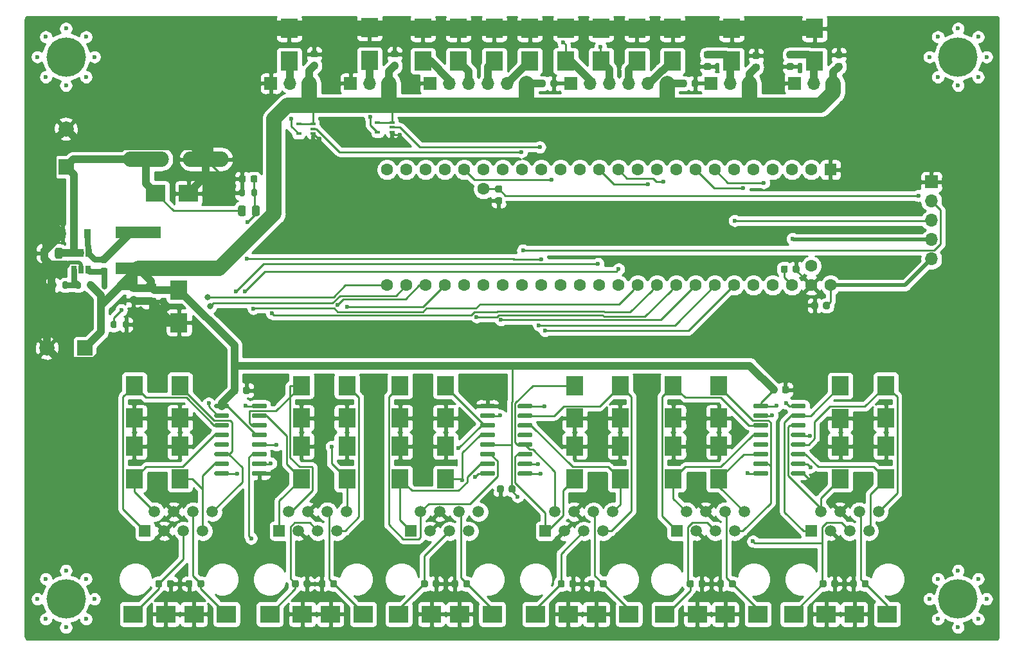
<source format=gbr>
%TF.GenerationSoftware,KiCad,Pcbnew,5.1.10-88a1d61d58~88~ubuntu20.04.1*%
%TF.CreationDate,2021-05-20T14:16:26-06:00*%
%TF.ProjectId,colordance-brain,636f6c6f-7264-4616-9e63-652d62726169,rev?*%
%TF.SameCoordinates,Original*%
%TF.FileFunction,Copper,L2,Bot*%
%TF.FilePolarity,Positive*%
%FSLAX46Y46*%
G04 Gerber Fmt 4.6, Leading zero omitted, Abs format (unit mm)*
G04 Created by KiCad (PCBNEW 5.1.10-88a1d61d58~88~ubuntu20.04.1) date 2021-05-20 14:16:26*
%MOMM*%
%LPD*%
G01*
G04 APERTURE LIST*
%TA.AperFunction,SMDPad,CuDef*%
%ADD10R,0.650000X0.400000*%
%TD*%
%TA.AperFunction,SMDPad,CuDef*%
%ADD11R,2.300000X2.500000*%
%TD*%
%TA.AperFunction,ComponentPad*%
%ADD12C,1.600000*%
%TD*%
%TA.AperFunction,ComponentPad*%
%ADD13R,1.600000X1.600000*%
%TD*%
%TA.AperFunction,ComponentPad*%
%ADD14C,0.600000*%
%TD*%
%TA.AperFunction,ComponentPad*%
%ADD15C,5.200000*%
%TD*%
%TA.AperFunction,SMDPad,CuDef*%
%ADD16R,0.650000X1.060000*%
%TD*%
%TA.AperFunction,SMDPad,CuDef*%
%ADD17R,5.900000X1.600000*%
%TD*%
%TA.AperFunction,ComponentPad*%
%ADD18R,1.500000X1.500000*%
%TD*%
%TA.AperFunction,ComponentPad*%
%ADD19C,1.500000*%
%TD*%
%TA.AperFunction,ComponentPad*%
%ADD20R,1.700000X1.700000*%
%TD*%
%TA.AperFunction,ComponentPad*%
%ADD21O,1.700000X1.700000*%
%TD*%
%TA.AperFunction,ComponentPad*%
%ADD22O,6.030000X2.070000*%
%TD*%
%TA.AperFunction,SMDPad,CuDef*%
%ADD23R,2.500000X2.300000*%
%TD*%
%TA.AperFunction,SMDPad,CuDef*%
%ADD24R,0.600000X0.450000*%
%TD*%
%TA.AperFunction,SMDPad,CuDef*%
%ADD25R,0.900000X1.200000*%
%TD*%
%TA.AperFunction,ComponentPad*%
%ADD26R,2.000000X2.000000*%
%TD*%
%TA.AperFunction,ComponentPad*%
%ADD27C,2.000000*%
%TD*%
%TA.AperFunction,ViaPad*%
%ADD28C,0.600000*%
%TD*%
%TA.AperFunction,ViaPad*%
%ADD29C,0.800000*%
%TD*%
%TA.AperFunction,Conductor*%
%ADD30C,0.250000*%
%TD*%
%TA.AperFunction,Conductor*%
%ADD31C,1.000000*%
%TD*%
%TA.AperFunction,Conductor*%
%ADD32C,0.500000*%
%TD*%
%TA.AperFunction,Conductor*%
%ADD33C,0.750000*%
%TD*%
%TA.AperFunction,Conductor*%
%ADD34C,2.000000*%
%TD*%
%TA.AperFunction,Conductor*%
%ADD35C,0.254000*%
%TD*%
%TA.AperFunction,Conductor*%
%ADD36C,0.100000*%
%TD*%
G04 APERTURE END LIST*
D10*
%TO.P,U7,5*%
%TO.N,+5V*%
X62050000Y-61150000D03*
%TO.P,U7,4*%
%TO.N,Net-(D10-Pad1)*%
X62050000Y-62450000D03*
%TO.P,U7,2*%
%TO.N,CONTROL_PANEL_LED*%
X63950000Y-61800000D03*
%TO.P,U7,3*%
%TO.N,GND*%
X63950000Y-62450000D03*
%TO.P,U7,1*%
%TO.N,+5V*%
X63950000Y-61150000D03*
%TD*%
%TO.P,U6,5*%
%TO.N,+5V*%
X51650000Y-61350000D03*
%TO.P,U6,4*%
%TO.N,Net-(D4-Pad1)*%
X51650000Y-62650000D03*
%TO.P,U6,2*%
%TO.N,PODIUM_LED*%
X53550000Y-62000000D03*
%TO.P,U6,3*%
%TO.N,GND*%
X53550000Y-62650000D03*
%TO.P,U6,1*%
%TO.N,+5V*%
X53550000Y-61350000D03*
%TD*%
D11*
%TO.P,D17,2*%
%TO.N,GND*%
X100900000Y-48750000D03*
%TO.P,D17,1*%
%TO.N,CS_AUDIO*%
X100900000Y-53050000D03*
%TD*%
%TO.P,D16,2*%
%TO.N,GND*%
X77400000Y-48750000D03*
%TO.P,D16,1*%
%TO.N,MOSI*%
X77400000Y-53050000D03*
%TD*%
%TO.P,D15,2*%
%TO.N,GND*%
X91500000Y-48750000D03*
%TO.P,D15,1*%
%TO.N,MISO*%
X91500000Y-53050000D03*
%TD*%
%TO.P,D14,2*%
%TO.N,GND*%
X35900000Y-87550000D03*
%TO.P,D14,1*%
%TO.N,+5V*%
X35900000Y-83250000D03*
%TD*%
%TO.P,D13,2*%
%TO.N,GND*%
X68000000Y-48750000D03*
%TO.P,D13,1*%
%TO.N,SCK*%
X68000000Y-53050000D03*
%TD*%
%TO.P,D12,2*%
%TO.N,GND*%
X119600000Y-48750000D03*
%TO.P,D12,1*%
%TO.N,LOCAL_PIR1*%
X119600000Y-53050000D03*
%TD*%
%TO.P,D10,2*%
%TO.N,GND*%
X61000000Y-48650000D03*
%TO.P,D10,1*%
%TO.N,Net-(D10-Pad1)*%
X61000000Y-52950000D03*
%TD*%
%TO.P,D8,2*%
%TO.N,GND*%
X82100000Y-48750000D03*
%TO.P,D8,1*%
%TO.N,CS_CTRL*%
X82100000Y-53050000D03*
%TD*%
%TO.P,D7,2*%
%TO.N,GND*%
X96200000Y-48750000D03*
%TO.P,D7,1*%
%TO.N,MOSI*%
X96200000Y-53050000D03*
%TD*%
%TO.P,D6,2*%
%TO.N,GND*%
X72700000Y-48750000D03*
%TO.P,D6,1*%
%TO.N,MISO*%
X72700000Y-53050000D03*
%TD*%
%TO.P,D5,2*%
%TO.N,GND*%
X108700000Y-48750000D03*
%TO.P,D5,1*%
%TO.N,LOCAL_PIR0*%
X108700000Y-53050000D03*
%TD*%
%TO.P,D4,2*%
%TO.N,GND*%
X50400000Y-48750000D03*
%TO.P,D4,1*%
%TO.N,Net-(D4-Pad1)*%
X50400000Y-53050000D03*
%TD*%
%TO.P,D3,2*%
%TO.N,GND*%
X86800000Y-48750000D03*
%TO.P,D3,1*%
%TO.N,SCK*%
X86800000Y-53050000D03*
%TD*%
%TO.P,C33,2*%
%TO.N,GND*%
%TA.AperFunction,SMDPad,CuDef*%
G36*
G01*
X44675000Y-68350000D02*
X44675000Y-68850000D01*
G75*
G02*
X44450000Y-69075000I-225000J0D01*
G01*
X44000000Y-69075000D01*
G75*
G02*
X43775000Y-68850000I0J225000D01*
G01*
X43775000Y-68350000D01*
G75*
G02*
X44000000Y-68125000I225000J0D01*
G01*
X44450000Y-68125000D01*
G75*
G02*
X44675000Y-68350000I0J-225000D01*
G01*
G37*
%TD.AperFunction*%
%TO.P,C33,1*%
%TO.N,BATT_DIV*%
%TA.AperFunction,SMDPad,CuDef*%
G36*
G01*
X46225000Y-68350000D02*
X46225000Y-68850000D01*
G75*
G02*
X46000000Y-69075000I-225000J0D01*
G01*
X45550000Y-69075000D01*
G75*
G02*
X45325000Y-68850000I0J225000D01*
G01*
X45325000Y-68350000D01*
G75*
G02*
X45550000Y-68125000I225000J0D01*
G01*
X46000000Y-68125000D01*
G75*
G02*
X46225000Y-68350000I0J-225000D01*
G01*
G37*
%TD.AperFunction*%
%TD*%
D12*
%TO.P,U2,49*%
%TO.N,N/C*%
X119170000Y-80080000D03*
%TO.P,U2,48*%
%TO.N,+5V*%
X121710000Y-82620000D03*
%TO.P,U2,47*%
%TO.N,GND*%
X119170000Y-82620000D03*
%TO.P,U2,46*%
%TO.N,+3V3*%
X116630000Y-82620000D03*
%TO.P,U2,45*%
%TO.N,POLE4_LED1*%
X114090000Y-82620000D03*
%TO.P,U2,44*%
%TO.N,POLE4_LED0*%
X111550000Y-82620000D03*
%TO.P,U2,43*%
%TO.N,POLE3_LED0*%
X109010000Y-82620000D03*
%TO.P,U2,42*%
%TO.N,POLE3_LED1*%
X106470000Y-82620000D03*
%TO.P,U2,41*%
%TO.N,POLE2_LED1*%
X103930000Y-82620000D03*
%TO.P,U2,40*%
%TO.N,POLE2_LED0*%
X101390000Y-82620000D03*
%TO.P,U2,39*%
%TO.N,POLE1_LED1*%
X98850000Y-82620000D03*
%TO.P,U2,38*%
%TO.N,POLE1_LED0*%
X96310000Y-82620000D03*
%TO.P,U2,37*%
%TO.N,POLE0_LED0*%
X93770000Y-82620000D03*
%TO.P,U2,36*%
%TO.N,POLE0_LED1*%
X91230000Y-82620000D03*
%TO.P,U2,35*%
%TO.N,N/C*%
X88690000Y-82620000D03*
D13*
%TO.P,U2,1*%
%TO.N,GND*%
X121710000Y-67380000D03*
D12*
%TO.P,U2,2*%
%TO.N,POLE5_LED1*%
X119170000Y-67380000D03*
%TO.P,U2,3*%
%TO.N,POLE5_LED0*%
X116630000Y-67380000D03*
%TO.P,U2,4*%
%TO.N,LOCAL_PIR1*%
X114090000Y-67380000D03*
%TO.P,U2,5*%
%TO.N,LOCAL_PIR0*%
X111550000Y-67380000D03*
%TO.P,U2,6*%
%TO.N,AUX1*%
X109010000Y-67380000D03*
%TO.P,U2,7*%
%TO.N,POLE5_PIR0*%
X106470000Y-67380000D03*
%TO.P,U2,8*%
%TO.N,POLE5_PIR1*%
X103930000Y-67380000D03*
%TO.P,U2,9*%
%TO.N,N/C*%
X101390000Y-67380000D03*
%TO.P,U2,10*%
X98850000Y-67380000D03*
%TO.P,U2,11*%
%TO.N,CS_AUDIO*%
X96310000Y-67380000D03*
%TO.P,U2,12*%
%TO.N,POLE4_PIR0*%
X93770000Y-67380000D03*
%TO.P,U2,13*%
%TO.N,POLE4_PIR1*%
X91230000Y-67380000D03*
%TO.P,U2,34*%
%TO.N,N/C*%
X86150000Y-82620000D03*
%TO.P,U2,33*%
%TO.N,BATT_DIV*%
X83610000Y-82620000D03*
%TO.P,U2,32*%
%TO.N,AUX0*%
X81070000Y-82620000D03*
%TO.P,U2,31*%
%TO.N,MISO*%
X78530000Y-82620000D03*
%TO.P,U2,30*%
%TO.N,CS_CTRL*%
X75990000Y-82620000D03*
%TO.P,U2,29*%
%TO.N,POLE2_PIR0*%
X73450000Y-82620000D03*
%TO.P,U2,28*%
%TO.N,POLE1_PIR0*%
X70910000Y-82620000D03*
%TO.P,U2,27*%
%TO.N,POLE1_PIR1*%
X68370000Y-82620000D03*
%TO.P,U2,26*%
%TO.N,POLE0_PIR0*%
X65830000Y-82620000D03*
%TO.P,U2,25*%
%TO.N,POLE0_PIR1*%
X63290000Y-82620000D03*
%TO.P,U2,24*%
%TO.N,N/C*%
X63290000Y-67380000D03*
%TO.P,U2,23*%
X65830000Y-67380000D03*
%TO.P,U2,22*%
X68370000Y-67380000D03*
%TO.P,U2,21*%
%TO.N,POLE2_PIR1*%
X70910000Y-67380000D03*
%TO.P,U2,14*%
%TO.N,POLE3_PIR0*%
X88690000Y-67380000D03*
%TO.P,U2,15*%
%TO.N,N/C*%
X86150000Y-67380000D03*
%TO.P,U2,16*%
%TO.N,CONTROL_PANEL_LED*%
X83610000Y-67380000D03*
%TO.P,U2,20*%
%TO.N,POLE3_PIR1*%
X73450000Y-67380000D03*
%TO.P,U2,19*%
%TO.N,SCK*%
X75990000Y-67380000D03*
%TO.P,U2,18*%
%TO.N,MOSI*%
X78530000Y-67380000D03*
%TO.P,U2,17*%
%TO.N,PODIUM_LED*%
X81070000Y-67380000D03*
%TO.P,U2,50*%
%TO.N,Net-(BT1-Pad1)*%
X75990000Y-69920000D03*
%TD*%
D14*
%TO.P,H4,*%
%TO.N,*%
X23650000Y-126650000D03*
X18350000Y-126650000D03*
X23650000Y-121350000D03*
X18350000Y-121350000D03*
X17250000Y-124000000D03*
X24750000Y-124000000D03*
X21000000Y-127750000D03*
X21000000Y-120250000D03*
D15*
X21000000Y-124000000D03*
%TD*%
D14*
%TO.P,H3,*%
%TO.N,*%
X141150000Y-55150000D03*
X135850000Y-55150000D03*
X141150000Y-49850000D03*
X135850000Y-49850000D03*
X134750000Y-52500000D03*
X142250000Y-52500000D03*
X138500000Y-56250000D03*
X138500000Y-48750000D03*
D15*
X138500000Y-52500000D03*
%TD*%
D14*
%TO.P,H2,*%
%TO.N,*%
X141150000Y-126650000D03*
X135850000Y-126650000D03*
X141150000Y-121350000D03*
X135850000Y-121350000D03*
X134750000Y-124000000D03*
X142250000Y-124000000D03*
X138500000Y-127750000D03*
X138500000Y-120250000D03*
D15*
X138500000Y-124000000D03*
%TD*%
D14*
%TO.P,H1,*%
%TO.N,*%
X23650000Y-55150000D03*
X18350000Y-55150000D03*
X23650000Y-49850000D03*
X18350000Y-49850000D03*
X17250000Y-52500000D03*
X24750000Y-52500000D03*
X21000000Y-56250000D03*
X21000000Y-48750000D03*
D15*
X21000000Y-52500000D03*
%TD*%
%TO.P,U5,1*%
%TO.N,POLE2_LED0*%
%TA.AperFunction,SMDPad,CuDef*%
G36*
G01*
X75550000Y-107595000D02*
X75550000Y-107295000D01*
G75*
G02*
X75700000Y-107145000I150000J0D01*
G01*
X77350000Y-107145000D01*
G75*
G02*
X77500000Y-107295000I0J-150000D01*
G01*
X77500000Y-107595000D01*
G75*
G02*
X77350000Y-107745000I-150000J0D01*
G01*
X75700000Y-107745000D01*
G75*
G02*
X75550000Y-107595000I0J150000D01*
G01*
G37*
%TD.AperFunction*%
%TO.P,U5,2*%
%TO.N,/sheet6087FA83/LED1_Y*%
%TA.AperFunction,SMDPad,CuDef*%
G36*
G01*
X75550000Y-106325000D02*
X75550000Y-106025000D01*
G75*
G02*
X75700000Y-105875000I150000J0D01*
G01*
X77350000Y-105875000D01*
G75*
G02*
X77500000Y-106025000I0J-150000D01*
G01*
X77500000Y-106325000D01*
G75*
G02*
X77350000Y-106475000I-150000J0D01*
G01*
X75700000Y-106475000D01*
G75*
G02*
X75550000Y-106325000I0J150000D01*
G01*
G37*
%TD.AperFunction*%
%TO.P,U5,3*%
%TO.N,/sheet6087FA83/LED1_Z*%
%TA.AperFunction,SMDPad,CuDef*%
G36*
G01*
X75550000Y-105055000D02*
X75550000Y-104755000D01*
G75*
G02*
X75700000Y-104605000I150000J0D01*
G01*
X77350000Y-104605000D01*
G75*
G02*
X77500000Y-104755000I0J-150000D01*
G01*
X77500000Y-105055000D01*
G75*
G02*
X77350000Y-105205000I-150000J0D01*
G01*
X75700000Y-105205000D01*
G75*
G02*
X75550000Y-105055000I0J150000D01*
G01*
G37*
%TD.AperFunction*%
%TO.P,U5,4*%
%TO.N,+5V*%
%TA.AperFunction,SMDPad,CuDef*%
G36*
G01*
X75550000Y-103785000D02*
X75550000Y-103485000D01*
G75*
G02*
X75700000Y-103335000I150000J0D01*
G01*
X77350000Y-103335000D01*
G75*
G02*
X77500000Y-103485000I0J-150000D01*
G01*
X77500000Y-103785000D01*
G75*
G02*
X77350000Y-103935000I-150000J0D01*
G01*
X75700000Y-103935000D01*
G75*
G02*
X75550000Y-103785000I0J150000D01*
G01*
G37*
%TD.AperFunction*%
%TO.P,U5,5*%
%TO.N,/sheet6087FA83/LED2_Z*%
%TA.AperFunction,SMDPad,CuDef*%
G36*
G01*
X75550000Y-102515000D02*
X75550000Y-102215000D01*
G75*
G02*
X75700000Y-102065000I150000J0D01*
G01*
X77350000Y-102065000D01*
G75*
G02*
X77500000Y-102215000I0J-150000D01*
G01*
X77500000Y-102515000D01*
G75*
G02*
X77350000Y-102665000I-150000J0D01*
G01*
X75700000Y-102665000D01*
G75*
G02*
X75550000Y-102515000I0J150000D01*
G01*
G37*
%TD.AperFunction*%
%TO.P,U5,6*%
%TO.N,/sheet6087FA83/LED2_Y*%
%TA.AperFunction,SMDPad,CuDef*%
G36*
G01*
X75550000Y-101245000D02*
X75550000Y-100945000D01*
G75*
G02*
X75700000Y-100795000I150000J0D01*
G01*
X77350000Y-100795000D01*
G75*
G02*
X77500000Y-100945000I0J-150000D01*
G01*
X77500000Y-101245000D01*
G75*
G02*
X77350000Y-101395000I-150000J0D01*
G01*
X75700000Y-101395000D01*
G75*
G02*
X75550000Y-101245000I0J150000D01*
G01*
G37*
%TD.AperFunction*%
%TO.P,U5,7*%
%TO.N,POLE2_LED1*%
%TA.AperFunction,SMDPad,CuDef*%
G36*
G01*
X75550000Y-99975000D02*
X75550000Y-99675000D01*
G75*
G02*
X75700000Y-99525000I150000J0D01*
G01*
X77350000Y-99525000D01*
G75*
G02*
X77500000Y-99675000I0J-150000D01*
G01*
X77500000Y-99975000D01*
G75*
G02*
X77350000Y-100125000I-150000J0D01*
G01*
X75700000Y-100125000D01*
G75*
G02*
X75550000Y-99975000I0J150000D01*
G01*
G37*
%TD.AperFunction*%
%TO.P,U5,8*%
%TO.N,GND*%
%TA.AperFunction,SMDPad,CuDef*%
G36*
G01*
X75550000Y-98705000D02*
X75550000Y-98405000D01*
G75*
G02*
X75700000Y-98255000I150000J0D01*
G01*
X77350000Y-98255000D01*
G75*
G02*
X77500000Y-98405000I0J-150000D01*
G01*
X77500000Y-98705000D01*
G75*
G02*
X77350000Y-98855000I-150000J0D01*
G01*
X75700000Y-98855000D01*
G75*
G02*
X75550000Y-98705000I0J150000D01*
G01*
G37*
%TD.AperFunction*%
%TO.P,U5,9*%
%TO.N,POLE3_LED0*%
%TA.AperFunction,SMDPad,CuDef*%
G36*
G01*
X80500000Y-98705000D02*
X80500000Y-98405000D01*
G75*
G02*
X80650000Y-98255000I150000J0D01*
G01*
X82300000Y-98255000D01*
G75*
G02*
X82450000Y-98405000I0J-150000D01*
G01*
X82450000Y-98705000D01*
G75*
G02*
X82300000Y-98855000I-150000J0D01*
G01*
X80650000Y-98855000D01*
G75*
G02*
X80500000Y-98705000I0J150000D01*
G01*
G37*
%TD.AperFunction*%
%TO.P,U5,10*%
%TO.N,/sheet6087FA83/LED3_Y*%
%TA.AperFunction,SMDPad,CuDef*%
G36*
G01*
X80500000Y-99975000D02*
X80500000Y-99675000D01*
G75*
G02*
X80650000Y-99525000I150000J0D01*
G01*
X82300000Y-99525000D01*
G75*
G02*
X82450000Y-99675000I0J-150000D01*
G01*
X82450000Y-99975000D01*
G75*
G02*
X82300000Y-100125000I-150000J0D01*
G01*
X80650000Y-100125000D01*
G75*
G02*
X80500000Y-99975000I0J150000D01*
G01*
G37*
%TD.AperFunction*%
%TO.P,U5,11*%
%TO.N,/sheet6087FA83/LED3_Z*%
%TA.AperFunction,SMDPad,CuDef*%
G36*
G01*
X80500000Y-101245000D02*
X80500000Y-100945000D01*
G75*
G02*
X80650000Y-100795000I150000J0D01*
G01*
X82300000Y-100795000D01*
G75*
G02*
X82450000Y-100945000I0J-150000D01*
G01*
X82450000Y-101245000D01*
G75*
G02*
X82300000Y-101395000I-150000J0D01*
G01*
X80650000Y-101395000D01*
G75*
G02*
X80500000Y-101245000I0J150000D01*
G01*
G37*
%TD.AperFunction*%
%TO.P,U5,12*%
%TO.N,N/C*%
%TA.AperFunction,SMDPad,CuDef*%
G36*
G01*
X80500000Y-102515000D02*
X80500000Y-102215000D01*
G75*
G02*
X80650000Y-102065000I150000J0D01*
G01*
X82300000Y-102065000D01*
G75*
G02*
X82450000Y-102215000I0J-150000D01*
G01*
X82450000Y-102515000D01*
G75*
G02*
X82300000Y-102665000I-150000J0D01*
G01*
X80650000Y-102665000D01*
G75*
G02*
X80500000Y-102515000I0J150000D01*
G01*
G37*
%TD.AperFunction*%
%TO.P,U5,13*%
%TO.N,/sheet6087FA83/LED4_Z*%
%TA.AperFunction,SMDPad,CuDef*%
G36*
G01*
X80500000Y-103785000D02*
X80500000Y-103485000D01*
G75*
G02*
X80650000Y-103335000I150000J0D01*
G01*
X82300000Y-103335000D01*
G75*
G02*
X82450000Y-103485000I0J-150000D01*
G01*
X82450000Y-103785000D01*
G75*
G02*
X82300000Y-103935000I-150000J0D01*
G01*
X80650000Y-103935000D01*
G75*
G02*
X80500000Y-103785000I0J150000D01*
G01*
G37*
%TD.AperFunction*%
%TO.P,U5,14*%
%TO.N,/sheet6087FA83/LED4_Y*%
%TA.AperFunction,SMDPad,CuDef*%
G36*
G01*
X80500000Y-105055000D02*
X80500000Y-104755000D01*
G75*
G02*
X80650000Y-104605000I150000J0D01*
G01*
X82300000Y-104605000D01*
G75*
G02*
X82450000Y-104755000I0J-150000D01*
G01*
X82450000Y-105055000D01*
G75*
G02*
X82300000Y-105205000I-150000J0D01*
G01*
X80650000Y-105205000D01*
G75*
G02*
X80500000Y-105055000I0J150000D01*
G01*
G37*
%TD.AperFunction*%
%TO.P,U5,15*%
%TO.N,POLE3_LED1*%
%TA.AperFunction,SMDPad,CuDef*%
G36*
G01*
X80500000Y-106325000D02*
X80500000Y-106025000D01*
G75*
G02*
X80650000Y-105875000I150000J0D01*
G01*
X82300000Y-105875000D01*
G75*
G02*
X82450000Y-106025000I0J-150000D01*
G01*
X82450000Y-106325000D01*
G75*
G02*
X82300000Y-106475000I-150000J0D01*
G01*
X80650000Y-106475000D01*
G75*
G02*
X80500000Y-106325000I0J150000D01*
G01*
G37*
%TD.AperFunction*%
%TO.P,U5,16*%
%TO.N,+5V*%
%TA.AperFunction,SMDPad,CuDef*%
G36*
G01*
X80500000Y-107595000D02*
X80500000Y-107295000D01*
G75*
G02*
X80650000Y-107145000I150000J0D01*
G01*
X82300000Y-107145000D01*
G75*
G02*
X82450000Y-107295000I0J-150000D01*
G01*
X82450000Y-107595000D01*
G75*
G02*
X82300000Y-107745000I-150000J0D01*
G01*
X80650000Y-107745000D01*
G75*
G02*
X80500000Y-107595000I0J150000D01*
G01*
G37*
%TD.AperFunction*%
%TD*%
%TO.P,U4,1*%
%TO.N,POLE5_LED0*%
%TA.AperFunction,SMDPad,CuDef*%
G36*
G01*
X118450000Y-98405000D02*
X118450000Y-98705000D01*
G75*
G02*
X118300000Y-98855000I-150000J0D01*
G01*
X116650000Y-98855000D01*
G75*
G02*
X116500000Y-98705000I0J150000D01*
G01*
X116500000Y-98405000D01*
G75*
G02*
X116650000Y-98255000I150000J0D01*
G01*
X118300000Y-98255000D01*
G75*
G02*
X118450000Y-98405000I0J-150000D01*
G01*
G37*
%TD.AperFunction*%
%TO.P,U4,2*%
%TO.N,/sheet6087EBF5/LED1_Y*%
%TA.AperFunction,SMDPad,CuDef*%
G36*
G01*
X118450000Y-99675000D02*
X118450000Y-99975000D01*
G75*
G02*
X118300000Y-100125000I-150000J0D01*
G01*
X116650000Y-100125000D01*
G75*
G02*
X116500000Y-99975000I0J150000D01*
G01*
X116500000Y-99675000D01*
G75*
G02*
X116650000Y-99525000I150000J0D01*
G01*
X118300000Y-99525000D01*
G75*
G02*
X118450000Y-99675000I0J-150000D01*
G01*
G37*
%TD.AperFunction*%
%TO.P,U4,3*%
%TO.N,/sheet6087EBF5/LED1_Z*%
%TA.AperFunction,SMDPad,CuDef*%
G36*
G01*
X118450000Y-100945000D02*
X118450000Y-101245000D01*
G75*
G02*
X118300000Y-101395000I-150000J0D01*
G01*
X116650000Y-101395000D01*
G75*
G02*
X116500000Y-101245000I0J150000D01*
G01*
X116500000Y-100945000D01*
G75*
G02*
X116650000Y-100795000I150000J0D01*
G01*
X118300000Y-100795000D01*
G75*
G02*
X118450000Y-100945000I0J-150000D01*
G01*
G37*
%TD.AperFunction*%
%TO.P,U4,4*%
%TO.N,+5V*%
%TA.AperFunction,SMDPad,CuDef*%
G36*
G01*
X118450000Y-102215000D02*
X118450000Y-102515000D01*
G75*
G02*
X118300000Y-102665000I-150000J0D01*
G01*
X116650000Y-102665000D01*
G75*
G02*
X116500000Y-102515000I0J150000D01*
G01*
X116500000Y-102215000D01*
G75*
G02*
X116650000Y-102065000I150000J0D01*
G01*
X118300000Y-102065000D01*
G75*
G02*
X118450000Y-102215000I0J-150000D01*
G01*
G37*
%TD.AperFunction*%
%TO.P,U4,5*%
%TO.N,/sheet6087EBF5/LED2_Z*%
%TA.AperFunction,SMDPad,CuDef*%
G36*
G01*
X118450000Y-103485000D02*
X118450000Y-103785000D01*
G75*
G02*
X118300000Y-103935000I-150000J0D01*
G01*
X116650000Y-103935000D01*
G75*
G02*
X116500000Y-103785000I0J150000D01*
G01*
X116500000Y-103485000D01*
G75*
G02*
X116650000Y-103335000I150000J0D01*
G01*
X118300000Y-103335000D01*
G75*
G02*
X118450000Y-103485000I0J-150000D01*
G01*
G37*
%TD.AperFunction*%
%TO.P,U4,6*%
%TO.N,/sheet6087EBF5/LED2_Y*%
%TA.AperFunction,SMDPad,CuDef*%
G36*
G01*
X118450000Y-104755000D02*
X118450000Y-105055000D01*
G75*
G02*
X118300000Y-105205000I-150000J0D01*
G01*
X116650000Y-105205000D01*
G75*
G02*
X116500000Y-105055000I0J150000D01*
G01*
X116500000Y-104755000D01*
G75*
G02*
X116650000Y-104605000I150000J0D01*
G01*
X118300000Y-104605000D01*
G75*
G02*
X118450000Y-104755000I0J-150000D01*
G01*
G37*
%TD.AperFunction*%
%TO.P,U4,7*%
%TO.N,POLE5_LED1*%
%TA.AperFunction,SMDPad,CuDef*%
G36*
G01*
X118450000Y-106025000D02*
X118450000Y-106325000D01*
G75*
G02*
X118300000Y-106475000I-150000J0D01*
G01*
X116650000Y-106475000D01*
G75*
G02*
X116500000Y-106325000I0J150000D01*
G01*
X116500000Y-106025000D01*
G75*
G02*
X116650000Y-105875000I150000J0D01*
G01*
X118300000Y-105875000D01*
G75*
G02*
X118450000Y-106025000I0J-150000D01*
G01*
G37*
%TD.AperFunction*%
%TO.P,U4,8*%
%TO.N,GND*%
%TA.AperFunction,SMDPad,CuDef*%
G36*
G01*
X118450000Y-107295000D02*
X118450000Y-107595000D01*
G75*
G02*
X118300000Y-107745000I-150000J0D01*
G01*
X116650000Y-107745000D01*
G75*
G02*
X116500000Y-107595000I0J150000D01*
G01*
X116500000Y-107295000D01*
G75*
G02*
X116650000Y-107145000I150000J0D01*
G01*
X118300000Y-107145000D01*
G75*
G02*
X118450000Y-107295000I0J-150000D01*
G01*
G37*
%TD.AperFunction*%
%TO.P,U4,9*%
%TO.N,POLE4_LED0*%
%TA.AperFunction,SMDPad,CuDef*%
G36*
G01*
X113500000Y-107295000D02*
X113500000Y-107595000D01*
G75*
G02*
X113350000Y-107745000I-150000J0D01*
G01*
X111700000Y-107745000D01*
G75*
G02*
X111550000Y-107595000I0J150000D01*
G01*
X111550000Y-107295000D01*
G75*
G02*
X111700000Y-107145000I150000J0D01*
G01*
X113350000Y-107145000D01*
G75*
G02*
X113500000Y-107295000I0J-150000D01*
G01*
G37*
%TD.AperFunction*%
%TO.P,U4,10*%
%TO.N,/sheet6087EBF5/LED3_Y*%
%TA.AperFunction,SMDPad,CuDef*%
G36*
G01*
X113500000Y-106025000D02*
X113500000Y-106325000D01*
G75*
G02*
X113350000Y-106475000I-150000J0D01*
G01*
X111700000Y-106475000D01*
G75*
G02*
X111550000Y-106325000I0J150000D01*
G01*
X111550000Y-106025000D01*
G75*
G02*
X111700000Y-105875000I150000J0D01*
G01*
X113350000Y-105875000D01*
G75*
G02*
X113500000Y-106025000I0J-150000D01*
G01*
G37*
%TD.AperFunction*%
%TO.P,U4,11*%
%TO.N,/sheet6087EBF5/LED3_Z*%
%TA.AperFunction,SMDPad,CuDef*%
G36*
G01*
X113500000Y-104755000D02*
X113500000Y-105055000D01*
G75*
G02*
X113350000Y-105205000I-150000J0D01*
G01*
X111700000Y-105205000D01*
G75*
G02*
X111550000Y-105055000I0J150000D01*
G01*
X111550000Y-104755000D01*
G75*
G02*
X111700000Y-104605000I150000J0D01*
G01*
X113350000Y-104605000D01*
G75*
G02*
X113500000Y-104755000I0J-150000D01*
G01*
G37*
%TD.AperFunction*%
%TO.P,U4,12*%
%TO.N,N/C*%
%TA.AperFunction,SMDPad,CuDef*%
G36*
G01*
X113500000Y-103485000D02*
X113500000Y-103785000D01*
G75*
G02*
X113350000Y-103935000I-150000J0D01*
G01*
X111700000Y-103935000D01*
G75*
G02*
X111550000Y-103785000I0J150000D01*
G01*
X111550000Y-103485000D01*
G75*
G02*
X111700000Y-103335000I150000J0D01*
G01*
X113350000Y-103335000D01*
G75*
G02*
X113500000Y-103485000I0J-150000D01*
G01*
G37*
%TD.AperFunction*%
%TO.P,U4,13*%
%TO.N,/sheet6087EBF5/LED4_Z*%
%TA.AperFunction,SMDPad,CuDef*%
G36*
G01*
X113500000Y-102215000D02*
X113500000Y-102515000D01*
G75*
G02*
X113350000Y-102665000I-150000J0D01*
G01*
X111700000Y-102665000D01*
G75*
G02*
X111550000Y-102515000I0J150000D01*
G01*
X111550000Y-102215000D01*
G75*
G02*
X111700000Y-102065000I150000J0D01*
G01*
X113350000Y-102065000D01*
G75*
G02*
X113500000Y-102215000I0J-150000D01*
G01*
G37*
%TD.AperFunction*%
%TO.P,U4,14*%
%TO.N,/sheet6087EBF5/LED4_Y*%
%TA.AperFunction,SMDPad,CuDef*%
G36*
G01*
X113500000Y-100945000D02*
X113500000Y-101245000D01*
G75*
G02*
X113350000Y-101395000I-150000J0D01*
G01*
X111700000Y-101395000D01*
G75*
G02*
X111550000Y-101245000I0J150000D01*
G01*
X111550000Y-100945000D01*
G75*
G02*
X111700000Y-100795000I150000J0D01*
G01*
X113350000Y-100795000D01*
G75*
G02*
X113500000Y-100945000I0J-150000D01*
G01*
G37*
%TD.AperFunction*%
%TO.P,U4,15*%
%TO.N,POLE4_LED1*%
%TA.AperFunction,SMDPad,CuDef*%
G36*
G01*
X113500000Y-99675000D02*
X113500000Y-99975000D01*
G75*
G02*
X113350000Y-100125000I-150000J0D01*
G01*
X111700000Y-100125000D01*
G75*
G02*
X111550000Y-99975000I0J150000D01*
G01*
X111550000Y-99675000D01*
G75*
G02*
X111700000Y-99525000I150000J0D01*
G01*
X113350000Y-99525000D01*
G75*
G02*
X113500000Y-99675000I0J-150000D01*
G01*
G37*
%TD.AperFunction*%
%TO.P,U4,16*%
%TO.N,+5V*%
%TA.AperFunction,SMDPad,CuDef*%
G36*
G01*
X113500000Y-98405000D02*
X113500000Y-98705000D01*
G75*
G02*
X113350000Y-98855000I-150000J0D01*
G01*
X111700000Y-98855000D01*
G75*
G02*
X111550000Y-98705000I0J150000D01*
G01*
X111550000Y-98405000D01*
G75*
G02*
X111700000Y-98255000I150000J0D01*
G01*
X113350000Y-98255000D01*
G75*
G02*
X113500000Y-98405000I0J-150000D01*
G01*
G37*
%TD.AperFunction*%
%TD*%
%TO.P,U3,1*%
%TO.N,POLE1_LED0*%
%TA.AperFunction,SMDPad,CuDef*%
G36*
G01*
X47450000Y-98405000D02*
X47450000Y-98705000D01*
G75*
G02*
X47300000Y-98855000I-150000J0D01*
G01*
X45650000Y-98855000D01*
G75*
G02*
X45500000Y-98705000I0J150000D01*
G01*
X45500000Y-98405000D01*
G75*
G02*
X45650000Y-98255000I150000J0D01*
G01*
X47300000Y-98255000D01*
G75*
G02*
X47450000Y-98405000I0J-150000D01*
G01*
G37*
%TD.AperFunction*%
%TO.P,U3,2*%
%TO.N,/rs422_output/LED1_Y*%
%TA.AperFunction,SMDPad,CuDef*%
G36*
G01*
X47450000Y-99675000D02*
X47450000Y-99975000D01*
G75*
G02*
X47300000Y-100125000I-150000J0D01*
G01*
X45650000Y-100125000D01*
G75*
G02*
X45500000Y-99975000I0J150000D01*
G01*
X45500000Y-99675000D01*
G75*
G02*
X45650000Y-99525000I150000J0D01*
G01*
X47300000Y-99525000D01*
G75*
G02*
X47450000Y-99675000I0J-150000D01*
G01*
G37*
%TD.AperFunction*%
%TO.P,U3,3*%
%TO.N,/rs422_output/LED1_Z*%
%TA.AperFunction,SMDPad,CuDef*%
G36*
G01*
X47450000Y-100945000D02*
X47450000Y-101245000D01*
G75*
G02*
X47300000Y-101395000I-150000J0D01*
G01*
X45650000Y-101395000D01*
G75*
G02*
X45500000Y-101245000I0J150000D01*
G01*
X45500000Y-100945000D01*
G75*
G02*
X45650000Y-100795000I150000J0D01*
G01*
X47300000Y-100795000D01*
G75*
G02*
X47450000Y-100945000I0J-150000D01*
G01*
G37*
%TD.AperFunction*%
%TO.P,U3,4*%
%TO.N,+5V*%
%TA.AperFunction,SMDPad,CuDef*%
G36*
G01*
X47450000Y-102215000D02*
X47450000Y-102515000D01*
G75*
G02*
X47300000Y-102665000I-150000J0D01*
G01*
X45650000Y-102665000D01*
G75*
G02*
X45500000Y-102515000I0J150000D01*
G01*
X45500000Y-102215000D01*
G75*
G02*
X45650000Y-102065000I150000J0D01*
G01*
X47300000Y-102065000D01*
G75*
G02*
X47450000Y-102215000I0J-150000D01*
G01*
G37*
%TD.AperFunction*%
%TO.P,U3,5*%
%TO.N,/rs422_output/LED2_Z*%
%TA.AperFunction,SMDPad,CuDef*%
G36*
G01*
X47450000Y-103485000D02*
X47450000Y-103785000D01*
G75*
G02*
X47300000Y-103935000I-150000J0D01*
G01*
X45650000Y-103935000D01*
G75*
G02*
X45500000Y-103785000I0J150000D01*
G01*
X45500000Y-103485000D01*
G75*
G02*
X45650000Y-103335000I150000J0D01*
G01*
X47300000Y-103335000D01*
G75*
G02*
X47450000Y-103485000I0J-150000D01*
G01*
G37*
%TD.AperFunction*%
%TO.P,U3,6*%
%TO.N,/rs422_output/LED2_Y*%
%TA.AperFunction,SMDPad,CuDef*%
G36*
G01*
X47450000Y-104755000D02*
X47450000Y-105055000D01*
G75*
G02*
X47300000Y-105205000I-150000J0D01*
G01*
X45650000Y-105205000D01*
G75*
G02*
X45500000Y-105055000I0J150000D01*
G01*
X45500000Y-104755000D01*
G75*
G02*
X45650000Y-104605000I150000J0D01*
G01*
X47300000Y-104605000D01*
G75*
G02*
X47450000Y-104755000I0J-150000D01*
G01*
G37*
%TD.AperFunction*%
%TO.P,U3,7*%
%TO.N,POLE1_LED1*%
%TA.AperFunction,SMDPad,CuDef*%
G36*
G01*
X47450000Y-106025000D02*
X47450000Y-106325000D01*
G75*
G02*
X47300000Y-106475000I-150000J0D01*
G01*
X45650000Y-106475000D01*
G75*
G02*
X45500000Y-106325000I0J150000D01*
G01*
X45500000Y-106025000D01*
G75*
G02*
X45650000Y-105875000I150000J0D01*
G01*
X47300000Y-105875000D01*
G75*
G02*
X47450000Y-106025000I0J-150000D01*
G01*
G37*
%TD.AperFunction*%
%TO.P,U3,8*%
%TO.N,GND*%
%TA.AperFunction,SMDPad,CuDef*%
G36*
G01*
X47450000Y-107295000D02*
X47450000Y-107595000D01*
G75*
G02*
X47300000Y-107745000I-150000J0D01*
G01*
X45650000Y-107745000D01*
G75*
G02*
X45500000Y-107595000I0J150000D01*
G01*
X45500000Y-107295000D01*
G75*
G02*
X45650000Y-107145000I150000J0D01*
G01*
X47300000Y-107145000D01*
G75*
G02*
X47450000Y-107295000I0J-150000D01*
G01*
G37*
%TD.AperFunction*%
%TO.P,U3,9*%
%TO.N,POLE0_LED0*%
%TA.AperFunction,SMDPad,CuDef*%
G36*
G01*
X42500000Y-107295000D02*
X42500000Y-107595000D01*
G75*
G02*
X42350000Y-107745000I-150000J0D01*
G01*
X40700000Y-107745000D01*
G75*
G02*
X40550000Y-107595000I0J150000D01*
G01*
X40550000Y-107295000D01*
G75*
G02*
X40700000Y-107145000I150000J0D01*
G01*
X42350000Y-107145000D01*
G75*
G02*
X42500000Y-107295000I0J-150000D01*
G01*
G37*
%TD.AperFunction*%
%TO.P,U3,10*%
%TO.N,/rs422_output/LED3_Y*%
%TA.AperFunction,SMDPad,CuDef*%
G36*
G01*
X42500000Y-106025000D02*
X42500000Y-106325000D01*
G75*
G02*
X42350000Y-106475000I-150000J0D01*
G01*
X40700000Y-106475000D01*
G75*
G02*
X40550000Y-106325000I0J150000D01*
G01*
X40550000Y-106025000D01*
G75*
G02*
X40700000Y-105875000I150000J0D01*
G01*
X42350000Y-105875000D01*
G75*
G02*
X42500000Y-106025000I0J-150000D01*
G01*
G37*
%TD.AperFunction*%
%TO.P,U3,11*%
%TO.N,/rs422_output/LED3_Z*%
%TA.AperFunction,SMDPad,CuDef*%
G36*
G01*
X42500000Y-104755000D02*
X42500000Y-105055000D01*
G75*
G02*
X42350000Y-105205000I-150000J0D01*
G01*
X40700000Y-105205000D01*
G75*
G02*
X40550000Y-105055000I0J150000D01*
G01*
X40550000Y-104755000D01*
G75*
G02*
X40700000Y-104605000I150000J0D01*
G01*
X42350000Y-104605000D01*
G75*
G02*
X42500000Y-104755000I0J-150000D01*
G01*
G37*
%TD.AperFunction*%
%TO.P,U3,12*%
%TO.N,N/C*%
%TA.AperFunction,SMDPad,CuDef*%
G36*
G01*
X42500000Y-103485000D02*
X42500000Y-103785000D01*
G75*
G02*
X42350000Y-103935000I-150000J0D01*
G01*
X40700000Y-103935000D01*
G75*
G02*
X40550000Y-103785000I0J150000D01*
G01*
X40550000Y-103485000D01*
G75*
G02*
X40700000Y-103335000I150000J0D01*
G01*
X42350000Y-103335000D01*
G75*
G02*
X42500000Y-103485000I0J-150000D01*
G01*
G37*
%TD.AperFunction*%
%TO.P,U3,13*%
%TO.N,/rs422_output/LED4_Z*%
%TA.AperFunction,SMDPad,CuDef*%
G36*
G01*
X42500000Y-102215000D02*
X42500000Y-102515000D01*
G75*
G02*
X42350000Y-102665000I-150000J0D01*
G01*
X40700000Y-102665000D01*
G75*
G02*
X40550000Y-102515000I0J150000D01*
G01*
X40550000Y-102215000D01*
G75*
G02*
X40700000Y-102065000I150000J0D01*
G01*
X42350000Y-102065000D01*
G75*
G02*
X42500000Y-102215000I0J-150000D01*
G01*
G37*
%TD.AperFunction*%
%TO.P,U3,14*%
%TO.N,/rs422_output/LED4_Y*%
%TA.AperFunction,SMDPad,CuDef*%
G36*
G01*
X42500000Y-100945000D02*
X42500000Y-101245000D01*
G75*
G02*
X42350000Y-101395000I-150000J0D01*
G01*
X40700000Y-101395000D01*
G75*
G02*
X40550000Y-101245000I0J150000D01*
G01*
X40550000Y-100945000D01*
G75*
G02*
X40700000Y-100795000I150000J0D01*
G01*
X42350000Y-100795000D01*
G75*
G02*
X42500000Y-100945000I0J-150000D01*
G01*
G37*
%TD.AperFunction*%
%TO.P,U3,15*%
%TO.N,POLE0_LED1*%
%TA.AperFunction,SMDPad,CuDef*%
G36*
G01*
X42500000Y-99675000D02*
X42500000Y-99975000D01*
G75*
G02*
X42350000Y-100125000I-150000J0D01*
G01*
X40700000Y-100125000D01*
G75*
G02*
X40550000Y-99975000I0J150000D01*
G01*
X40550000Y-99675000D01*
G75*
G02*
X40700000Y-99525000I150000J0D01*
G01*
X42350000Y-99525000D01*
G75*
G02*
X42500000Y-99675000I0J-150000D01*
G01*
G37*
%TD.AperFunction*%
%TO.P,U3,16*%
%TO.N,+5V*%
%TA.AperFunction,SMDPad,CuDef*%
G36*
G01*
X42500000Y-98405000D02*
X42500000Y-98705000D01*
G75*
G02*
X42350000Y-98855000I-150000J0D01*
G01*
X40700000Y-98855000D01*
G75*
G02*
X40550000Y-98705000I0J150000D01*
G01*
X40550000Y-98405000D01*
G75*
G02*
X40700000Y-98255000I150000J0D01*
G01*
X42350000Y-98255000D01*
G75*
G02*
X42500000Y-98405000I0J-150000D01*
G01*
G37*
%TD.AperFunction*%
%TD*%
D16*
%TO.P,U1,1*%
%TO.N,Net-(C7-Pad1)*%
X23950000Y-80600000D03*
%TO.P,U1,2*%
%TO.N,GND*%
X23000000Y-80600000D03*
%TO.P,U1,3*%
%TO.N,Net-(R4-Pad2)*%
X22050000Y-80600000D03*
%TO.P,U1,4*%
%TO.N,+12V*%
X22050000Y-78400000D03*
%TO.P,U1,6*%
%TO.N,Net-(C7-Pad2)*%
X23950000Y-78400000D03*
%TO.P,U1,5*%
%TO.N,+12V*%
X23000000Y-78400000D03*
%TD*%
%TO.P,R5,1*%
%TO.N,Net-(R4-Pad2)*%
%TA.AperFunction,SMDPad,CuDef*%
G36*
G01*
X21325000Y-82325000D02*
X21325000Y-82875000D01*
G75*
G02*
X21125000Y-83075000I-200000J0D01*
G01*
X20725000Y-83075000D01*
G75*
G02*
X20525000Y-82875000I0J200000D01*
G01*
X20525000Y-82325000D01*
G75*
G02*
X20725000Y-82125000I200000J0D01*
G01*
X21125000Y-82125000D01*
G75*
G02*
X21325000Y-82325000I0J-200000D01*
G01*
G37*
%TD.AperFunction*%
%TO.P,R5,2*%
%TO.N,GND*%
%TA.AperFunction,SMDPad,CuDef*%
G36*
G01*
X19675000Y-82325000D02*
X19675000Y-82875000D01*
G75*
G02*
X19475000Y-83075000I-200000J0D01*
G01*
X19075000Y-83075000D01*
G75*
G02*
X18875000Y-82875000I0J200000D01*
G01*
X18875000Y-82325000D01*
G75*
G02*
X19075000Y-82125000I200000J0D01*
G01*
X19475000Y-82125000D01*
G75*
G02*
X19675000Y-82325000I0J-200000D01*
G01*
G37*
%TD.AperFunction*%
%TD*%
%TO.P,R4,1*%
%TO.N,+5V*%
%TA.AperFunction,SMDPad,CuDef*%
G36*
G01*
X24625000Y-82325000D02*
X24625000Y-82875000D01*
G75*
G02*
X24425000Y-83075000I-200000J0D01*
G01*
X24025000Y-83075000D01*
G75*
G02*
X23825000Y-82875000I0J200000D01*
G01*
X23825000Y-82325000D01*
G75*
G02*
X24025000Y-82125000I200000J0D01*
G01*
X24425000Y-82125000D01*
G75*
G02*
X24625000Y-82325000I0J-200000D01*
G01*
G37*
%TD.AperFunction*%
%TO.P,R4,2*%
%TO.N,Net-(R4-Pad2)*%
%TA.AperFunction,SMDPad,CuDef*%
G36*
G01*
X22975000Y-82325000D02*
X22975000Y-82875000D01*
G75*
G02*
X22775000Y-83075000I-200000J0D01*
G01*
X22375000Y-83075000D01*
G75*
G02*
X22175000Y-82875000I0J200000D01*
G01*
X22175000Y-82325000D01*
G75*
G02*
X22375000Y-82125000I200000J0D01*
G01*
X22775000Y-82125000D01*
G75*
G02*
X22975000Y-82325000I0J-200000D01*
G01*
G37*
%TD.AperFunction*%
%TD*%
%TO.P,R3,1*%
%TO.N,BATT_DIV*%
%TA.AperFunction,SMDPad,CuDef*%
G36*
G01*
X46225000Y-70125000D02*
X46225000Y-70675000D01*
G75*
G02*
X46025000Y-70875000I-200000J0D01*
G01*
X45625000Y-70875000D01*
G75*
G02*
X45425000Y-70675000I0J200000D01*
G01*
X45425000Y-70125000D01*
G75*
G02*
X45625000Y-69925000I200000J0D01*
G01*
X46025000Y-69925000D01*
G75*
G02*
X46225000Y-70125000I0J-200000D01*
G01*
G37*
%TD.AperFunction*%
%TO.P,R3,2*%
%TO.N,GND*%
%TA.AperFunction,SMDPad,CuDef*%
G36*
G01*
X44575000Y-70125000D02*
X44575000Y-70675000D01*
G75*
G02*
X44375000Y-70875000I-200000J0D01*
G01*
X43975000Y-70875000D01*
G75*
G02*
X43775000Y-70675000I0J200000D01*
G01*
X43775000Y-70125000D01*
G75*
G02*
X43975000Y-69925000I200000J0D01*
G01*
X44375000Y-69925000D01*
G75*
G02*
X44575000Y-70125000I0J-200000D01*
G01*
G37*
%TD.AperFunction*%
%TD*%
%TO.P,R2,1*%
%TO.N,+12V*%
%TA.AperFunction,SMDPad,CuDef*%
G36*
G01*
X43675000Y-73250001D02*
X43675000Y-72349999D01*
G75*
G02*
X43924999Y-72100000I249999J0D01*
G01*
X44450001Y-72100000D01*
G75*
G02*
X44700000Y-72349999I0J-249999D01*
G01*
X44700000Y-73250001D01*
G75*
G02*
X44450001Y-73500000I-249999J0D01*
G01*
X43924999Y-73500000D01*
G75*
G02*
X43675000Y-73250001I0J249999D01*
G01*
G37*
%TD.AperFunction*%
%TO.P,R2,2*%
%TO.N,BATT_DIV*%
%TA.AperFunction,SMDPad,CuDef*%
G36*
G01*
X45500000Y-73250001D02*
X45500000Y-72349999D01*
G75*
G02*
X45749999Y-72100000I249999J0D01*
G01*
X46275001Y-72100000D01*
G75*
G02*
X46525000Y-72349999I0J-249999D01*
G01*
X46525000Y-73250001D01*
G75*
G02*
X46275001Y-73500000I-249999J0D01*
G01*
X45749999Y-73500000D01*
G75*
G02*
X45500000Y-73250001I0J249999D01*
G01*
G37*
%TD.AperFunction*%
%TD*%
%TO.P,R1,1*%
%TO.N,Net-(D1-Pad1)*%
%TA.AperFunction,SMDPad,CuDef*%
G36*
G01*
X26875000Y-88075000D02*
X26875000Y-87525000D01*
G75*
G02*
X27075000Y-87325000I200000J0D01*
G01*
X27475000Y-87325000D01*
G75*
G02*
X27675000Y-87525000I0J-200000D01*
G01*
X27675000Y-88075000D01*
G75*
G02*
X27475000Y-88275000I-200000J0D01*
G01*
X27075000Y-88275000D01*
G75*
G02*
X26875000Y-88075000I0J200000D01*
G01*
G37*
%TD.AperFunction*%
%TO.P,R1,2*%
%TO.N,GND*%
%TA.AperFunction,SMDPad,CuDef*%
G36*
G01*
X28525000Y-88075000D02*
X28525000Y-87525000D01*
G75*
G02*
X28725000Y-87325000I200000J0D01*
G01*
X29125000Y-87325000D01*
G75*
G02*
X29325000Y-87525000I0J-200000D01*
G01*
X29325000Y-88075000D01*
G75*
G02*
X29125000Y-88275000I-200000J0D01*
G01*
X28725000Y-88275000D01*
G75*
G02*
X28525000Y-88075000I0J200000D01*
G01*
G37*
%TD.AperFunction*%
%TD*%
D17*
%TO.P,L1,1*%
%TO.N,Net-(C7-Pad2)*%
X30500000Y-75650000D03*
%TO.P,L1,2*%
%TO.N,+5V*%
X30500000Y-80350000D03*
%TD*%
D18*
%TO.P,J14,1*%
%TO.N,/sheet6087FA83/LED4_Y*%
X84135000Y-115041924D03*
D19*
%TO.P,J14,2*%
%TO.N,/sheet6087FA83/LED4_Z*%
X85405000Y-112501924D03*
%TO.P,J14,3*%
%TO.N,GND*%
X86675000Y-115041924D03*
%TO.P,J14,4*%
X87945000Y-112501924D03*
%TO.P,J14,5*%
%TO.N,POLE3_PIR1*%
X89215000Y-115041924D03*
%TO.P,J14,6*%
%TO.N,POLE3_PIR0*%
X90485000Y-112501924D03*
%TO.P,J14,7*%
%TO.N,/sheet6087FA83/LED3_Y*%
X91755000Y-115041924D03*
%TO.P,J14,8*%
%TO.N,/sheet6087FA83/LED3_Z*%
X93025000Y-112501924D03*
%TD*%
D18*
%TO.P,J13,1*%
%TO.N,/sheet6087FA83/LED1_Y*%
X66455000Y-115041924D03*
D19*
%TO.P,J13,2*%
%TO.N,/sheet6087FA83/LED1_Z*%
X67725000Y-112501924D03*
%TO.P,J13,3*%
%TO.N,GND*%
X68995000Y-115041924D03*
%TO.P,J13,4*%
X70265000Y-112501924D03*
%TO.P,J13,5*%
%TO.N,POLE2_PIR1*%
X71535000Y-115041924D03*
%TO.P,J13,6*%
%TO.N,POLE2_PIR0*%
X72805000Y-112501924D03*
%TO.P,J13,7*%
%TO.N,/sheet6087FA83/LED2_Y*%
X74075000Y-115041924D03*
%TO.P,J13,8*%
%TO.N,/sheet6087FA83/LED2_Z*%
X75345000Y-112501924D03*
%TD*%
D18*
%TO.P,J12,1*%
%TO.N,/sheet6087EBF5/LED4_Y*%
X101465000Y-115031924D03*
D19*
%TO.P,J12,2*%
%TO.N,/sheet6087EBF5/LED4_Z*%
X102735000Y-112491924D03*
%TO.P,J12,3*%
%TO.N,GND*%
X104005000Y-115031924D03*
%TO.P,J12,4*%
X105275000Y-112491924D03*
%TO.P,J12,5*%
%TO.N,POLE4_PIR1*%
X106545000Y-115031924D03*
%TO.P,J12,6*%
%TO.N,POLE4_PIR0*%
X107815000Y-112491924D03*
%TO.P,J12,7*%
%TO.N,/sheet6087EBF5/LED3_Y*%
X109085000Y-115031924D03*
%TO.P,J12,8*%
%TO.N,/sheet6087EBF5/LED3_Z*%
X110355000Y-112491924D03*
%TD*%
D18*
%TO.P,J11,1*%
%TO.N,/sheet6087EBF5/LED1_Y*%
X119145000Y-115031924D03*
D19*
%TO.P,J11,2*%
%TO.N,/sheet6087EBF5/LED1_Z*%
X120415000Y-112491924D03*
%TO.P,J11,3*%
%TO.N,GND*%
X121685000Y-115031924D03*
%TO.P,J11,4*%
X122955000Y-112491924D03*
%TO.P,J11,5*%
%TO.N,POLE5_PIR1*%
X124225000Y-115031924D03*
%TO.P,J11,6*%
%TO.N,POLE5_PIR0*%
X125495000Y-112491924D03*
%TO.P,J11,7*%
%TO.N,/sheet6087EBF5/LED2_Y*%
X126765000Y-115031924D03*
%TO.P,J11,8*%
%TO.N,/sheet6087EBF5/LED2_Z*%
X128035000Y-112491924D03*
%TD*%
D18*
%TO.P,J10,1*%
%TO.N,/rs422_output/LED4_Y*%
X31405000Y-115031924D03*
D19*
%TO.P,J10,2*%
%TO.N,/rs422_output/LED4_Z*%
X32675000Y-112491924D03*
%TO.P,J10,3*%
%TO.N,GND*%
X33945000Y-115031924D03*
%TO.P,J10,4*%
X35215000Y-112491924D03*
%TO.P,J10,5*%
%TO.N,POLE0_PIR1*%
X36485000Y-115031924D03*
%TO.P,J10,6*%
%TO.N,POLE0_PIR0*%
X37755000Y-112491924D03*
%TO.P,J10,7*%
%TO.N,/rs422_output/LED3_Y*%
X39025000Y-115031924D03*
%TO.P,J10,8*%
%TO.N,/rs422_output/LED3_Z*%
X40295000Y-112491924D03*
%TD*%
D18*
%TO.P,J9,1*%
%TO.N,/rs422_output/LED1_Y*%
X49085000Y-115031924D03*
D19*
%TO.P,J9,2*%
%TO.N,/rs422_output/LED1_Z*%
X50355000Y-112491924D03*
%TO.P,J9,3*%
%TO.N,GND*%
X51625000Y-115031924D03*
%TO.P,J9,4*%
X52895000Y-112491924D03*
%TO.P,J9,5*%
%TO.N,POLE1_PIR1*%
X54165000Y-115031924D03*
%TO.P,J9,6*%
%TO.N,POLE1_PIR0*%
X55435000Y-112491924D03*
%TO.P,J9,7*%
%TO.N,/rs422_output/LED2_Y*%
X56705000Y-115031924D03*
%TO.P,J9,8*%
%TO.N,/rs422_output/LED2_Z*%
X57975000Y-112491924D03*
%TD*%
D20*
%TO.P,J8,1*%
%TO.N,GND*%
X135000000Y-69000000D03*
D21*
%TO.P,J8,2*%
%TO.N,AUX0*%
X135000000Y-71540000D03*
%TO.P,J8,3*%
%TO.N,AUX1*%
X135000000Y-74080000D03*
%TO.P,J8,4*%
%TO.N,+3V3*%
X135000000Y-76620000D03*
%TO.P,J8,5*%
%TO.N,+5V*%
X135000000Y-79160000D03*
%TD*%
D20*
%TO.P,J7,1*%
%TO.N,GND*%
X87500000Y-56000000D03*
D21*
%TO.P,J7,2*%
%TO.N,SCK*%
X90040000Y-56000000D03*
%TO.P,J7,3*%
%TO.N,MISO*%
X92580000Y-56000000D03*
%TO.P,J7,4*%
%TO.N,MOSI*%
X95120000Y-56000000D03*
%TO.P,J7,5*%
%TO.N,CS_AUDIO*%
X97660000Y-56000000D03*
%TO.P,J7,6*%
%TO.N,+5V*%
X100200000Y-56000000D03*
%TD*%
D20*
%TO.P,J6,1*%
%TO.N,GND*%
X117000000Y-56000000D03*
D21*
%TO.P,J6,2*%
%TO.N,LOCAL_PIR1*%
X119540000Y-56000000D03*
%TO.P,J6,3*%
%TO.N,+5V*%
X122080000Y-56000000D03*
%TD*%
D20*
%TO.P,J5,1*%
%TO.N,GND*%
X58500000Y-56000000D03*
D21*
%TO.P,J5,2*%
%TO.N,Net-(D10-Pad1)*%
X61040000Y-56000000D03*
%TO.P,J5,3*%
%TO.N,+5V*%
X63580000Y-56000000D03*
%TD*%
D20*
%TO.P,J4,1*%
%TO.N,GND*%
X106000000Y-56000000D03*
D21*
%TO.P,J4,2*%
%TO.N,LOCAL_PIR0*%
X108540000Y-56000000D03*
%TO.P,J4,3*%
%TO.N,+5V*%
X111080000Y-56000000D03*
%TD*%
D20*
%TO.P,J3,1*%
%TO.N,GND*%
X48000000Y-56000000D03*
D21*
%TO.P,J3,2*%
%TO.N,Net-(D4-Pad1)*%
X50540000Y-56000000D03*
%TO.P,J3,3*%
%TO.N,+5V*%
X53080000Y-56000000D03*
%TD*%
D20*
%TO.P,J2,1*%
%TO.N,GND*%
X69000000Y-56000000D03*
D21*
%TO.P,J2,2*%
%TO.N,SCK*%
X71540000Y-56000000D03*
%TO.P,J2,3*%
%TO.N,MISO*%
X74080000Y-56000000D03*
%TO.P,J2,4*%
%TO.N,MOSI*%
X76620000Y-56000000D03*
%TO.P,J2,5*%
%TO.N,CS_CTRL*%
X79160000Y-56000000D03*
%TO.P,J2,6*%
%TO.N,+5V*%
X81700000Y-56000000D03*
%TD*%
D22*
%TO.P,J1,1*%
%TO.N,+12V*%
X31550000Y-66000000D03*
%TO.P,J1,2*%
%TO.N,GND*%
X39450000Y-66000000D03*
%TD*%
D11*
%TO.P,D53,1*%
%TO.N,GND*%
X94000000Y-100150000D03*
%TO.P,D53,2*%
%TO.N,/sheet6087FA83/LED3_Y*%
X94000000Y-95850000D03*
%TD*%
%TO.P,D52,1*%
%TO.N,GND*%
X94000000Y-103850000D03*
%TO.P,D52,2*%
%TO.N,/sheet6087FA83/LED3_Z*%
X94000000Y-108150000D03*
%TD*%
%TO.P,D51,1*%
%TO.N,/sheet6087FA83/LED4_Y*%
X88000000Y-108150000D03*
%TO.P,D51,2*%
%TO.N,GND*%
X88000000Y-103850000D03*
%TD*%
%TO.P,D50,1*%
%TO.N,GND*%
X88000000Y-100150000D03*
%TO.P,D50,2*%
%TO.N,/sheet6087FA83/LED4_Z*%
X88000000Y-95850000D03*
%TD*%
D23*
%TO.P,D49,1*%
%TO.N,GND*%
X87150000Y-126000000D03*
%TO.P,D49,2*%
%TO.N,POLE3_PIR1*%
X82850000Y-126000000D03*
%TD*%
%TO.P,D48,1*%
%TO.N,GND*%
X90850000Y-126000000D03*
%TO.P,D48,2*%
%TO.N,POLE3_PIR0*%
X95150000Y-126000000D03*
%TD*%
D11*
%TO.P,D47,1*%
%TO.N,GND*%
X71000000Y-100150000D03*
%TO.P,D47,2*%
%TO.N,/sheet6087FA83/LED2_Y*%
X71000000Y-95850000D03*
%TD*%
%TO.P,D46,1*%
%TO.N,GND*%
X71000000Y-103850000D03*
%TO.P,D46,2*%
%TO.N,/sheet6087FA83/LED2_Z*%
X71000000Y-108150000D03*
%TD*%
%TO.P,D45,1*%
%TO.N,/sheet6087FA83/LED1_Y*%
X65000000Y-108150000D03*
%TO.P,D45,2*%
%TO.N,GND*%
X65000000Y-103850000D03*
%TD*%
%TO.P,D44,1*%
%TO.N,GND*%
X65000000Y-100150000D03*
%TO.P,D44,2*%
%TO.N,/sheet6087FA83/LED1_Z*%
X65000000Y-95850000D03*
%TD*%
D23*
%TO.P,D43,1*%
%TO.N,GND*%
X69150000Y-126000000D03*
%TO.P,D43,2*%
%TO.N,POLE2_PIR1*%
X64850000Y-126000000D03*
%TD*%
%TO.P,D42,1*%
%TO.N,GND*%
X72850000Y-126000000D03*
%TO.P,D42,2*%
%TO.N,POLE2_PIR0*%
X77150000Y-126000000D03*
%TD*%
D11*
%TO.P,D41,1*%
%TO.N,GND*%
X107000000Y-100150000D03*
%TO.P,D41,2*%
%TO.N,/sheet6087EBF5/LED3_Y*%
X107000000Y-95850000D03*
%TD*%
%TO.P,D40,1*%
%TO.N,GND*%
X107000000Y-103850000D03*
%TO.P,D40,2*%
%TO.N,/sheet6087EBF5/LED3_Z*%
X107000000Y-108150000D03*
%TD*%
%TO.P,D39,1*%
%TO.N,/sheet6087EBF5/LED4_Y*%
X101000000Y-95850000D03*
%TO.P,D39,2*%
%TO.N,GND*%
X101000000Y-100150000D03*
%TD*%
%TO.P,D38,1*%
%TO.N,GND*%
X101000000Y-103850000D03*
%TO.P,D38,2*%
%TO.N,/sheet6087EBF5/LED4_Z*%
X101000000Y-108150000D03*
%TD*%
D23*
%TO.P,D37,1*%
%TO.N,GND*%
X104150000Y-126000000D03*
%TO.P,D37,2*%
%TO.N,POLE4_PIR1*%
X99850000Y-126000000D03*
%TD*%
%TO.P,D36,1*%
%TO.N,GND*%
X107850000Y-126000000D03*
%TO.P,D36,2*%
%TO.N,POLE4_PIR0*%
X112150000Y-126000000D03*
%TD*%
D11*
%TO.P,D35,1*%
%TO.N,GND*%
X129000000Y-103850000D03*
%TO.P,D35,2*%
%TO.N,/sheet6087EBF5/LED2_Y*%
X129000000Y-108150000D03*
%TD*%
%TO.P,D34,1*%
%TO.N,GND*%
X129000000Y-100150000D03*
%TO.P,D34,2*%
%TO.N,/sheet6087EBF5/LED2_Z*%
X129000000Y-95850000D03*
%TD*%
%TO.P,D33,1*%
%TO.N,/sheet6087EBF5/LED1_Y*%
X123000000Y-95900000D03*
%TO.P,D33,2*%
%TO.N,GND*%
X123000000Y-100200000D03*
%TD*%
%TO.P,D32,1*%
%TO.N,GND*%
X123000000Y-103850000D03*
%TO.P,D32,2*%
%TO.N,/sheet6087EBF5/LED1_Z*%
X123000000Y-108150000D03*
%TD*%
D23*
%TO.P,D31,1*%
%TO.N,GND*%
X121150000Y-126000000D03*
%TO.P,D31,2*%
%TO.N,POLE5_PIR1*%
X116850000Y-126000000D03*
%TD*%
%TO.P,D30,1*%
%TO.N,GND*%
X124850000Y-126000000D03*
%TO.P,D30,2*%
%TO.N,POLE5_PIR0*%
X129150000Y-126000000D03*
%TD*%
D11*
%TO.P,D29,1*%
%TO.N,GND*%
X36000000Y-103850000D03*
%TO.P,D29,2*%
%TO.N,/rs422_output/LED3_Y*%
X36000000Y-108150000D03*
%TD*%
%TO.P,D28,1*%
%TO.N,GND*%
X36000000Y-100150000D03*
%TO.P,D28,2*%
%TO.N,/rs422_output/LED3_Z*%
X36000000Y-95850000D03*
%TD*%
%TO.P,D27,1*%
%TO.N,/rs422_output/LED4_Y*%
X30000000Y-95850000D03*
%TO.P,D27,2*%
%TO.N,GND*%
X30000000Y-100150000D03*
%TD*%
%TO.P,D26,1*%
%TO.N,GND*%
X30000000Y-103850000D03*
%TO.P,D26,2*%
%TO.N,/rs422_output/LED4_Z*%
X30000000Y-108150000D03*
%TD*%
D23*
%TO.P,D25,1*%
%TO.N,GND*%
X34150000Y-126000000D03*
%TO.P,D25,2*%
%TO.N,POLE0_PIR1*%
X29850000Y-126000000D03*
%TD*%
%TO.P,D24,1*%
%TO.N,GND*%
X37850000Y-126000000D03*
%TO.P,D24,2*%
%TO.N,POLE0_PIR0*%
X42150000Y-126000000D03*
%TD*%
D11*
%TO.P,D23,1*%
%TO.N,GND*%
X58000000Y-100150000D03*
%TO.P,D23,2*%
%TO.N,/rs422_output/LED2_Y*%
X58000000Y-95850000D03*
%TD*%
%TO.P,D22,1*%
%TO.N,GND*%
X58000000Y-103850000D03*
%TO.P,D22,2*%
%TO.N,/rs422_output/LED2_Z*%
X58000000Y-108150000D03*
%TD*%
%TO.P,D21,1*%
%TO.N,/rs422_output/LED1_Y*%
X52000000Y-108150000D03*
%TO.P,D21,2*%
%TO.N,GND*%
X52000000Y-103850000D03*
%TD*%
%TO.P,D20,1*%
%TO.N,GND*%
X52000000Y-100150000D03*
%TO.P,D20,2*%
%TO.N,/rs422_output/LED1_Z*%
X52000000Y-95850000D03*
%TD*%
D23*
%TO.P,D19,1*%
%TO.N,GND*%
X52150000Y-126000000D03*
%TO.P,D19,2*%
%TO.N,POLE1_PIR1*%
X47850000Y-126000000D03*
%TD*%
%TO.P,D18,1*%
%TO.N,GND*%
X55850000Y-126000000D03*
%TO.P,D18,2*%
%TO.N,POLE1_PIR0*%
X60150000Y-126000000D03*
%TD*%
D24*
%TO.P,D11,1*%
%TO.N,Net-(C7-Pad1)*%
X26050000Y-82800000D03*
%TO.P,D11,2*%
%TO.N,+5V*%
X28150000Y-82800000D03*
%TD*%
D25*
%TO.P,D9,1*%
%TO.N,Net-(C7-Pad2)*%
X23850000Y-75800000D03*
%TO.P,D9,2*%
%TO.N,GND*%
X20550000Y-75800000D03*
%TD*%
D23*
%TO.P,D2,1*%
%TO.N,+12V*%
X32850000Y-70500000D03*
%TO.P,D2,2*%
%TO.N,GND*%
X37150000Y-70500000D03*
%TD*%
%TO.P,C32,1*%
%TO.N,POLE3_PIR1*%
%TA.AperFunction,SMDPad,CuDef*%
G36*
G01*
X85775000Y-122250000D02*
X85775000Y-121750000D01*
G75*
G02*
X86000000Y-121525000I225000J0D01*
G01*
X86450000Y-121525000D01*
G75*
G02*
X86675000Y-121750000I0J-225000D01*
G01*
X86675000Y-122250000D01*
G75*
G02*
X86450000Y-122475000I-225000J0D01*
G01*
X86000000Y-122475000D01*
G75*
G02*
X85775000Y-122250000I0J225000D01*
G01*
G37*
%TD.AperFunction*%
%TO.P,C32,2*%
%TO.N,GND*%
%TA.AperFunction,SMDPad,CuDef*%
G36*
G01*
X87325000Y-122250000D02*
X87325000Y-121750000D01*
G75*
G02*
X87550000Y-121525000I225000J0D01*
G01*
X88000000Y-121525000D01*
G75*
G02*
X88225000Y-121750000I0J-225000D01*
G01*
X88225000Y-122250000D01*
G75*
G02*
X88000000Y-122475000I-225000J0D01*
G01*
X87550000Y-122475000D01*
G75*
G02*
X87325000Y-122250000I0J225000D01*
G01*
G37*
%TD.AperFunction*%
%TD*%
%TO.P,C31,1*%
%TO.N,POLE3_PIR0*%
%TA.AperFunction,SMDPad,CuDef*%
G36*
G01*
X92225000Y-121750000D02*
X92225000Y-122250000D01*
G75*
G02*
X92000000Y-122475000I-225000J0D01*
G01*
X91550000Y-122475000D01*
G75*
G02*
X91325000Y-122250000I0J225000D01*
G01*
X91325000Y-121750000D01*
G75*
G02*
X91550000Y-121525000I225000J0D01*
G01*
X92000000Y-121525000D01*
G75*
G02*
X92225000Y-121750000I0J-225000D01*
G01*
G37*
%TD.AperFunction*%
%TO.P,C31,2*%
%TO.N,GND*%
%TA.AperFunction,SMDPad,CuDef*%
G36*
G01*
X90675000Y-121750000D02*
X90675000Y-122250000D01*
G75*
G02*
X90450000Y-122475000I-225000J0D01*
G01*
X90000000Y-122475000D01*
G75*
G02*
X89775000Y-122250000I0J225000D01*
G01*
X89775000Y-121750000D01*
G75*
G02*
X90000000Y-121525000I225000J0D01*
G01*
X90450000Y-121525000D01*
G75*
G02*
X90675000Y-121750000I0J-225000D01*
G01*
G37*
%TD.AperFunction*%
%TD*%
%TO.P,C30,1*%
%TO.N,POLE2_PIR1*%
%TA.AperFunction,SMDPad,CuDef*%
G36*
G01*
X67775000Y-122250000D02*
X67775000Y-121750000D01*
G75*
G02*
X68000000Y-121525000I225000J0D01*
G01*
X68450000Y-121525000D01*
G75*
G02*
X68675000Y-121750000I0J-225000D01*
G01*
X68675000Y-122250000D01*
G75*
G02*
X68450000Y-122475000I-225000J0D01*
G01*
X68000000Y-122475000D01*
G75*
G02*
X67775000Y-122250000I0J225000D01*
G01*
G37*
%TD.AperFunction*%
%TO.P,C30,2*%
%TO.N,GND*%
%TA.AperFunction,SMDPad,CuDef*%
G36*
G01*
X69325000Y-122250000D02*
X69325000Y-121750000D01*
G75*
G02*
X69550000Y-121525000I225000J0D01*
G01*
X70000000Y-121525000D01*
G75*
G02*
X70225000Y-121750000I0J-225000D01*
G01*
X70225000Y-122250000D01*
G75*
G02*
X70000000Y-122475000I-225000J0D01*
G01*
X69550000Y-122475000D01*
G75*
G02*
X69325000Y-122250000I0J225000D01*
G01*
G37*
%TD.AperFunction*%
%TD*%
%TO.P,C29,1*%
%TO.N,POLE2_PIR0*%
%TA.AperFunction,SMDPad,CuDef*%
G36*
G01*
X74225000Y-121750000D02*
X74225000Y-122250000D01*
G75*
G02*
X74000000Y-122475000I-225000J0D01*
G01*
X73550000Y-122475000D01*
G75*
G02*
X73325000Y-122250000I0J225000D01*
G01*
X73325000Y-121750000D01*
G75*
G02*
X73550000Y-121525000I225000J0D01*
G01*
X74000000Y-121525000D01*
G75*
G02*
X74225000Y-121750000I0J-225000D01*
G01*
G37*
%TD.AperFunction*%
%TO.P,C29,2*%
%TO.N,GND*%
%TA.AperFunction,SMDPad,CuDef*%
G36*
G01*
X72675000Y-121750000D02*
X72675000Y-122250000D01*
G75*
G02*
X72450000Y-122475000I-225000J0D01*
G01*
X72000000Y-122475000D01*
G75*
G02*
X71775000Y-122250000I0J225000D01*
G01*
X71775000Y-121750000D01*
G75*
G02*
X72000000Y-121525000I225000J0D01*
G01*
X72450000Y-121525000D01*
G75*
G02*
X72675000Y-121750000I0J-225000D01*
G01*
G37*
%TD.AperFunction*%
%TD*%
%TO.P,C28,1*%
%TO.N,+5V*%
%TA.AperFunction,SMDPad,CuDef*%
G36*
G01*
X80225000Y-109250000D02*
X80225000Y-109750000D01*
G75*
G02*
X80000000Y-109975000I-225000J0D01*
G01*
X79550000Y-109975000D01*
G75*
G02*
X79325000Y-109750000I0J225000D01*
G01*
X79325000Y-109250000D01*
G75*
G02*
X79550000Y-109025000I225000J0D01*
G01*
X80000000Y-109025000D01*
G75*
G02*
X80225000Y-109250000I0J-225000D01*
G01*
G37*
%TD.AperFunction*%
%TO.P,C28,2*%
%TO.N,GND*%
%TA.AperFunction,SMDPad,CuDef*%
G36*
G01*
X78675000Y-109250000D02*
X78675000Y-109750000D01*
G75*
G02*
X78450000Y-109975000I-225000J0D01*
G01*
X78000000Y-109975000D01*
G75*
G02*
X77775000Y-109750000I0J225000D01*
G01*
X77775000Y-109250000D01*
G75*
G02*
X78000000Y-109025000I225000J0D01*
G01*
X78450000Y-109025000D01*
G75*
G02*
X78675000Y-109250000I0J-225000D01*
G01*
G37*
%TD.AperFunction*%
%TD*%
%TO.P,C27,1*%
%TO.N,POLE4_PIR1*%
%TA.AperFunction,SMDPad,CuDef*%
G36*
G01*
X102775000Y-122250000D02*
X102775000Y-121750000D01*
G75*
G02*
X103000000Y-121525000I225000J0D01*
G01*
X103450000Y-121525000D01*
G75*
G02*
X103675000Y-121750000I0J-225000D01*
G01*
X103675000Y-122250000D01*
G75*
G02*
X103450000Y-122475000I-225000J0D01*
G01*
X103000000Y-122475000D01*
G75*
G02*
X102775000Y-122250000I0J225000D01*
G01*
G37*
%TD.AperFunction*%
%TO.P,C27,2*%
%TO.N,GND*%
%TA.AperFunction,SMDPad,CuDef*%
G36*
G01*
X104325000Y-122250000D02*
X104325000Y-121750000D01*
G75*
G02*
X104550000Y-121525000I225000J0D01*
G01*
X105000000Y-121525000D01*
G75*
G02*
X105225000Y-121750000I0J-225000D01*
G01*
X105225000Y-122250000D01*
G75*
G02*
X105000000Y-122475000I-225000J0D01*
G01*
X104550000Y-122475000D01*
G75*
G02*
X104325000Y-122250000I0J225000D01*
G01*
G37*
%TD.AperFunction*%
%TD*%
%TO.P,C26,1*%
%TO.N,POLE4_PIR0*%
%TA.AperFunction,SMDPad,CuDef*%
G36*
G01*
X109225000Y-121750000D02*
X109225000Y-122250000D01*
G75*
G02*
X109000000Y-122475000I-225000J0D01*
G01*
X108550000Y-122475000D01*
G75*
G02*
X108325000Y-122250000I0J225000D01*
G01*
X108325000Y-121750000D01*
G75*
G02*
X108550000Y-121525000I225000J0D01*
G01*
X109000000Y-121525000D01*
G75*
G02*
X109225000Y-121750000I0J-225000D01*
G01*
G37*
%TD.AperFunction*%
%TO.P,C26,2*%
%TO.N,GND*%
%TA.AperFunction,SMDPad,CuDef*%
G36*
G01*
X107675000Y-121750000D02*
X107675000Y-122250000D01*
G75*
G02*
X107450000Y-122475000I-225000J0D01*
G01*
X107000000Y-122475000D01*
G75*
G02*
X106775000Y-122250000I0J225000D01*
G01*
X106775000Y-121750000D01*
G75*
G02*
X107000000Y-121525000I225000J0D01*
G01*
X107450000Y-121525000D01*
G75*
G02*
X107675000Y-121750000I0J-225000D01*
G01*
G37*
%TD.AperFunction*%
%TD*%
%TO.P,C25,1*%
%TO.N,POLE5_PIR1*%
%TA.AperFunction,SMDPad,CuDef*%
G36*
G01*
X120275000Y-122250000D02*
X120275000Y-121750000D01*
G75*
G02*
X120500000Y-121525000I225000J0D01*
G01*
X120950000Y-121525000D01*
G75*
G02*
X121175000Y-121750000I0J-225000D01*
G01*
X121175000Y-122250000D01*
G75*
G02*
X120950000Y-122475000I-225000J0D01*
G01*
X120500000Y-122475000D01*
G75*
G02*
X120275000Y-122250000I0J225000D01*
G01*
G37*
%TD.AperFunction*%
%TO.P,C25,2*%
%TO.N,GND*%
%TA.AperFunction,SMDPad,CuDef*%
G36*
G01*
X121825000Y-122250000D02*
X121825000Y-121750000D01*
G75*
G02*
X122050000Y-121525000I225000J0D01*
G01*
X122500000Y-121525000D01*
G75*
G02*
X122725000Y-121750000I0J-225000D01*
G01*
X122725000Y-122250000D01*
G75*
G02*
X122500000Y-122475000I-225000J0D01*
G01*
X122050000Y-122475000D01*
G75*
G02*
X121825000Y-122250000I0J225000D01*
G01*
G37*
%TD.AperFunction*%
%TD*%
%TO.P,C24,1*%
%TO.N,POLE5_PIR0*%
%TA.AperFunction,SMDPad,CuDef*%
G36*
G01*
X126725000Y-121750000D02*
X126725000Y-122250000D01*
G75*
G02*
X126500000Y-122475000I-225000J0D01*
G01*
X126050000Y-122475000D01*
G75*
G02*
X125825000Y-122250000I0J225000D01*
G01*
X125825000Y-121750000D01*
G75*
G02*
X126050000Y-121525000I225000J0D01*
G01*
X126500000Y-121525000D01*
G75*
G02*
X126725000Y-121750000I0J-225000D01*
G01*
G37*
%TD.AperFunction*%
%TO.P,C24,2*%
%TO.N,GND*%
%TA.AperFunction,SMDPad,CuDef*%
G36*
G01*
X125175000Y-121750000D02*
X125175000Y-122250000D01*
G75*
G02*
X124950000Y-122475000I-225000J0D01*
G01*
X124500000Y-122475000D01*
G75*
G02*
X124275000Y-122250000I0J225000D01*
G01*
X124275000Y-121750000D01*
G75*
G02*
X124500000Y-121525000I225000J0D01*
G01*
X124950000Y-121525000D01*
G75*
G02*
X125175000Y-121750000I0J-225000D01*
G01*
G37*
%TD.AperFunction*%
%TD*%
%TO.P,C23,1*%
%TO.N,+5V*%
%TA.AperFunction,SMDPad,CuDef*%
G36*
G01*
X113775000Y-96650000D02*
X113775000Y-96150000D01*
G75*
G02*
X114000000Y-95925000I225000J0D01*
G01*
X114450000Y-95925000D01*
G75*
G02*
X114675000Y-96150000I0J-225000D01*
G01*
X114675000Y-96650000D01*
G75*
G02*
X114450000Y-96875000I-225000J0D01*
G01*
X114000000Y-96875000D01*
G75*
G02*
X113775000Y-96650000I0J225000D01*
G01*
G37*
%TD.AperFunction*%
%TO.P,C23,2*%
%TO.N,GND*%
%TA.AperFunction,SMDPad,CuDef*%
G36*
G01*
X115325000Y-96650000D02*
X115325000Y-96150000D01*
G75*
G02*
X115550000Y-95925000I225000J0D01*
G01*
X116000000Y-95925000D01*
G75*
G02*
X116225000Y-96150000I0J-225000D01*
G01*
X116225000Y-96650000D01*
G75*
G02*
X116000000Y-96875000I-225000J0D01*
G01*
X115550000Y-96875000D01*
G75*
G02*
X115325000Y-96650000I0J225000D01*
G01*
G37*
%TD.AperFunction*%
%TD*%
%TO.P,C22,1*%
%TO.N,POLE0_PIR1*%
%TA.AperFunction,SMDPad,CuDef*%
G36*
G01*
X32775000Y-122250000D02*
X32775000Y-121750000D01*
G75*
G02*
X33000000Y-121525000I225000J0D01*
G01*
X33450000Y-121525000D01*
G75*
G02*
X33675000Y-121750000I0J-225000D01*
G01*
X33675000Y-122250000D01*
G75*
G02*
X33450000Y-122475000I-225000J0D01*
G01*
X33000000Y-122475000D01*
G75*
G02*
X32775000Y-122250000I0J225000D01*
G01*
G37*
%TD.AperFunction*%
%TO.P,C22,2*%
%TO.N,GND*%
%TA.AperFunction,SMDPad,CuDef*%
G36*
G01*
X34325000Y-122250000D02*
X34325000Y-121750000D01*
G75*
G02*
X34550000Y-121525000I225000J0D01*
G01*
X35000000Y-121525000D01*
G75*
G02*
X35225000Y-121750000I0J-225000D01*
G01*
X35225000Y-122250000D01*
G75*
G02*
X35000000Y-122475000I-225000J0D01*
G01*
X34550000Y-122475000D01*
G75*
G02*
X34325000Y-122250000I0J225000D01*
G01*
G37*
%TD.AperFunction*%
%TD*%
%TO.P,C21,1*%
%TO.N,POLE0_PIR0*%
%TA.AperFunction,SMDPad,CuDef*%
G36*
G01*
X39225000Y-121750000D02*
X39225000Y-122250000D01*
G75*
G02*
X39000000Y-122475000I-225000J0D01*
G01*
X38550000Y-122475000D01*
G75*
G02*
X38325000Y-122250000I0J225000D01*
G01*
X38325000Y-121750000D01*
G75*
G02*
X38550000Y-121525000I225000J0D01*
G01*
X39000000Y-121525000D01*
G75*
G02*
X39225000Y-121750000I0J-225000D01*
G01*
G37*
%TD.AperFunction*%
%TO.P,C21,2*%
%TO.N,GND*%
%TA.AperFunction,SMDPad,CuDef*%
G36*
G01*
X37675000Y-121750000D02*
X37675000Y-122250000D01*
G75*
G02*
X37450000Y-122475000I-225000J0D01*
G01*
X37000000Y-122475000D01*
G75*
G02*
X36775000Y-122250000I0J225000D01*
G01*
X36775000Y-121750000D01*
G75*
G02*
X37000000Y-121525000I225000J0D01*
G01*
X37450000Y-121525000D01*
G75*
G02*
X37675000Y-121750000I0J-225000D01*
G01*
G37*
%TD.AperFunction*%
%TD*%
%TO.P,C20,1*%
%TO.N,POLE1_PIR1*%
%TA.AperFunction,SMDPad,CuDef*%
G36*
G01*
X50775000Y-122250000D02*
X50775000Y-121750000D01*
G75*
G02*
X51000000Y-121525000I225000J0D01*
G01*
X51450000Y-121525000D01*
G75*
G02*
X51675000Y-121750000I0J-225000D01*
G01*
X51675000Y-122250000D01*
G75*
G02*
X51450000Y-122475000I-225000J0D01*
G01*
X51000000Y-122475000D01*
G75*
G02*
X50775000Y-122250000I0J225000D01*
G01*
G37*
%TD.AperFunction*%
%TO.P,C20,2*%
%TO.N,GND*%
%TA.AperFunction,SMDPad,CuDef*%
G36*
G01*
X52325000Y-122250000D02*
X52325000Y-121750000D01*
G75*
G02*
X52550000Y-121525000I225000J0D01*
G01*
X53000000Y-121525000D01*
G75*
G02*
X53225000Y-121750000I0J-225000D01*
G01*
X53225000Y-122250000D01*
G75*
G02*
X53000000Y-122475000I-225000J0D01*
G01*
X52550000Y-122475000D01*
G75*
G02*
X52325000Y-122250000I0J225000D01*
G01*
G37*
%TD.AperFunction*%
%TD*%
%TO.P,C19,1*%
%TO.N,POLE1_PIR0*%
%TA.AperFunction,SMDPad,CuDef*%
G36*
G01*
X56725000Y-121750000D02*
X56725000Y-122250000D01*
G75*
G02*
X56500000Y-122475000I-225000J0D01*
G01*
X56050000Y-122475000D01*
G75*
G02*
X55825000Y-122250000I0J225000D01*
G01*
X55825000Y-121750000D01*
G75*
G02*
X56050000Y-121525000I225000J0D01*
G01*
X56500000Y-121525000D01*
G75*
G02*
X56725000Y-121750000I0J-225000D01*
G01*
G37*
%TD.AperFunction*%
%TO.P,C19,2*%
%TO.N,GND*%
%TA.AperFunction,SMDPad,CuDef*%
G36*
G01*
X55175000Y-121750000D02*
X55175000Y-122250000D01*
G75*
G02*
X54950000Y-122475000I-225000J0D01*
G01*
X54500000Y-122475000D01*
G75*
G02*
X54275000Y-122250000I0J225000D01*
G01*
X54275000Y-121750000D01*
G75*
G02*
X54500000Y-121525000I225000J0D01*
G01*
X54950000Y-121525000D01*
G75*
G02*
X55175000Y-121750000I0J-225000D01*
G01*
G37*
%TD.AperFunction*%
%TD*%
%TO.P,C18,1*%
%TO.N,+5V*%
%TA.AperFunction,SMDPad,CuDef*%
G36*
G01*
X42775000Y-96750000D02*
X42775000Y-96250000D01*
G75*
G02*
X43000000Y-96025000I225000J0D01*
G01*
X43450000Y-96025000D01*
G75*
G02*
X43675000Y-96250000I0J-225000D01*
G01*
X43675000Y-96750000D01*
G75*
G02*
X43450000Y-96975000I-225000J0D01*
G01*
X43000000Y-96975000D01*
G75*
G02*
X42775000Y-96750000I0J225000D01*
G01*
G37*
%TD.AperFunction*%
%TO.P,C18,2*%
%TO.N,GND*%
%TA.AperFunction,SMDPad,CuDef*%
G36*
G01*
X44325000Y-96750000D02*
X44325000Y-96250000D01*
G75*
G02*
X44550000Y-96025000I225000J0D01*
G01*
X45000000Y-96025000D01*
G75*
G02*
X45225000Y-96250000I0J-225000D01*
G01*
X45225000Y-96750000D01*
G75*
G02*
X45000000Y-96975000I-225000J0D01*
G01*
X44550000Y-96975000D01*
G75*
G02*
X44325000Y-96750000I0J225000D01*
G01*
G37*
%TD.AperFunction*%
%TD*%
%TO.P,C17,1*%
%TO.N,+3V3*%
%TA.AperFunction,SMDPad,CuDef*%
G36*
G01*
X115175000Y-80750000D02*
X115175000Y-80250000D01*
G75*
G02*
X115400000Y-80025000I225000J0D01*
G01*
X115850000Y-80025000D01*
G75*
G02*
X116075000Y-80250000I0J-225000D01*
G01*
X116075000Y-80750000D01*
G75*
G02*
X115850000Y-80975000I-225000J0D01*
G01*
X115400000Y-80975000D01*
G75*
G02*
X115175000Y-80750000I0J225000D01*
G01*
G37*
%TD.AperFunction*%
%TO.P,C17,2*%
%TO.N,GND*%
%TA.AperFunction,SMDPad,CuDef*%
G36*
G01*
X116725000Y-80750000D02*
X116725000Y-80250000D01*
G75*
G02*
X116950000Y-80025000I225000J0D01*
G01*
X117400000Y-80025000D01*
G75*
G02*
X117625000Y-80250000I0J-225000D01*
G01*
X117625000Y-80750000D01*
G75*
G02*
X117400000Y-80975000I-225000J0D01*
G01*
X116950000Y-80975000D01*
G75*
G02*
X116725000Y-80750000I0J225000D01*
G01*
G37*
%TD.AperFunction*%
%TD*%
%TO.P,C16,1*%
%TO.N,+5V*%
%TA.AperFunction,SMDPad,CuDef*%
G36*
G01*
X121625000Y-85050000D02*
X121625000Y-85550000D01*
G75*
G02*
X121400000Y-85775000I-225000J0D01*
G01*
X120950000Y-85775000D01*
G75*
G02*
X120725000Y-85550000I0J225000D01*
G01*
X120725000Y-85050000D01*
G75*
G02*
X120950000Y-84825000I225000J0D01*
G01*
X121400000Y-84825000D01*
G75*
G02*
X121625000Y-85050000I0J-225000D01*
G01*
G37*
%TD.AperFunction*%
%TO.P,C16,2*%
%TO.N,GND*%
%TA.AperFunction,SMDPad,CuDef*%
G36*
G01*
X120075000Y-85050000D02*
X120075000Y-85550000D01*
G75*
G02*
X119850000Y-85775000I-225000J0D01*
G01*
X119400000Y-85775000D01*
G75*
G02*
X119175000Y-85550000I0J225000D01*
G01*
X119175000Y-85050000D01*
G75*
G02*
X119400000Y-84825000I225000J0D01*
G01*
X119850000Y-84825000D01*
G75*
G02*
X120075000Y-85050000I0J-225000D01*
G01*
G37*
%TD.AperFunction*%
%TD*%
%TO.P,C15,1*%
%TO.N,Net-(BT1-Pad1)*%
%TA.AperFunction,SMDPad,CuDef*%
G36*
G01*
X77750000Y-69475000D02*
X78250000Y-69475000D01*
G75*
G02*
X78475000Y-69700000I0J-225000D01*
G01*
X78475000Y-70150000D01*
G75*
G02*
X78250000Y-70375000I-225000J0D01*
G01*
X77750000Y-70375000D01*
G75*
G02*
X77525000Y-70150000I0J225000D01*
G01*
X77525000Y-69700000D01*
G75*
G02*
X77750000Y-69475000I225000J0D01*
G01*
G37*
%TD.AperFunction*%
%TO.P,C15,2*%
%TO.N,GND*%
%TA.AperFunction,SMDPad,CuDef*%
G36*
G01*
X77750000Y-71025000D02*
X78250000Y-71025000D01*
G75*
G02*
X78475000Y-71250000I0J-225000D01*
G01*
X78475000Y-71700000D01*
G75*
G02*
X78250000Y-71925000I-225000J0D01*
G01*
X77750000Y-71925000D01*
G75*
G02*
X77525000Y-71700000I0J225000D01*
G01*
X77525000Y-71250000D01*
G75*
G02*
X77750000Y-71025000I225000J0D01*
G01*
G37*
%TD.AperFunction*%
%TD*%
D26*
%TO.P,C14,1*%
%TO.N,+5V*%
X23500000Y-90900000D03*
D27*
%TO.P,C14,2*%
%TO.N,GND*%
X18500000Y-90900000D03*
%TD*%
%TO.P,C13,1*%
%TO.N,+5V*%
%TA.AperFunction,SMDPad,CuDef*%
G36*
G01*
X101875000Y-56250000D02*
X101875000Y-55750000D01*
G75*
G02*
X102100000Y-55525000I225000J0D01*
G01*
X102550000Y-55525000D01*
G75*
G02*
X102775000Y-55750000I0J-225000D01*
G01*
X102775000Y-56250000D01*
G75*
G02*
X102550000Y-56475000I-225000J0D01*
G01*
X102100000Y-56475000D01*
G75*
G02*
X101875000Y-56250000I0J225000D01*
G01*
G37*
%TD.AperFunction*%
%TO.P,C13,2*%
%TO.N,GND*%
%TA.AperFunction,SMDPad,CuDef*%
G36*
G01*
X103425000Y-56250000D02*
X103425000Y-55750000D01*
G75*
G02*
X103650000Y-55525000I225000J0D01*
G01*
X104100000Y-55525000D01*
G75*
G02*
X104325000Y-55750000I0J-225000D01*
G01*
X104325000Y-56250000D01*
G75*
G02*
X104100000Y-56475000I-225000J0D01*
G01*
X103650000Y-56475000D01*
G75*
G02*
X103425000Y-56250000I0J225000D01*
G01*
G37*
%TD.AperFunction*%
%TD*%
%TO.P,C12,1*%
%TO.N,+5V*%
%TA.AperFunction,SMDPad,CuDef*%
G36*
G01*
X29650000Y-82575000D02*
X30150000Y-82575000D01*
G75*
G02*
X30375000Y-82800000I0J-225000D01*
G01*
X30375000Y-83250000D01*
G75*
G02*
X30150000Y-83475000I-225000J0D01*
G01*
X29650000Y-83475000D01*
G75*
G02*
X29425000Y-83250000I0J225000D01*
G01*
X29425000Y-82800000D01*
G75*
G02*
X29650000Y-82575000I225000J0D01*
G01*
G37*
%TD.AperFunction*%
%TO.P,C12,2*%
%TO.N,GND*%
%TA.AperFunction,SMDPad,CuDef*%
G36*
G01*
X29650000Y-84125000D02*
X30150000Y-84125000D01*
G75*
G02*
X30375000Y-84350000I0J-225000D01*
G01*
X30375000Y-84800000D01*
G75*
G02*
X30150000Y-85025000I-225000J0D01*
G01*
X29650000Y-85025000D01*
G75*
G02*
X29425000Y-84800000I0J225000D01*
G01*
X29425000Y-84350000D01*
G75*
G02*
X29650000Y-84125000I225000J0D01*
G01*
G37*
%TD.AperFunction*%
%TD*%
%TO.P,C11,1*%
%TO.N,LOCAL_PIR1*%
%TA.AperFunction,SMDPad,CuDef*%
G36*
G01*
X116150000Y-51775000D02*
X116650000Y-51775000D01*
G75*
G02*
X116875000Y-52000000I0J-225000D01*
G01*
X116875000Y-52450000D01*
G75*
G02*
X116650000Y-52675000I-225000J0D01*
G01*
X116150000Y-52675000D01*
G75*
G02*
X115925000Y-52450000I0J225000D01*
G01*
X115925000Y-52000000D01*
G75*
G02*
X116150000Y-51775000I225000J0D01*
G01*
G37*
%TD.AperFunction*%
%TO.P,C11,2*%
%TO.N,GND*%
%TA.AperFunction,SMDPad,CuDef*%
G36*
G01*
X116150000Y-53325000D02*
X116650000Y-53325000D01*
G75*
G02*
X116875000Y-53550000I0J-225000D01*
G01*
X116875000Y-54000000D01*
G75*
G02*
X116650000Y-54225000I-225000J0D01*
G01*
X116150000Y-54225000D01*
G75*
G02*
X115925000Y-54000000I0J225000D01*
G01*
X115925000Y-53550000D01*
G75*
G02*
X116150000Y-53325000I225000J0D01*
G01*
G37*
%TD.AperFunction*%
%TD*%
%TO.P,C10,1*%
%TO.N,+5V*%
%TA.AperFunction,SMDPad,CuDef*%
G36*
G01*
X31725000Y-82350000D02*
X32675000Y-82350000D01*
G75*
G02*
X32925000Y-82600000I0J-250000D01*
G01*
X32925000Y-83100000D01*
G75*
G02*
X32675000Y-83350000I-250000J0D01*
G01*
X31725000Y-83350000D01*
G75*
G02*
X31475000Y-83100000I0J250000D01*
G01*
X31475000Y-82600000D01*
G75*
G02*
X31725000Y-82350000I250000J0D01*
G01*
G37*
%TD.AperFunction*%
%TO.P,C10,2*%
%TO.N,GND*%
%TA.AperFunction,SMDPad,CuDef*%
G36*
G01*
X31725000Y-84250000D02*
X32675000Y-84250000D01*
G75*
G02*
X32925000Y-84500000I0J-250000D01*
G01*
X32925000Y-85000000D01*
G75*
G02*
X32675000Y-85250000I-250000J0D01*
G01*
X31725000Y-85250000D01*
G75*
G02*
X31475000Y-85000000I0J250000D01*
G01*
X31475000Y-84500000D01*
G75*
G02*
X31725000Y-84250000I250000J0D01*
G01*
G37*
%TD.AperFunction*%
%TD*%
%TO.P,C9,1*%
%TO.N,+5V*%
%TA.AperFunction,SMDPad,CuDef*%
G36*
G01*
X112150000Y-54325000D02*
X111650000Y-54325000D01*
G75*
G02*
X111425000Y-54100000I0J225000D01*
G01*
X111425000Y-53650000D01*
G75*
G02*
X111650000Y-53425000I225000J0D01*
G01*
X112150000Y-53425000D01*
G75*
G02*
X112375000Y-53650000I0J-225000D01*
G01*
X112375000Y-54100000D01*
G75*
G02*
X112150000Y-54325000I-225000J0D01*
G01*
G37*
%TD.AperFunction*%
%TO.P,C9,2*%
%TO.N,GND*%
%TA.AperFunction,SMDPad,CuDef*%
G36*
G01*
X112150000Y-52775000D02*
X111650000Y-52775000D01*
G75*
G02*
X111425000Y-52550000I0J225000D01*
G01*
X111425000Y-52100000D01*
G75*
G02*
X111650000Y-51875000I225000J0D01*
G01*
X112150000Y-51875000D01*
G75*
G02*
X112375000Y-52100000I0J-225000D01*
G01*
X112375000Y-52550000D01*
G75*
G02*
X112150000Y-52775000I-225000J0D01*
G01*
G37*
%TD.AperFunction*%
%TD*%
%TO.P,C8,1*%
%TO.N,+5V*%
%TA.AperFunction,SMDPad,CuDef*%
G36*
G01*
X64550000Y-54125000D02*
X64050000Y-54125000D01*
G75*
G02*
X63825000Y-53900000I0J225000D01*
G01*
X63825000Y-53450000D01*
G75*
G02*
X64050000Y-53225000I225000J0D01*
G01*
X64550000Y-53225000D01*
G75*
G02*
X64775000Y-53450000I0J-225000D01*
G01*
X64775000Y-53900000D01*
G75*
G02*
X64550000Y-54125000I-225000J0D01*
G01*
G37*
%TD.AperFunction*%
%TO.P,C8,2*%
%TO.N,GND*%
%TA.AperFunction,SMDPad,CuDef*%
G36*
G01*
X64550000Y-52575000D02*
X64050000Y-52575000D01*
G75*
G02*
X63825000Y-52350000I0J225000D01*
G01*
X63825000Y-51900000D01*
G75*
G02*
X64050000Y-51675000I225000J0D01*
G01*
X64550000Y-51675000D01*
G75*
G02*
X64775000Y-51900000I0J-225000D01*
G01*
X64775000Y-52350000D01*
G75*
G02*
X64550000Y-52575000I-225000J0D01*
G01*
G37*
%TD.AperFunction*%
%TD*%
%TO.P,C7,1*%
%TO.N,Net-(C7-Pad1)*%
%TA.AperFunction,SMDPad,CuDef*%
G36*
G01*
X26250000Y-81225000D02*
X25750000Y-81225000D01*
G75*
G02*
X25525000Y-81000000I0J225000D01*
G01*
X25525000Y-80550000D01*
G75*
G02*
X25750000Y-80325000I225000J0D01*
G01*
X26250000Y-80325000D01*
G75*
G02*
X26475000Y-80550000I0J-225000D01*
G01*
X26475000Y-81000000D01*
G75*
G02*
X26250000Y-81225000I-225000J0D01*
G01*
G37*
%TD.AperFunction*%
%TO.P,C7,2*%
%TO.N,Net-(C7-Pad2)*%
%TA.AperFunction,SMDPad,CuDef*%
G36*
G01*
X26250000Y-79675000D02*
X25750000Y-79675000D01*
G75*
G02*
X25525000Y-79450000I0J225000D01*
G01*
X25525000Y-79000000D01*
G75*
G02*
X25750000Y-78775000I225000J0D01*
G01*
X26250000Y-78775000D01*
G75*
G02*
X26475000Y-79000000I0J-225000D01*
G01*
X26475000Y-79450000D01*
G75*
G02*
X26250000Y-79675000I-225000J0D01*
G01*
G37*
%TD.AperFunction*%
%TD*%
%TO.P,C6,1*%
%TO.N,LOCAL_PIR0*%
%TA.AperFunction,SMDPad,CuDef*%
G36*
G01*
X105250000Y-51775000D02*
X105750000Y-51775000D01*
G75*
G02*
X105975000Y-52000000I0J-225000D01*
G01*
X105975000Y-52450000D01*
G75*
G02*
X105750000Y-52675000I-225000J0D01*
G01*
X105250000Y-52675000D01*
G75*
G02*
X105025000Y-52450000I0J225000D01*
G01*
X105025000Y-52000000D01*
G75*
G02*
X105250000Y-51775000I225000J0D01*
G01*
G37*
%TD.AperFunction*%
%TO.P,C6,2*%
%TO.N,GND*%
%TA.AperFunction,SMDPad,CuDef*%
G36*
G01*
X105250000Y-53325000D02*
X105750000Y-53325000D01*
G75*
G02*
X105975000Y-53550000I0J-225000D01*
G01*
X105975000Y-54000000D01*
G75*
G02*
X105750000Y-54225000I-225000J0D01*
G01*
X105250000Y-54225000D01*
G75*
G02*
X105025000Y-54000000I0J225000D01*
G01*
X105025000Y-53550000D01*
G75*
G02*
X105250000Y-53325000I225000J0D01*
G01*
G37*
%TD.AperFunction*%
%TD*%
%TO.P,C5,1*%
%TO.N,+12V*%
%TA.AperFunction,SMDPad,CuDef*%
G36*
G01*
X20550000Y-77925000D02*
X20550000Y-78875000D01*
G75*
G02*
X20300000Y-79125000I-250000J0D01*
G01*
X19800000Y-79125000D01*
G75*
G02*
X19550000Y-78875000I0J250000D01*
G01*
X19550000Y-77925000D01*
G75*
G02*
X19800000Y-77675000I250000J0D01*
G01*
X20300000Y-77675000D01*
G75*
G02*
X20550000Y-77925000I0J-250000D01*
G01*
G37*
%TD.AperFunction*%
%TO.P,C5,2*%
%TO.N,GND*%
%TA.AperFunction,SMDPad,CuDef*%
G36*
G01*
X18650000Y-77925000D02*
X18650000Y-78875000D01*
G75*
G02*
X18400000Y-79125000I-250000J0D01*
G01*
X17900000Y-79125000D01*
G75*
G02*
X17650000Y-78875000I0J250000D01*
G01*
X17650000Y-77925000D01*
G75*
G02*
X17900000Y-77675000I250000J0D01*
G01*
X18400000Y-77675000D01*
G75*
G02*
X18650000Y-77925000I0J-250000D01*
G01*
G37*
%TD.AperFunction*%
%TD*%
%TO.P,C4,1*%
%TO.N,+5V*%
%TA.AperFunction,SMDPad,CuDef*%
G36*
G01*
X83275000Y-56250000D02*
X83275000Y-55750000D01*
G75*
G02*
X83500000Y-55525000I225000J0D01*
G01*
X83950000Y-55525000D01*
G75*
G02*
X84175000Y-55750000I0J-225000D01*
G01*
X84175000Y-56250000D01*
G75*
G02*
X83950000Y-56475000I-225000J0D01*
G01*
X83500000Y-56475000D01*
G75*
G02*
X83275000Y-56250000I0J225000D01*
G01*
G37*
%TD.AperFunction*%
%TO.P,C4,2*%
%TO.N,GND*%
%TA.AperFunction,SMDPad,CuDef*%
G36*
G01*
X84825000Y-56250000D02*
X84825000Y-55750000D01*
G75*
G02*
X85050000Y-55525000I225000J0D01*
G01*
X85500000Y-55525000D01*
G75*
G02*
X85725000Y-55750000I0J-225000D01*
G01*
X85725000Y-56250000D01*
G75*
G02*
X85500000Y-56475000I-225000J0D01*
G01*
X85050000Y-56475000D01*
G75*
G02*
X84825000Y-56250000I0J225000D01*
G01*
G37*
%TD.AperFunction*%
%TD*%
%TO.P,C3,1*%
%TO.N,+5V*%
%TA.AperFunction,SMDPad,CuDef*%
G36*
G01*
X123050000Y-54225000D02*
X122550000Y-54225000D01*
G75*
G02*
X122325000Y-54000000I0J225000D01*
G01*
X122325000Y-53550000D01*
G75*
G02*
X122550000Y-53325000I225000J0D01*
G01*
X123050000Y-53325000D01*
G75*
G02*
X123275000Y-53550000I0J-225000D01*
G01*
X123275000Y-54000000D01*
G75*
G02*
X123050000Y-54225000I-225000J0D01*
G01*
G37*
%TD.AperFunction*%
%TO.P,C3,2*%
%TO.N,GND*%
%TA.AperFunction,SMDPad,CuDef*%
G36*
G01*
X123050000Y-52675000D02*
X122550000Y-52675000D01*
G75*
G02*
X122325000Y-52450000I0J225000D01*
G01*
X122325000Y-52000000D01*
G75*
G02*
X122550000Y-51775000I225000J0D01*
G01*
X123050000Y-51775000D01*
G75*
G02*
X123275000Y-52000000I0J-225000D01*
G01*
X123275000Y-52450000D01*
G75*
G02*
X123050000Y-52675000I-225000J0D01*
G01*
G37*
%TD.AperFunction*%
%TD*%
%TO.P,C2,1*%
%TO.N,+5V*%
%TA.AperFunction,SMDPad,CuDef*%
G36*
G01*
X53950000Y-54125000D02*
X53450000Y-54125000D01*
G75*
G02*
X53225000Y-53900000I0J225000D01*
G01*
X53225000Y-53450000D01*
G75*
G02*
X53450000Y-53225000I225000J0D01*
G01*
X53950000Y-53225000D01*
G75*
G02*
X54175000Y-53450000I0J-225000D01*
G01*
X54175000Y-53900000D01*
G75*
G02*
X53950000Y-54125000I-225000J0D01*
G01*
G37*
%TD.AperFunction*%
%TO.P,C2,2*%
%TO.N,GND*%
%TA.AperFunction,SMDPad,CuDef*%
G36*
G01*
X53950000Y-52575000D02*
X53450000Y-52575000D01*
G75*
G02*
X53225000Y-52350000I0J225000D01*
G01*
X53225000Y-51900000D01*
G75*
G02*
X53450000Y-51675000I225000J0D01*
G01*
X53950000Y-51675000D01*
G75*
G02*
X54175000Y-51900000I0J-225000D01*
G01*
X54175000Y-52350000D01*
G75*
G02*
X53950000Y-52575000I-225000J0D01*
G01*
G37*
%TD.AperFunction*%
%TD*%
D26*
%TO.P,C1,1*%
%TO.N,+12V*%
X21000000Y-67000000D03*
D27*
%TO.P,C1,2*%
%TO.N,GND*%
X21000000Y-62000000D03*
%TD*%
D28*
%TO.N,Net-(BT1-Pad1)*%
X133300000Y-70800000D03*
%TO.N,GND*%
X126000000Y-100500000D03*
X33000000Y-100000000D03*
X33000000Y-104000000D03*
X55000000Y-100000000D03*
X55000000Y-102000000D03*
X68000000Y-100000000D03*
X68000000Y-104000000D03*
X91000000Y-100000000D03*
X91000000Y-104000000D03*
X104000000Y-100500000D03*
X104000000Y-104000000D03*
X126000000Y-104000000D03*
X65000000Y-62800000D03*
X54400000Y-63300000D03*
X46900000Y-96100000D03*
X119100000Y-108400000D03*
X104200000Y-108400000D03*
X76400000Y-95900000D03*
%TO.N,+5V*%
X80500000Y-110500000D03*
X83500000Y-107500000D03*
X119000000Y-102500000D03*
X114625010Y-98500000D03*
%TO.N,+3V3*%
X116700000Y-76500000D03*
%TO.N,POLE1_PIR0*%
X58000000Y-85500000D03*
%TO.N,POLE1_PIR1*%
X56800000Y-85200000D03*
D29*
%TO.N,POLE0_PIR0*%
X40000000Y-85400000D03*
%TO.N,POLE0_PIR1*%
X39700000Y-84200000D03*
D28*
%TO.N,POLE5_PIR0*%
X112900000Y-69100000D03*
%TO.N,POLE5_PIR1*%
X111500000Y-116400000D03*
X110200000Y-69800000D03*
%TO.N,POLE4_PIR0*%
X99700000Y-69000000D03*
%TO.N,POLE4_PIR1*%
X97700000Y-69300000D03*
%TO.N,POLE3_PIR1*%
X85000000Y-68700000D03*
%TO.N,Net-(D1-Pad1)*%
X28300000Y-85900000D03*
%TO.N,SCK*%
X86500000Y-50574990D03*
%TO.N,PODIUM_LED*%
X81000000Y-65025010D03*
%TO.N,MISO*%
X91400000Y-51200000D03*
%TO.N,CONTROL_PANEL_LED*%
X83400000Y-64400000D03*
%TO.N,/rs422_output/LED2_Z*%
X56000000Y-103900000D03*
X48725010Y-103700000D03*
%TO.N,/rs422_output/LED2_Y*%
X45400000Y-116000000D03*
%TO.N,/sheet6087FA83/LED2_Z*%
X73225010Y-108315248D03*
%TO.N,/sheet6087FA83/LED2_Y*%
X72700000Y-104100000D03*
%TO.N,AUX1*%
X109100000Y-74100000D03*
%TO.N,AUX0*%
X81200000Y-78000000D03*
%TO.N,BATT_DIV*%
X44900000Y-74300000D03*
X44800000Y-79100000D03*
X83600000Y-79174990D03*
%TO.N,POLE0_LED1*%
X91100000Y-79800000D03*
X43400000Y-83400000D03*
X39800000Y-98200000D03*
%TO.N,POLE0_LED0*%
X93800000Y-80500000D03*
X44600000Y-83400000D03*
X43600000Y-107500000D03*
%TO.N,POLE1_LED0*%
X44700000Y-98500000D03*
X45700000Y-85700000D03*
%TO.N,POLE1_LED1*%
X48000000Y-106100000D03*
X48100000Y-86300000D03*
%TO.N,POLE4_LED0*%
X110825010Y-107400000D03*
%TO.N,POLE4_LED1*%
X114000000Y-99800000D03*
%TO.N,POLE2_LED1*%
X78200000Y-99800000D03*
X78300000Y-87200000D03*
%TO.N,POLE2_LED0*%
X74900000Y-107900000D03*
X75100000Y-86800000D03*
%TO.N,POLE5_LED1*%
X119100000Y-106600000D03*
%TO.N,POLE5_LED0*%
X115900000Y-98200000D03*
%TO.N,POLE3_LED0*%
X84000000Y-98600000D03*
X84100000Y-88600000D03*
%TO.N,POLE3_LED1*%
X83200000Y-106200000D03*
X83300000Y-87900000D03*
%TO.N,Net-(D4-Pad1)*%
X50700000Y-60700000D03*
%TO.N,Net-(D10-Pad1)*%
X61100000Y-60400000D03*
%TD*%
D30*
%TO.N,Net-(BT1-Pad1)*%
X75995000Y-69925000D02*
X75990000Y-69920000D01*
X78000000Y-69925000D02*
X75995000Y-69925000D01*
X78875000Y-70800000D02*
X78000000Y-69925000D01*
X133300000Y-70800000D02*
X78875000Y-70800000D01*
D31*
%TO.N,GND*%
X23264990Y-64264990D02*
X21000000Y-62000000D01*
X37714990Y-64264990D02*
X23264990Y-64264990D01*
X39450000Y-66000000D02*
X37714990Y-64264990D01*
X39450000Y-68200000D02*
X37150000Y-70500000D01*
X39450000Y-66000000D02*
X39450000Y-68200000D01*
X19299999Y-74549999D02*
X20550000Y-75800000D01*
X19299999Y-63700001D02*
X19299999Y-74549999D01*
X21000000Y-62000000D02*
X19299999Y-63700001D01*
X18150000Y-78200000D02*
X18150000Y-78400000D01*
X20550000Y-75800000D02*
X18150000Y-78200000D01*
X18150000Y-79125000D02*
X18925000Y-79900000D01*
X18150000Y-78400000D02*
X18150000Y-79125000D01*
X18925000Y-79900000D02*
X21024999Y-79900000D01*
D32*
X21024999Y-79900000D02*
X21100000Y-79900000D01*
X23000000Y-79884998D02*
X23000000Y-80600000D01*
X22735001Y-79619999D02*
X23000000Y-79884998D01*
X21380001Y-79619999D02*
X22735001Y-79619999D01*
X21100000Y-79900000D02*
X21380001Y-79619999D01*
D33*
X18925000Y-82250000D02*
X19275000Y-82600000D01*
X18925000Y-79900000D02*
X18925000Y-82250000D01*
D31*
X18500000Y-83375000D02*
X19275000Y-82600000D01*
X18500000Y-90900000D02*
X18500000Y-83375000D01*
X35000000Y-87550000D02*
X32200000Y-84750000D01*
X35900000Y-87550000D02*
X35000000Y-87550000D01*
X30075000Y-84750000D02*
X29900000Y-84575000D01*
X32200000Y-84750000D02*
X30075000Y-84750000D01*
X33750000Y-87550000D02*
X31900000Y-89400000D01*
X35900000Y-87550000D02*
X33750000Y-87550000D01*
X20200001Y-92600001D02*
X18500000Y-90900000D01*
X24799999Y-92600001D02*
X20200001Y-92600001D01*
X28000000Y-89400000D02*
X24799999Y-92600001D01*
D30*
X42050000Y-68600000D02*
X39450000Y-66000000D01*
X44225000Y-68600000D02*
X42050000Y-68600000D01*
X44225000Y-70350000D02*
X44175000Y-70400000D01*
X44225000Y-68600000D02*
X44225000Y-70350000D01*
D34*
X39450000Y-66000000D02*
X39450000Y-51350000D01*
X39450000Y-51350000D02*
X42050000Y-48750000D01*
D30*
X28925000Y-89275000D02*
X28800000Y-89400000D01*
D31*
X28800000Y-89400000D02*
X28000000Y-89400000D01*
D30*
X28925000Y-87800000D02*
X28925000Y-89275000D01*
D31*
X31900000Y-89400000D02*
X28800000Y-89400000D01*
D34*
X42050000Y-48750000D02*
X119600000Y-48750000D01*
D30*
X64300000Y-62800000D02*
X63950000Y-62450000D01*
X65000000Y-62800000D02*
X64300000Y-62800000D01*
X54200000Y-63300000D02*
X53550000Y-62650000D01*
X54400000Y-63300000D02*
X54200000Y-63300000D01*
X118145000Y-107445000D02*
X119100000Y-108400000D01*
X117475000Y-107445000D02*
X118145000Y-107445000D01*
X117175000Y-80625000D02*
X117175000Y-80500000D01*
X119170000Y-82620000D02*
X117175000Y-80625000D01*
D31*
%TO.N,+12V*%
X22000000Y-66000000D02*
X21000000Y-67000000D01*
X31550000Y-66000000D02*
X22000000Y-66000000D01*
X31550000Y-69200000D02*
X32850000Y-70500000D01*
X31550000Y-66000000D02*
X31550000Y-69200000D01*
X22050000Y-68050000D02*
X22050000Y-78400000D01*
X21000000Y-67000000D02*
X22050000Y-68050000D01*
X22050000Y-78400000D02*
X22924999Y-78400000D01*
X22050000Y-78400000D02*
X20050000Y-78400000D01*
D30*
X35150000Y-72800000D02*
X32850000Y-70500000D01*
X44187500Y-72800000D02*
X35150000Y-72800000D01*
D31*
%TO.N,+5V*%
X32200000Y-82050000D02*
X30500000Y-80350000D01*
X32200000Y-82850000D02*
X32200000Y-82050000D01*
X29900000Y-80950000D02*
X30500000Y-80350000D01*
X29900000Y-83025000D02*
X29900000Y-80950000D01*
X28150000Y-82800000D02*
X28150000Y-82700000D01*
X29675000Y-82800000D02*
X29900000Y-83025000D01*
X28150000Y-82800000D02*
X29675000Y-82800000D01*
X32025000Y-83025000D02*
X32200000Y-82850000D01*
X29900000Y-83025000D02*
X32025000Y-83025000D01*
X28900000Y-82025000D02*
X29675000Y-82800000D01*
X28825000Y-82025000D02*
X28900000Y-82025000D01*
X28150000Y-82700000D02*
X28825000Y-82025000D01*
X28825000Y-82025000D02*
X30500000Y-80350000D01*
X25612500Y-85337500D02*
X25612500Y-85900000D01*
X28150000Y-82800000D02*
X25612500Y-85337500D01*
X25612500Y-83987500D02*
X24225000Y-82600000D01*
X25612500Y-85900000D02*
X25612500Y-83987500D01*
X25612500Y-88787500D02*
X23500000Y-90900000D01*
X25612500Y-85900000D02*
X25612500Y-88787500D01*
X32600000Y-83250000D02*
X32200000Y-82850000D01*
X35900000Y-83250000D02*
X32600000Y-83250000D01*
D34*
X41225626Y-80350000D02*
X48400000Y-73175626D01*
X30500000Y-80350000D02*
X41225626Y-80350000D01*
X48400000Y-73175626D02*
X48400000Y-60700000D01*
X48400000Y-60700000D02*
X50200000Y-58900000D01*
X122080000Y-57202081D02*
X122080000Y-56000000D01*
X120382081Y-58900000D02*
X122080000Y-57202081D01*
X53080000Y-58480000D02*
X53500000Y-58900000D01*
X53080000Y-56000000D02*
X53080000Y-58480000D01*
X50200000Y-58900000D02*
X53500000Y-58900000D01*
X63580000Y-58420000D02*
X63100000Y-58900000D01*
X63580000Y-56000000D02*
X63580000Y-58420000D01*
X53500000Y-58900000D02*
X63100000Y-58900000D01*
X81700000Y-58400000D02*
X81200000Y-58900000D01*
X81700000Y-56000000D02*
X81700000Y-58400000D01*
X63100000Y-58900000D02*
X81200000Y-58900000D01*
X100200000Y-58300000D02*
X100800000Y-58900000D01*
X100200000Y-56000000D02*
X100200000Y-58300000D01*
X81200000Y-58900000D02*
X100800000Y-58900000D01*
X111080000Y-58280000D02*
X111700000Y-58900000D01*
X111700000Y-58900000D02*
X120382081Y-58900000D01*
X111080000Y-56000000D02*
X111080000Y-58280000D01*
X100800000Y-58900000D02*
X111700000Y-58900000D01*
D31*
X53080000Y-54295000D02*
X53700000Y-53675000D01*
X53080000Y-56000000D02*
X53080000Y-54295000D01*
X63580000Y-54395000D02*
X64300000Y-53675000D01*
X63580000Y-56000000D02*
X63580000Y-54395000D01*
X81700000Y-56000000D02*
X83725000Y-56000000D01*
X100200000Y-56000000D02*
X102325000Y-56000000D01*
X111080000Y-54695000D02*
X111900000Y-53875000D01*
X111080000Y-56000000D02*
X111080000Y-54695000D01*
X122080000Y-54495000D02*
X122800000Y-53775000D01*
X122080000Y-56000000D02*
X122080000Y-54495000D01*
X35900000Y-83250000D02*
X43225000Y-90575000D01*
X111050000Y-93225000D02*
X114225000Y-96400000D01*
X43225000Y-90575000D02*
X43225000Y-93225000D01*
X43225000Y-93225000D02*
X43225000Y-96500000D01*
X41525000Y-98200000D02*
X43225000Y-96500000D01*
X41525000Y-98555000D02*
X41525000Y-98200000D01*
D30*
X46098232Y-102365000D02*
X46475000Y-102365000D01*
X42288232Y-98555000D02*
X46098232Y-102365000D01*
X41525000Y-98555000D02*
X42288232Y-98555000D01*
X79775000Y-97971821D02*
X79724979Y-98021842D01*
X79724979Y-109449979D02*
X79775000Y-109500000D01*
X79775000Y-93225000D02*
X79775000Y-97971821D01*
D31*
X43225000Y-93225000D02*
X79775000Y-93225000D01*
X79775000Y-93225000D02*
X111050000Y-93225000D01*
D30*
X79635000Y-103635000D02*
X79724979Y-103724979D01*
X76525000Y-103635000D02*
X79635000Y-103635000D01*
X79724979Y-103724979D02*
X79724979Y-109449979D01*
X79724979Y-98021842D02*
X79724979Y-103724979D01*
X79775000Y-109775000D02*
X80500000Y-110500000D01*
X79775000Y-109500000D02*
X79775000Y-109775000D01*
X81530000Y-107500000D02*
X81475000Y-107445000D01*
X83500000Y-107500000D02*
X81530000Y-107500000D01*
X112525000Y-98100000D02*
X114225000Y-96400000D01*
X112525000Y-98555000D02*
X112525000Y-98100000D01*
X117610000Y-102500000D02*
X117475000Y-102365000D01*
X119000000Y-102500000D02*
X117610000Y-102500000D01*
X53550000Y-58950000D02*
X53500000Y-58900000D01*
X53550000Y-61350000D02*
X53550000Y-58950000D01*
X51650000Y-61350000D02*
X53550000Y-61350000D01*
X62050000Y-61150000D02*
X63950000Y-61150000D01*
X63950000Y-59750000D02*
X63100000Y-58900000D01*
X63950000Y-61150000D02*
X63950000Y-59750000D01*
X112525000Y-98555000D02*
X114570010Y-98555000D01*
X114570010Y-98555000D02*
X114625010Y-98500000D01*
D32*
X131540000Y-82620000D02*
X135000000Y-79160000D01*
X121710000Y-82620000D02*
X131540000Y-82620000D01*
D30*
X121710000Y-84765000D02*
X121175000Y-85300000D01*
X121710000Y-82620000D02*
X121710000Y-84765000D01*
D31*
%TO.N,LOCAL_PIR0*%
X108540000Y-53210000D02*
X108700000Y-53050000D01*
X108540000Y-56000000D02*
X108540000Y-53210000D01*
X107875000Y-52225000D02*
X105500000Y-52225000D01*
X108700000Y-53050000D02*
X107875000Y-52225000D01*
D33*
%TO.N,Net-(C7-Pad2)*%
X23850000Y-77359998D02*
X23850000Y-75800000D01*
X23900001Y-77409999D02*
X23850000Y-77359998D01*
X23900001Y-77854709D02*
X23900001Y-77409999D01*
X24000009Y-77954717D02*
X23900001Y-77854709D01*
X24000009Y-78450009D02*
X24000009Y-77954717D01*
X24775000Y-79225000D02*
X24000009Y-78450009D01*
X26000000Y-79225000D02*
X24775000Y-79225000D01*
D31*
X29575000Y-75650000D02*
X30500000Y-75650000D01*
X26000000Y-79225000D02*
X29575000Y-75650000D01*
D33*
%TO.N,Net-(C7-Pad1)*%
X24125000Y-80775000D02*
X23950000Y-80600000D01*
X26000000Y-80775000D02*
X24125000Y-80775000D01*
X26000000Y-82750000D02*
X26050000Y-82800000D01*
X26000000Y-80775000D02*
X26000000Y-82750000D01*
D31*
%TO.N,LOCAL_PIR1*%
X119540000Y-53110000D02*
X119600000Y-53050000D01*
X119540000Y-56000000D02*
X119540000Y-53110000D01*
X118775000Y-52225000D02*
X116400000Y-52225000D01*
X119600000Y-53050000D02*
X118775000Y-52225000D01*
D32*
%TO.N,+3V3*%
X116820000Y-76620000D02*
X116700000Y-76500000D01*
X135000000Y-76620000D02*
X116820000Y-76620000D01*
D30*
X115625000Y-81615000D02*
X116630000Y-82620000D01*
X115625000Y-80500000D02*
X115625000Y-81615000D01*
%TO.N,POLE1_PIR0*%
X60150000Y-125875000D02*
X56275000Y-122000000D01*
X60150000Y-126000000D02*
X60150000Y-125875000D01*
X55629999Y-112686923D02*
X55435000Y-112491924D01*
X55629999Y-121354999D02*
X55629999Y-112686923D01*
X56275000Y-122000000D02*
X55629999Y-121354999D01*
X68030000Y-85500000D02*
X70910000Y-82620000D01*
X58000000Y-85500000D02*
X68030000Y-85500000D01*
%TO.N,POLE1_PIR1*%
X50549999Y-121324999D02*
X51225000Y-122000000D01*
X50549999Y-114515923D02*
X50549999Y-121324999D01*
X51108999Y-113956923D02*
X50549999Y-114515923D01*
X53089999Y-113956923D02*
X51108999Y-113956923D01*
X54165000Y-115031924D02*
X53089999Y-113956923D01*
X51225000Y-122625000D02*
X47850000Y-126000000D01*
X51225000Y-122000000D02*
X51225000Y-122625000D01*
X65713599Y-84449991D02*
X67543590Y-82620000D01*
X56800000Y-85200000D02*
X57550009Y-84449991D01*
X57550009Y-84449991D02*
X65713599Y-84449991D01*
X67543590Y-82620000D02*
X68370000Y-82620000D01*
%TO.N,POLE0_PIR0*%
X37755000Y-120980000D02*
X38775000Y-122000000D01*
X37755000Y-112491924D02*
X37755000Y-120980000D01*
X38775000Y-122625000D02*
X42150000Y-126000000D01*
X38775000Y-122000000D02*
X38775000Y-122625000D01*
X64450020Y-83999980D02*
X65830000Y-82620000D01*
X40399999Y-85000001D02*
X56074997Y-85000001D01*
X57075018Y-83999980D02*
X64450020Y-83999980D01*
X56074997Y-85000001D02*
X57075018Y-83999980D01*
X40000000Y-85400000D02*
X40399999Y-85000001D01*
%TO.N,POLE0_PIR1*%
X36485000Y-118740000D02*
X33225000Y-122000000D01*
X36485000Y-115031924D02*
X36485000Y-118740000D01*
X33225000Y-122625000D02*
X29850000Y-126000000D01*
X33225000Y-122000000D02*
X33225000Y-122625000D01*
X57818587Y-82620000D02*
X62158630Y-82620000D01*
X56238587Y-84200000D02*
X57818587Y-82620000D01*
X62158630Y-82620000D02*
X63290000Y-82620000D01*
X39700000Y-84200000D02*
X56238587Y-84200000D01*
%TO.N,POLE5_PIR0*%
X129150000Y-124875000D02*
X126275000Y-122000000D01*
X129150000Y-126000000D02*
X129150000Y-124875000D01*
X125689999Y-112686923D02*
X125495000Y-112491924D01*
X125689999Y-121414999D02*
X125689999Y-112686923D01*
X126275000Y-122000000D02*
X125689999Y-121414999D01*
X108190000Y-69100000D02*
X106470000Y-67380000D01*
X112900000Y-69100000D02*
X108190000Y-69100000D01*
%TO.N,POLE5_PIR1*%
X116850000Y-125875000D02*
X120725000Y-122000000D01*
X116850000Y-126000000D02*
X116850000Y-125875000D01*
X121168999Y-113956923D02*
X123149999Y-113956923D01*
X120609999Y-114515923D02*
X121168999Y-113956923D01*
X123149999Y-113956923D02*
X124225000Y-115031924D01*
X120725000Y-122000000D02*
X120609999Y-121884999D01*
X111709999Y-116609999D02*
X111500000Y-116400000D01*
X120609999Y-116609999D02*
X111709999Y-116609999D01*
X120609999Y-121884999D02*
X120609999Y-116609999D01*
X120609999Y-116609999D02*
X120609999Y-114515923D01*
X106350000Y-69800000D02*
X103930000Y-67380000D01*
X110200000Y-69800000D02*
X106350000Y-69800000D01*
%TO.N,POLE4_PIR0*%
X112150000Y-125375000D02*
X108775000Y-122000000D01*
X112150000Y-126000000D02*
X112150000Y-125375000D01*
X108009999Y-112686923D02*
X107815000Y-112491924D01*
X108009999Y-121234999D02*
X108009999Y-112686923D01*
X108775000Y-122000000D02*
X108009999Y-121234999D01*
X94895001Y-68505001D02*
X93770000Y-67380000D01*
X98309999Y-68505001D02*
X94895001Y-68505001D01*
X98804998Y-69000000D02*
X98309999Y-68505001D01*
X99700000Y-69000000D02*
X98804998Y-69000000D01*
%TO.N,POLE4_PIR1*%
X99850000Y-126000000D02*
X100100000Y-126000000D01*
X103225000Y-122875000D02*
X103225000Y-122000000D01*
X100100000Y-126000000D02*
X103225000Y-122875000D01*
X105469999Y-113956923D02*
X106545000Y-115031924D01*
X103488999Y-113956923D02*
X105469999Y-113956923D01*
X102929999Y-114515923D02*
X103488999Y-113956923D01*
X102929999Y-121704999D02*
X102929999Y-114515923D01*
X103225000Y-122000000D02*
X102929999Y-121704999D01*
X93150000Y-69300000D02*
X91230000Y-67380000D01*
X97700000Y-69300000D02*
X93150000Y-69300000D01*
%TO.N,POLE2_PIR0*%
X77150000Y-125375000D02*
X73775000Y-122000000D01*
X77150000Y-126000000D02*
X77150000Y-125375000D01*
X72999999Y-112696923D02*
X72805000Y-112501924D01*
X72999999Y-121224999D02*
X72999999Y-112696923D01*
X73775000Y-122000000D02*
X72999999Y-121224999D01*
%TO.N,POLE2_PIR1*%
X64850000Y-125375000D02*
X68225000Y-122000000D01*
X64850000Y-126000000D02*
X64850000Y-125375000D01*
X68225000Y-118351924D02*
X71535000Y-115041924D01*
X68225000Y-122000000D02*
X68225000Y-118351924D01*
%TO.N,POLE3_PIR0*%
X95150000Y-125375000D02*
X91775000Y-122000000D01*
X95150000Y-126000000D02*
X95150000Y-125375000D01*
X90679999Y-112696923D02*
X90485000Y-112501924D01*
X90679999Y-120904999D02*
X90679999Y-112696923D01*
X91775000Y-122000000D02*
X90679999Y-120904999D01*
%TO.N,POLE3_PIR1*%
X82850000Y-125375000D02*
X86225000Y-122000000D01*
X82850000Y-126000000D02*
X82850000Y-125375000D01*
X86225000Y-118031924D02*
X89215000Y-115041924D01*
X86225000Y-122000000D02*
X86225000Y-118031924D01*
X74770000Y-68700000D02*
X73450000Y-67380000D01*
X85000000Y-68700000D02*
X74770000Y-68700000D01*
%TO.N,Net-(D1-Pad1)*%
X27275000Y-86925000D02*
X28300000Y-85900000D01*
X27275000Y-87800000D02*
X27275000Y-86925000D01*
D31*
%TO.N,SCK*%
X69010002Y-53050000D02*
X68000000Y-53050000D01*
X71540000Y-55579998D02*
X69010002Y-53050000D01*
X71540000Y-56000000D02*
X71540000Y-55579998D01*
X87510002Y-53050000D02*
X86800000Y-53050000D01*
X90040000Y-55579998D02*
X87510002Y-53050000D01*
X90040000Y-56000000D02*
X90040000Y-55579998D01*
D30*
X86800000Y-50874990D02*
X86500000Y-50574990D01*
X86800000Y-53050000D02*
X86800000Y-50874990D01*
%TO.N,PODIUM_LED*%
X80974990Y-65000000D02*
X81000000Y-65025010D01*
X54010002Y-62000000D02*
X53550000Y-62000000D01*
X57035012Y-65025010D02*
X54010002Y-62000000D01*
X81000000Y-65025010D02*
X57035012Y-65025010D01*
D31*
%TO.N,MISO*%
X74080000Y-54430000D02*
X72700000Y-53050000D01*
X74080000Y-56000000D02*
X74080000Y-54430000D01*
X92580000Y-54130000D02*
X91500000Y-53050000D01*
X92580000Y-56000000D02*
X92580000Y-54130000D01*
D30*
X91400000Y-52950000D02*
X91500000Y-53050000D01*
X91400000Y-51200000D02*
X91400000Y-52950000D01*
D31*
%TO.N,MOSI*%
X76620000Y-53830000D02*
X77400000Y-53050000D01*
X76620000Y-56000000D02*
X76620000Y-53830000D01*
X95120000Y-54130000D02*
X96200000Y-53050000D01*
X95120000Y-56000000D02*
X95120000Y-54130000D01*
%TO.N,CS_CTRL*%
X79160000Y-55990000D02*
X82100000Y-53050000D01*
X79160000Y-56000000D02*
X79160000Y-55990000D01*
D30*
%TO.N,CONTROL_PANEL_LED*%
X83300000Y-64300000D02*
X83400000Y-64400000D01*
X83400000Y-64400000D02*
X67600000Y-64400000D01*
X65000000Y-61800000D02*
X63950000Y-61800000D01*
X67600000Y-64400000D02*
X65000000Y-61800000D01*
D31*
%TO.N,CS_AUDIO*%
X97795823Y-56000000D02*
X99495833Y-54299990D01*
X99650010Y-54299990D02*
X100900000Y-53050000D01*
X99495833Y-54299990D02*
X99650010Y-54299990D01*
X97660000Y-56000000D02*
X97795823Y-56000000D01*
D30*
%TO.N,/rs422_output/LED1_Z*%
X45174990Y-100769990D02*
X45174990Y-99225010D01*
X45500000Y-101095000D02*
X45174990Y-100769990D01*
X46475000Y-101095000D02*
X45500000Y-101095000D01*
X48669990Y-99180010D02*
X52000000Y-95850000D01*
X45219990Y-99180010D02*
X48669990Y-99180010D01*
X45174990Y-99225010D02*
X45219990Y-99180010D01*
X50643078Y-112491924D02*
X50355000Y-112491924D01*
X53475001Y-106639999D02*
X53475001Y-109660001D01*
X53410001Y-106574999D02*
X53475001Y-106639999D01*
X51739997Y-106574999D02*
X53410001Y-106574999D01*
X50524999Y-105360001D02*
X51739997Y-106574999D01*
X50524999Y-95925001D02*
X50524999Y-105360001D01*
X53475001Y-109660001D02*
X50643078Y-112491924D01*
X50600000Y-95850000D02*
X50524999Y-95925001D01*
X52000000Y-95850000D02*
X50600000Y-95850000D01*
%TO.N,/rs422_output/LED1_Y*%
X49085000Y-111065000D02*
X49085000Y-115031924D01*
X52000000Y-108150000D02*
X49085000Y-111065000D01*
X46475000Y-99825000D02*
X47450000Y-99825000D01*
X47450000Y-99825000D02*
X50074988Y-102449988D01*
X50074988Y-102449988D02*
X50074988Y-106224988D01*
X50074988Y-106224988D02*
X52000000Y-108150000D01*
%TO.N,/rs422_output/LED2_Z*%
X58000000Y-112466924D02*
X57975000Y-112491924D01*
X58000000Y-108150000D02*
X58000000Y-112466924D01*
X56000000Y-106150000D02*
X56000000Y-103900000D01*
X58000000Y-108150000D02*
X56000000Y-106150000D01*
X48660010Y-103635000D02*
X48725010Y-103700000D01*
X46475000Y-103635000D02*
X48660010Y-103635000D01*
%TO.N,/rs422_output/LED2_Y*%
X58000000Y-95850000D02*
X59600000Y-97450000D01*
X57765660Y-115031924D02*
X56705000Y-115031924D01*
X59600000Y-113197584D02*
X57765660Y-115031924D01*
X59600000Y-97450000D02*
X59600000Y-113197584D01*
X45500000Y-104905000D02*
X46475000Y-104905000D01*
X45100001Y-105304999D02*
X45500000Y-104905000D01*
X45100001Y-115700001D02*
X45100001Y-105304999D01*
X45400000Y-116000000D02*
X45100001Y-115700001D01*
%TO.N,/rs422_output/LED4_Z*%
X30000000Y-109816924D02*
X32675000Y-112491924D01*
X30000000Y-108150000D02*
X30000000Y-109816924D01*
X31575001Y-106574999D02*
X30000000Y-108150000D01*
X36340001Y-106574999D02*
X31575001Y-106574999D01*
X40550000Y-102365000D02*
X36340001Y-106574999D01*
X41525000Y-102365000D02*
X40550000Y-102365000D01*
%TO.N,/rs422_output/LED4_Y*%
X28524999Y-112151923D02*
X31405000Y-115031924D01*
X28524999Y-97325001D02*
X28524999Y-112151923D01*
X30000000Y-95850000D02*
X28524999Y-97325001D01*
X40511822Y-101095000D02*
X36841823Y-97425001D01*
X41525000Y-101095000D02*
X40511822Y-101095000D01*
X36841823Y-97425001D02*
X31575001Y-97425001D01*
X31575001Y-97425001D02*
X30000000Y-95850000D01*
%TO.N,/rs422_output/LED3_Z*%
X41525000Y-104905000D02*
X42500000Y-104905000D01*
X42500000Y-104905000D02*
X42900000Y-104505000D01*
X42900000Y-104505000D02*
X42900000Y-100700000D01*
X40503242Y-100450010D02*
X36000000Y-95946768D01*
X42900000Y-100700000D02*
X42650010Y-100450010D01*
X36000000Y-95946768D02*
X36000000Y-95850000D01*
X42650010Y-100450010D02*
X40503242Y-100450010D01*
X42500000Y-104905000D02*
X44225001Y-106630001D01*
X44225001Y-106630001D02*
X44225001Y-108561923D01*
X44225001Y-108561923D02*
X40295000Y-112491924D01*
%TO.N,/rs422_output/LED3_Y*%
X40550000Y-106175000D02*
X39025000Y-107700000D01*
X41525000Y-106175000D02*
X40550000Y-106175000D01*
X36000000Y-108150000D02*
X37650000Y-108150000D01*
X37650000Y-108150000D02*
X39025000Y-109525000D01*
X39025000Y-109525000D02*
X39025000Y-110075000D01*
X39025000Y-110075000D02*
X39025000Y-115031924D01*
X39025000Y-107700000D02*
X39025000Y-110075000D01*
%TO.N,/sheet6087EBF5/LED1_Z*%
X117475000Y-101095000D02*
X116305000Y-101095000D01*
X116305000Y-101095000D02*
X116100000Y-101300000D01*
X116100000Y-107716768D02*
X120415000Y-112031768D01*
X116100000Y-101300000D02*
X116100000Y-107716768D01*
X120415000Y-112031768D02*
X120415000Y-112491924D01*
X120415000Y-110735000D02*
X123000000Y-108150000D01*
X120415000Y-112491924D02*
X120415000Y-110735000D01*
%TO.N,/sheet6087EBF5/LED1_Y*%
X119075000Y-99825000D02*
X117475000Y-99825000D01*
X123000000Y-95900000D02*
X119075000Y-99825000D01*
X116500000Y-99825000D02*
X115649989Y-100675011D01*
X115649989Y-100675011D02*
X115649989Y-112536913D01*
X117475000Y-99825000D02*
X116500000Y-99825000D01*
X118145000Y-115031924D02*
X119145000Y-115031924D01*
X115649989Y-112536913D02*
X118145000Y-115031924D01*
%TO.N,/sheet6087EBF5/LED2_Z*%
X130475001Y-110051923D02*
X128035000Y-112491924D01*
X130475001Y-97325001D02*
X130475001Y-110051923D01*
X129000000Y-95850000D02*
X130475001Y-97325001D01*
X119625001Y-100589997D02*
X119625001Y-102800001D01*
X129000000Y-95850000D02*
X126225001Y-98624999D01*
X126225001Y-98624999D02*
X121589999Y-98624999D01*
X121589999Y-98624999D02*
X119625001Y-100589997D01*
X119625001Y-102800001D02*
X118790002Y-103635000D01*
X118790002Y-103635000D02*
X117475000Y-103635000D01*
%TO.N,/sheet6087EBF5/LED2_Y*%
X118450000Y-104905000D02*
X117475000Y-104905000D01*
X120119999Y-106574999D02*
X118450000Y-104905000D01*
X127424999Y-106574999D02*
X120119999Y-106574999D01*
X129000000Y-108150000D02*
X127424999Y-106574999D01*
X126959999Y-114836925D02*
X126765000Y-115031924D01*
X126959999Y-110190001D02*
X126959999Y-114836925D01*
X129000000Y-108150000D02*
X126959999Y-110190001D01*
%TO.N,/sheet6087EBF5/LED4_Z*%
X102575001Y-106574999D02*
X101000000Y-108150000D01*
X107260003Y-106574999D02*
X102575001Y-106574999D01*
X111470002Y-102365000D02*
X107260003Y-106574999D01*
X112525000Y-102365000D02*
X111470002Y-102365000D01*
X101000000Y-110756924D02*
X102735000Y-112491924D01*
X101000000Y-108150000D02*
X101000000Y-110756924D01*
%TO.N,/sheet6087EBF5/LED4_Y*%
X102575001Y-97425001D02*
X101000000Y-95850000D01*
X110930002Y-101095000D02*
X107260003Y-97425001D01*
X107260003Y-97425001D02*
X102575001Y-97425001D01*
X112525000Y-101095000D02*
X110930002Y-101095000D01*
X99524999Y-113091923D02*
X101465000Y-115031924D01*
X99524999Y-97325001D02*
X99524999Y-113091923D01*
X101000000Y-95850000D02*
X99524999Y-97325001D01*
%TO.N,/sheet6087EBF5/LED3_Z*%
X110245000Y-104905000D02*
X107000000Y-108150000D01*
X112525000Y-104905000D02*
X110245000Y-104905000D01*
X107000000Y-109136924D02*
X110355000Y-112491924D01*
X107000000Y-108150000D02*
X107000000Y-109136924D01*
%TO.N,/sheet6087EBF5/LED3_Y*%
X113500000Y-106175000D02*
X112525000Y-106175000D01*
X113825010Y-106500010D02*
X113500000Y-106175000D01*
X113825010Y-111352574D02*
X113825010Y-106500010D01*
X110145660Y-115031924D02*
X113825010Y-111352574D01*
X109085000Y-115031924D02*
X110145660Y-115031924D01*
X107000000Y-95950000D02*
X107000000Y-95850000D01*
X113526778Y-100450010D02*
X111500010Y-100450010D01*
X113825010Y-100748242D02*
X113526778Y-100450010D01*
X111500010Y-100450010D02*
X107000000Y-95950000D01*
X113825010Y-106500010D02*
X113825010Y-100748242D01*
%TO.N,/sheet6087FA83/LED1_Z*%
X63524999Y-97325001D02*
X65000000Y-95850000D01*
X63524999Y-114196925D02*
X63524999Y-97325001D01*
X65444999Y-116116925D02*
X63524999Y-114196925D01*
X67465001Y-116116925D02*
X65444999Y-116116925D01*
X67725000Y-115856926D02*
X67465001Y-116116925D01*
X67725000Y-112501924D02*
X67725000Y-115856926D01*
X76901768Y-104905000D02*
X76525000Y-104905000D01*
X77825010Y-105828242D02*
X76901768Y-104905000D01*
X77825010Y-107791758D02*
X77825010Y-105828242D01*
X74189845Y-111426923D02*
X77825010Y-107791758D01*
X68800001Y-111426923D02*
X74189845Y-111426923D01*
X67725000Y-112501924D02*
X68800001Y-111426923D01*
%TO.N,/sheet6087FA83/LED1_Y*%
X65000000Y-113586924D02*
X66455000Y-115041924D01*
X65000000Y-108150000D02*
X65000000Y-113586924D01*
X73850012Y-108576433D02*
X72701444Y-109725001D01*
X73850012Y-107874988D02*
X73850012Y-108576433D01*
X76525000Y-106175000D02*
X75550000Y-106175000D01*
X72701444Y-109725001D02*
X66575001Y-109725001D01*
X66575001Y-109725001D02*
X65000000Y-108150000D01*
X75550000Y-106175000D02*
X73850012Y-107874988D01*
%TO.N,/sheet6087FA83/LED2_Z*%
X73225010Y-104689990D02*
X73225010Y-108315248D01*
X76525000Y-102365000D02*
X75550000Y-102365000D01*
X73059762Y-108150000D02*
X73225010Y-108315248D01*
X71000000Y-108150000D02*
X73059762Y-108150000D01*
X75550000Y-102365000D02*
X73225010Y-104689990D01*
%TO.N,/sheet6087FA83/LED2_Y*%
X76145000Y-101095000D02*
X76525000Y-101095000D01*
X71000000Y-95950000D02*
X76145000Y-101095000D01*
X71000000Y-95850000D02*
X71000000Y-95950000D01*
X75705000Y-101095000D02*
X72700000Y-104100000D01*
X76525000Y-101095000D02*
X75705000Y-101095000D01*
%TO.N,/sheet6087FA83/LED4_Z*%
X85405000Y-107188232D02*
X85405000Y-112501924D01*
X82496758Y-104279990D02*
X85405000Y-107188232D01*
X82119990Y-104279990D02*
X82496758Y-104279990D01*
X81475000Y-103635000D02*
X82119990Y-104279990D01*
X82533232Y-95850000D02*
X88000000Y-95850000D01*
X80174990Y-98208242D02*
X82533232Y-95850000D01*
X80174990Y-103309990D02*
X80174990Y-98208242D01*
X80500000Y-103635000D02*
X80174990Y-103309990D01*
X81475000Y-103635000D02*
X80500000Y-103635000D01*
%TO.N,/sheet6087FA83/LED4_Y*%
X84456002Y-115041924D02*
X84135000Y-115041924D01*
X86480001Y-113017925D02*
X84456002Y-115041924D01*
X86480001Y-109669999D02*
X86480001Y-113017925D01*
X88000000Y-108150000D02*
X86480001Y-109669999D01*
X84135000Y-112607166D02*
X84135000Y-115041924D01*
X80174990Y-108647156D02*
X84135000Y-112607166D01*
X80174990Y-105230010D02*
X80174990Y-108647156D01*
X80500000Y-104905000D02*
X80174990Y-105230010D01*
X81475000Y-104905000D02*
X80500000Y-104905000D01*
%TO.N,/sheet6087FA83/LED3_Z*%
X92424999Y-106574999D02*
X94000000Y-108150000D01*
X87739997Y-106574999D02*
X92424999Y-106574999D01*
X82259998Y-101095000D02*
X87739997Y-106574999D01*
X81475000Y-101095000D02*
X82259998Y-101095000D01*
X94000000Y-111526924D02*
X93025000Y-112501924D01*
X94000000Y-108150000D02*
X94000000Y-111526924D01*
%TO.N,/sheet6087FA83/LED3_Y*%
X91275001Y-98574999D02*
X94000000Y-95850000D01*
X86589999Y-98574999D02*
X91275001Y-98574999D01*
X85339998Y-99825000D02*
X86589999Y-98574999D01*
X81475000Y-99825000D02*
X85339998Y-99825000D01*
X92815660Y-115041924D02*
X91755000Y-115041924D01*
X95475001Y-112382583D02*
X92815660Y-115041924D01*
X95475001Y-97325001D02*
X95475001Y-112382583D01*
X94000000Y-95850000D02*
X95475001Y-97325001D01*
%TO.N,AUX1*%
X134980000Y-74100000D02*
X135000000Y-74080000D01*
X109100000Y-74100000D02*
X134980000Y-74100000D01*
%TO.N,AUX0*%
X136175001Y-72715001D02*
X135000000Y-71540000D01*
X136175001Y-77184001D02*
X136175001Y-72715001D01*
X135374003Y-77984999D02*
X136175001Y-77184001D01*
X81215001Y-77984999D02*
X135374003Y-77984999D01*
X81200000Y-78000000D02*
X81215001Y-77984999D01*
%TO.N,BATT_DIV*%
X45775000Y-68600000D02*
X45775000Y-70825000D01*
X45825000Y-70775000D02*
X45825000Y-70400000D01*
X45775000Y-70825000D02*
X45825000Y-70775000D01*
X45825000Y-72612500D02*
X46012500Y-72800000D01*
X45825000Y-70400000D02*
X45825000Y-72612500D01*
X46012500Y-73187500D02*
X44900000Y-74300000D01*
X46012500Y-72800000D02*
X46012500Y-73187500D01*
X44800000Y-79100000D02*
X80090000Y-79100000D01*
X79900000Y-79200000D02*
X83574990Y-79200000D01*
X83574990Y-79200000D02*
X83600000Y-79174990D01*
D33*
%TO.N,Net-(R4-Pad2)*%
X22050000Y-82075000D02*
X22050000Y-80600000D01*
X22575000Y-82600000D02*
X22050000Y-82075000D01*
X22575000Y-82600000D02*
X20925000Y-82600000D01*
D30*
%TO.N,POLE0_LED1*%
X47000000Y-79800000D02*
X43400000Y-83400000D01*
X91100000Y-79800000D02*
X47000000Y-79800000D01*
X41000736Y-99825000D02*
X41525000Y-99825000D01*
X39800000Y-98624264D02*
X41000736Y-99825000D01*
X39800000Y-98200000D02*
X39800000Y-98624264D01*
%TO.N,POLE0_LED0*%
X93800000Y-80500000D02*
X93500000Y-80800000D01*
X47200000Y-80800000D02*
X44600000Y-83400000D01*
X93500000Y-80800000D02*
X47200000Y-80800000D01*
X41580000Y-107500000D02*
X41525000Y-107445000D01*
X43600000Y-107500000D02*
X41580000Y-107500000D01*
%TO.N,POLE1_LED0*%
X44755000Y-98555000D02*
X44700000Y-98500000D01*
X46475000Y-98555000D02*
X44755000Y-98555000D01*
X93830022Y-85099978D02*
X95510001Y-83419999D01*
X95510001Y-83419999D02*
X96310000Y-82620000D01*
X56799999Y-86125001D02*
X68041409Y-86125001D01*
X56349997Y-85674999D02*
X56799999Y-86125001D01*
X74952179Y-85674999D02*
X75527200Y-85099978D01*
X45725001Y-85674999D02*
X56349997Y-85674999D01*
X68041409Y-86125001D02*
X68491411Y-85674999D01*
X75527200Y-85099978D02*
X93830022Y-85099978D01*
X45700000Y-85700000D02*
X45725001Y-85674999D01*
X68491411Y-85674999D02*
X74952179Y-85674999D01*
%TO.N,POLE1_LED1*%
X47925000Y-106175000D02*
X48000000Y-106100000D01*
X46475000Y-106175000D02*
X47925000Y-106175000D01*
X77838609Y-86099978D02*
X91872800Y-86099978D01*
X91872800Y-86099978D02*
X91922811Y-86149989D01*
X95320011Y-86149989D02*
X98050001Y-83419999D01*
X98050001Y-83419999D02*
X98850000Y-82620000D01*
X74374999Y-86599999D02*
X74825009Y-86149989D01*
X74825009Y-86149989D02*
X77788598Y-86149989D01*
X48399999Y-86599999D02*
X74374999Y-86599999D01*
X48100000Y-86300000D02*
X48399999Y-86599999D01*
X91922811Y-86149989D02*
X95320011Y-86149989D01*
X77788598Y-86149989D02*
X77838609Y-86099978D01*
%TO.N,POLE4_LED0*%
X112525000Y-107445000D02*
X110870010Y-107445000D01*
X110870010Y-107445000D02*
X110825010Y-107400000D01*
%TO.N,POLE4_LED1*%
X113975000Y-99825000D02*
X114000000Y-99800000D01*
X112525000Y-99825000D02*
X113975000Y-99825000D01*
%TO.N,POLE2_LED1*%
X78175000Y-99825000D02*
X78200000Y-99800000D01*
X76525000Y-99825000D02*
X78175000Y-99825000D01*
X99350000Y-87200000D02*
X103930000Y-82620000D01*
X78300000Y-87200000D02*
X99350000Y-87200000D01*
%TO.N,POLE2_LED0*%
X75355000Y-107445000D02*
X74900000Y-107900000D01*
X76525000Y-107445000D02*
X75355000Y-107445000D01*
X75100000Y-86800000D02*
X77774998Y-86800000D01*
X91686400Y-86549989D02*
X91886400Y-86749989D01*
X100590001Y-83419999D02*
X101390000Y-82620000D01*
X78025009Y-86549989D02*
X91686400Y-86549989D01*
X97260011Y-86749989D02*
X100590001Y-83419999D01*
X91886400Y-86749989D02*
X97260011Y-86749989D01*
X77774998Y-86800000D02*
X78025009Y-86549989D01*
%TO.N,POLE5_LED1*%
X118675000Y-106175000D02*
X119100000Y-106600000D01*
X117475000Y-106175000D02*
X118675000Y-106175000D01*
%TO.N,POLE5_LED0*%
X116255000Y-98555000D02*
X115900000Y-98200000D01*
X117475000Y-98555000D02*
X116255000Y-98555000D01*
%TO.N,POLE3_LED0*%
X83955000Y-98555000D02*
X84000000Y-98600000D01*
X81475000Y-98555000D02*
X83955000Y-98555000D01*
X103030000Y-88600000D02*
X109010000Y-82620000D01*
X84100000Y-88600000D02*
X103030000Y-88600000D01*
%TO.N,POLE3_LED1*%
X83175000Y-106175000D02*
X83200000Y-106200000D01*
X81475000Y-106175000D02*
X83175000Y-106175000D01*
X101190000Y-87900000D02*
X106470000Y-82620000D01*
X83300000Y-87900000D02*
X101190000Y-87900000D01*
D31*
%TO.N,Net-(D4-Pad1)*%
X50540000Y-53190000D02*
X50400000Y-53050000D01*
X50540000Y-56000000D02*
X50540000Y-53190000D01*
D30*
X50700000Y-61700000D02*
X50700000Y-60700000D01*
X51650000Y-62650000D02*
X50700000Y-61700000D01*
D31*
%TO.N,Net-(D10-Pad1)*%
X61040000Y-52990000D02*
X61000000Y-52950000D01*
X61040000Y-56000000D02*
X61040000Y-52990000D01*
D30*
X61100000Y-61500000D02*
X61100000Y-60400000D01*
X62050000Y-62450000D02*
X61100000Y-61500000D01*
%TD*%
D35*
%TO.N,GND*%
X48660498Y-47255820D02*
X48624188Y-47375518D01*
X48611928Y-47500000D01*
X48615000Y-48464250D01*
X48773750Y-48623000D01*
X50273000Y-48623000D01*
X50273000Y-48603000D01*
X50527000Y-48603000D01*
X50527000Y-48623000D01*
X52026250Y-48623000D01*
X52185000Y-48464250D01*
X52188072Y-47500000D01*
X52175812Y-47375518D01*
X52139502Y-47255820D01*
X52088284Y-47160000D01*
X59259230Y-47160000D01*
X59224188Y-47275518D01*
X59211928Y-47400000D01*
X59215000Y-48364250D01*
X59373750Y-48523000D01*
X60873000Y-48523000D01*
X60873000Y-48503000D01*
X61127000Y-48503000D01*
X61127000Y-48523000D01*
X62626250Y-48523000D01*
X62785000Y-48364250D01*
X62788072Y-47400000D01*
X62775812Y-47275518D01*
X62740770Y-47160000D01*
X66311716Y-47160000D01*
X66260498Y-47255820D01*
X66224188Y-47375518D01*
X66211928Y-47500000D01*
X66215000Y-48464250D01*
X66373750Y-48623000D01*
X67873000Y-48623000D01*
X67873000Y-48603000D01*
X68127000Y-48603000D01*
X68127000Y-48623000D01*
X69626250Y-48623000D01*
X69785000Y-48464250D01*
X69788072Y-47500000D01*
X69775812Y-47375518D01*
X69739502Y-47255820D01*
X69688284Y-47160000D01*
X71011716Y-47160000D01*
X70960498Y-47255820D01*
X70924188Y-47375518D01*
X70911928Y-47500000D01*
X70915000Y-48464250D01*
X71073750Y-48623000D01*
X72573000Y-48623000D01*
X72573000Y-48603000D01*
X72827000Y-48603000D01*
X72827000Y-48623000D01*
X74326250Y-48623000D01*
X74485000Y-48464250D01*
X74488072Y-47500000D01*
X74475812Y-47375518D01*
X74439502Y-47255820D01*
X74388284Y-47160000D01*
X75711716Y-47160000D01*
X75660498Y-47255820D01*
X75624188Y-47375518D01*
X75611928Y-47500000D01*
X75615000Y-48464250D01*
X75773750Y-48623000D01*
X77273000Y-48623000D01*
X77273000Y-48603000D01*
X77527000Y-48603000D01*
X77527000Y-48623000D01*
X79026250Y-48623000D01*
X79185000Y-48464250D01*
X79188072Y-47500000D01*
X79175812Y-47375518D01*
X79139502Y-47255820D01*
X79088284Y-47160000D01*
X80411716Y-47160000D01*
X80360498Y-47255820D01*
X80324188Y-47375518D01*
X80311928Y-47500000D01*
X80315000Y-48464250D01*
X80473750Y-48623000D01*
X81973000Y-48623000D01*
X81973000Y-48603000D01*
X82227000Y-48603000D01*
X82227000Y-48623000D01*
X83726250Y-48623000D01*
X83885000Y-48464250D01*
X83888072Y-47500000D01*
X83875812Y-47375518D01*
X83839502Y-47255820D01*
X83788284Y-47160000D01*
X85111716Y-47160000D01*
X85060498Y-47255820D01*
X85024188Y-47375518D01*
X85011928Y-47500000D01*
X85015000Y-48464250D01*
X85173750Y-48623000D01*
X86673000Y-48623000D01*
X86673000Y-48603000D01*
X86927000Y-48603000D01*
X86927000Y-48623000D01*
X88426250Y-48623000D01*
X88585000Y-48464250D01*
X88588072Y-47500000D01*
X88575812Y-47375518D01*
X88539502Y-47255820D01*
X88488284Y-47160000D01*
X89811716Y-47160000D01*
X89760498Y-47255820D01*
X89724188Y-47375518D01*
X89711928Y-47500000D01*
X89715000Y-48464250D01*
X89873750Y-48623000D01*
X91373000Y-48623000D01*
X91373000Y-48603000D01*
X91627000Y-48603000D01*
X91627000Y-48623000D01*
X93126250Y-48623000D01*
X93285000Y-48464250D01*
X93288072Y-47500000D01*
X93275812Y-47375518D01*
X93239502Y-47255820D01*
X93188284Y-47160000D01*
X94511716Y-47160000D01*
X94460498Y-47255820D01*
X94424188Y-47375518D01*
X94411928Y-47500000D01*
X94415000Y-48464250D01*
X94573750Y-48623000D01*
X96073000Y-48623000D01*
X96073000Y-48603000D01*
X96327000Y-48603000D01*
X96327000Y-48623000D01*
X97826250Y-48623000D01*
X97985000Y-48464250D01*
X97988072Y-47500000D01*
X97975812Y-47375518D01*
X97939502Y-47255820D01*
X97888284Y-47160000D01*
X99211716Y-47160000D01*
X99160498Y-47255820D01*
X99124188Y-47375518D01*
X99111928Y-47500000D01*
X99115000Y-48464250D01*
X99273750Y-48623000D01*
X100773000Y-48623000D01*
X100773000Y-48603000D01*
X101027000Y-48603000D01*
X101027000Y-48623000D01*
X102526250Y-48623000D01*
X102685000Y-48464250D01*
X102688072Y-47500000D01*
X102675812Y-47375518D01*
X102639502Y-47255820D01*
X102588284Y-47160000D01*
X107011716Y-47160000D01*
X106960498Y-47255820D01*
X106924188Y-47375518D01*
X106911928Y-47500000D01*
X106915000Y-48464250D01*
X107073750Y-48623000D01*
X108573000Y-48623000D01*
X108573000Y-48603000D01*
X108827000Y-48603000D01*
X108827000Y-48623000D01*
X110326250Y-48623000D01*
X110485000Y-48464250D01*
X110488072Y-47500000D01*
X110475812Y-47375518D01*
X110439502Y-47255820D01*
X110388284Y-47160000D01*
X117911716Y-47160000D01*
X117860498Y-47255820D01*
X117824188Y-47375518D01*
X117811928Y-47500000D01*
X117815000Y-48464250D01*
X117973750Y-48623000D01*
X119473000Y-48623000D01*
X119473000Y-48603000D01*
X119727000Y-48603000D01*
X119727000Y-48623000D01*
X121226250Y-48623000D01*
X121385000Y-48464250D01*
X121388072Y-47500000D01*
X121375812Y-47375518D01*
X121339502Y-47255820D01*
X121288284Y-47160000D01*
X143467721Y-47160000D01*
X143565424Y-47169580D01*
X143628356Y-47188580D01*
X143686405Y-47219445D01*
X143737343Y-47260989D01*
X143779248Y-47311644D01*
X143810515Y-47369471D01*
X143829956Y-47432272D01*
X143840001Y-47527845D01*
X143840000Y-128967721D01*
X143830420Y-129065424D01*
X143811420Y-129128357D01*
X143780554Y-129186406D01*
X143739011Y-129237343D01*
X143688356Y-129279248D01*
X143630529Y-129310515D01*
X143567728Y-129329956D01*
X143472165Y-129340000D01*
X16032279Y-129340000D01*
X15934576Y-129330420D01*
X15871643Y-129311420D01*
X15813594Y-129280554D01*
X15762657Y-129239011D01*
X15720752Y-129188356D01*
X15689485Y-129130529D01*
X15670044Y-129067728D01*
X15660000Y-128972165D01*
X15660000Y-123907911D01*
X16315000Y-123907911D01*
X16315000Y-124092089D01*
X16350932Y-124272729D01*
X16421414Y-124442889D01*
X16523738Y-124596028D01*
X16653972Y-124726262D01*
X16807111Y-124828586D01*
X16977271Y-124899068D01*
X17157911Y-124935000D01*
X17342089Y-124935000D01*
X17522729Y-124899068D01*
X17692889Y-124828586D01*
X17846028Y-124726262D01*
X17846075Y-124726215D01*
X17889319Y-124943615D01*
X18133180Y-125532347D01*
X18255540Y-125715472D01*
X18077271Y-125750932D01*
X17907111Y-125821414D01*
X17753972Y-125923738D01*
X17623738Y-126053972D01*
X17521414Y-126207111D01*
X17450932Y-126377271D01*
X17415000Y-126557911D01*
X17415000Y-126742089D01*
X17450932Y-126922729D01*
X17521414Y-127092889D01*
X17623738Y-127246028D01*
X17753972Y-127376262D01*
X17907111Y-127478586D01*
X18077271Y-127549068D01*
X18257911Y-127585000D01*
X18442089Y-127585000D01*
X18622729Y-127549068D01*
X18792889Y-127478586D01*
X18946028Y-127376262D01*
X19076262Y-127246028D01*
X19178586Y-127092889D01*
X19249068Y-126922729D01*
X19284528Y-126744460D01*
X19467653Y-126866820D01*
X20056385Y-127110681D01*
X20273785Y-127153925D01*
X20273738Y-127153972D01*
X20171414Y-127307111D01*
X20100932Y-127477271D01*
X20065000Y-127657911D01*
X20065000Y-127842089D01*
X20100932Y-128022729D01*
X20171414Y-128192889D01*
X20273738Y-128346028D01*
X20403972Y-128476262D01*
X20557111Y-128578586D01*
X20727271Y-128649068D01*
X20907911Y-128685000D01*
X21092089Y-128685000D01*
X21272729Y-128649068D01*
X21442889Y-128578586D01*
X21596028Y-128476262D01*
X21726262Y-128346028D01*
X21828586Y-128192889D01*
X21899068Y-128022729D01*
X21935000Y-127842089D01*
X21935000Y-127657911D01*
X21899068Y-127477271D01*
X21828586Y-127307111D01*
X21726262Y-127153972D01*
X21726215Y-127153925D01*
X21943615Y-127110681D01*
X22532347Y-126866820D01*
X22715472Y-126744460D01*
X22750932Y-126922729D01*
X22821414Y-127092889D01*
X22923738Y-127246028D01*
X23053972Y-127376262D01*
X23207111Y-127478586D01*
X23377271Y-127549068D01*
X23557911Y-127585000D01*
X23742089Y-127585000D01*
X23922729Y-127549068D01*
X24092889Y-127478586D01*
X24246028Y-127376262D01*
X24376262Y-127246028D01*
X24478586Y-127092889D01*
X24549068Y-126922729D01*
X24585000Y-126742089D01*
X24585000Y-126557911D01*
X24549068Y-126377271D01*
X24478586Y-126207111D01*
X24376262Y-126053972D01*
X24246028Y-125923738D01*
X24092889Y-125821414D01*
X23922729Y-125750932D01*
X23744460Y-125715472D01*
X23866820Y-125532347D01*
X24110681Y-124943615D01*
X24153925Y-124726215D01*
X24153972Y-124726262D01*
X24307111Y-124828586D01*
X24477271Y-124899068D01*
X24657911Y-124935000D01*
X24842089Y-124935000D01*
X25022729Y-124899068D01*
X25192889Y-124828586D01*
X25346028Y-124726262D01*
X25476262Y-124596028D01*
X25578586Y-124442889D01*
X25649068Y-124272729D01*
X25685000Y-124092089D01*
X25685000Y-123907911D01*
X25649068Y-123727271D01*
X25578586Y-123557111D01*
X25476262Y-123403972D01*
X25346028Y-123273738D01*
X25192889Y-123171414D01*
X25022729Y-123100932D01*
X24842089Y-123065000D01*
X24657911Y-123065000D01*
X24477271Y-123100932D01*
X24307111Y-123171414D01*
X24153972Y-123273738D01*
X24153925Y-123273785D01*
X24110681Y-123056385D01*
X23866820Y-122467653D01*
X23744460Y-122284528D01*
X23922729Y-122249068D01*
X24092889Y-122178586D01*
X24246028Y-122076262D01*
X24376262Y-121946028D01*
X24478586Y-121792889D01*
X24549068Y-121622729D01*
X24585000Y-121442089D01*
X24585000Y-121257911D01*
X24549068Y-121077271D01*
X24478586Y-120907111D01*
X24376262Y-120753972D01*
X24246028Y-120623738D01*
X24092889Y-120521414D01*
X23922729Y-120450932D01*
X23742089Y-120415000D01*
X23557911Y-120415000D01*
X23377271Y-120450932D01*
X23207111Y-120521414D01*
X23053972Y-120623738D01*
X22923738Y-120753972D01*
X22821414Y-120907111D01*
X22750932Y-121077271D01*
X22715472Y-121255540D01*
X22532347Y-121133180D01*
X21943615Y-120889319D01*
X21726215Y-120846075D01*
X21726262Y-120846028D01*
X21828586Y-120692889D01*
X21899068Y-120522729D01*
X21935000Y-120342089D01*
X21935000Y-120157911D01*
X21899068Y-119977271D01*
X21828586Y-119807111D01*
X21726262Y-119653972D01*
X21596028Y-119523738D01*
X21442889Y-119421414D01*
X21272729Y-119350932D01*
X21092089Y-119315000D01*
X20907911Y-119315000D01*
X20727271Y-119350932D01*
X20557111Y-119421414D01*
X20403972Y-119523738D01*
X20273738Y-119653972D01*
X20171414Y-119807111D01*
X20100932Y-119977271D01*
X20065000Y-120157911D01*
X20065000Y-120342089D01*
X20100932Y-120522729D01*
X20171414Y-120692889D01*
X20273738Y-120846028D01*
X20273785Y-120846075D01*
X20056385Y-120889319D01*
X19467653Y-121133180D01*
X19284528Y-121255540D01*
X19249068Y-121077271D01*
X19178586Y-120907111D01*
X19076262Y-120753972D01*
X18946028Y-120623738D01*
X18792889Y-120521414D01*
X18622729Y-120450932D01*
X18442089Y-120415000D01*
X18257911Y-120415000D01*
X18077271Y-120450932D01*
X17907111Y-120521414D01*
X17753972Y-120623738D01*
X17623738Y-120753972D01*
X17521414Y-120907111D01*
X17450932Y-121077271D01*
X17415000Y-121257911D01*
X17415000Y-121442089D01*
X17450932Y-121622729D01*
X17521414Y-121792889D01*
X17623738Y-121946028D01*
X17753972Y-122076262D01*
X17907111Y-122178586D01*
X18077271Y-122249068D01*
X18255540Y-122284528D01*
X18133180Y-122467653D01*
X17889319Y-123056385D01*
X17846075Y-123273785D01*
X17846028Y-123273738D01*
X17692889Y-123171414D01*
X17522729Y-123100932D01*
X17342089Y-123065000D01*
X17157911Y-123065000D01*
X16977271Y-123100932D01*
X16807111Y-123171414D01*
X16653972Y-123273738D01*
X16523738Y-123403972D01*
X16421414Y-123557111D01*
X16350932Y-123727271D01*
X16315000Y-123907911D01*
X15660000Y-123907911D01*
X15660000Y-92035413D01*
X17544192Y-92035413D01*
X17639956Y-92299814D01*
X17929571Y-92440704D01*
X18241108Y-92522384D01*
X18562595Y-92541718D01*
X18881675Y-92497961D01*
X19186088Y-92392795D01*
X19360044Y-92299814D01*
X19455808Y-92035413D01*
X18500000Y-91079605D01*
X17544192Y-92035413D01*
X15660000Y-92035413D01*
X15660000Y-90962595D01*
X16858282Y-90962595D01*
X16902039Y-91281675D01*
X17007205Y-91586088D01*
X17100186Y-91760044D01*
X17364587Y-91855808D01*
X18320395Y-90900000D01*
X18679605Y-90900000D01*
X19635413Y-91855808D01*
X19899814Y-91760044D01*
X20040704Y-91470429D01*
X20122384Y-91158892D01*
X20141718Y-90837405D01*
X20097961Y-90518325D01*
X19992795Y-90213912D01*
X19899814Y-90039956D01*
X19635413Y-89944192D01*
X18679605Y-90900000D01*
X18320395Y-90900000D01*
X17364587Y-89944192D01*
X17100186Y-90039956D01*
X16959296Y-90329571D01*
X16877616Y-90641108D01*
X16858282Y-90962595D01*
X15660000Y-90962595D01*
X15660000Y-89764587D01*
X17544192Y-89764587D01*
X18500000Y-90720395D01*
X19455808Y-89764587D01*
X19360044Y-89500186D01*
X19070429Y-89359296D01*
X18758892Y-89277616D01*
X18437405Y-89258282D01*
X18118325Y-89302039D01*
X17813912Y-89407205D01*
X17639956Y-89500186D01*
X17544192Y-89764587D01*
X15660000Y-89764587D01*
X15660000Y-83075000D01*
X18236928Y-83075000D01*
X18249188Y-83199482D01*
X18285498Y-83319180D01*
X18344463Y-83429494D01*
X18423815Y-83526185D01*
X18520506Y-83605537D01*
X18630820Y-83664502D01*
X18750518Y-83700812D01*
X18875000Y-83713072D01*
X18989250Y-83710000D01*
X19148000Y-83551250D01*
X19148000Y-82727000D01*
X18398750Y-82727000D01*
X18240000Y-82885750D01*
X18236928Y-83075000D01*
X15660000Y-83075000D01*
X15660000Y-82125000D01*
X18236928Y-82125000D01*
X18240000Y-82314250D01*
X18398750Y-82473000D01*
X19148000Y-82473000D01*
X19148000Y-81648750D01*
X18989250Y-81490000D01*
X18875000Y-81486928D01*
X18750518Y-81499188D01*
X18630820Y-81535498D01*
X18520506Y-81594463D01*
X18423815Y-81673815D01*
X18344463Y-81770506D01*
X18285498Y-81880820D01*
X18249188Y-82000518D01*
X18236928Y-82125000D01*
X15660000Y-82125000D01*
X15660000Y-79125000D01*
X17011928Y-79125000D01*
X17024188Y-79249482D01*
X17060498Y-79369180D01*
X17119463Y-79479494D01*
X17198815Y-79576185D01*
X17295506Y-79655537D01*
X17405820Y-79714502D01*
X17525518Y-79750812D01*
X17650000Y-79763072D01*
X17864250Y-79760000D01*
X18023000Y-79601250D01*
X18023000Y-78527000D01*
X17173750Y-78527000D01*
X17015000Y-78685750D01*
X17011928Y-79125000D01*
X15660000Y-79125000D01*
X15660000Y-77675000D01*
X17011928Y-77675000D01*
X17015000Y-78114250D01*
X17173750Y-78273000D01*
X18023000Y-78273000D01*
X18023000Y-77198750D01*
X18277000Y-77198750D01*
X18277000Y-78273000D01*
X18297000Y-78273000D01*
X18297000Y-78527000D01*
X18277000Y-78527000D01*
X18277000Y-79601250D01*
X18435750Y-79760000D01*
X18650000Y-79763072D01*
X18774482Y-79750812D01*
X18894180Y-79714502D01*
X19004494Y-79655537D01*
X19101185Y-79576185D01*
X19166658Y-79496406D01*
X19172038Y-79502962D01*
X19306614Y-79613405D01*
X19460150Y-79695472D01*
X19626746Y-79746008D01*
X19800000Y-79763072D01*
X20300000Y-79763072D01*
X20473254Y-79746008D01*
X20639850Y-79695472D01*
X20793386Y-79613405D01*
X20888923Y-79535000D01*
X21378856Y-79535000D01*
X21370506Y-79539463D01*
X21273815Y-79618815D01*
X21194463Y-79715506D01*
X21135498Y-79825820D01*
X21099188Y-79945518D01*
X21086928Y-80070000D01*
X21086928Y-80295488D01*
X21054616Y-80402006D01*
X21040001Y-80550392D01*
X21040000Y-81486928D01*
X20725000Y-81486928D01*
X20561500Y-81503031D01*
X20404284Y-81550722D01*
X20259392Y-81628169D01*
X20157410Y-81711863D01*
X20126185Y-81673815D01*
X20029494Y-81594463D01*
X19919180Y-81535498D01*
X19799482Y-81499188D01*
X19675000Y-81486928D01*
X19560750Y-81490000D01*
X19402000Y-81648750D01*
X19402000Y-82473000D01*
X19422000Y-82473000D01*
X19422000Y-82727000D01*
X19402000Y-82727000D01*
X19402000Y-83551250D01*
X19560750Y-83710000D01*
X19675000Y-83713072D01*
X19799482Y-83700812D01*
X19919180Y-83664502D01*
X20029494Y-83605537D01*
X20126185Y-83526185D01*
X20157410Y-83488137D01*
X20259392Y-83571831D01*
X20404284Y-83649278D01*
X20561500Y-83696969D01*
X20725000Y-83713072D01*
X21125000Y-83713072D01*
X21288500Y-83696969D01*
X21445716Y-83649278D01*
X21519199Y-83610000D01*
X21980801Y-83610000D01*
X22054284Y-83649278D01*
X22211500Y-83696969D01*
X22375000Y-83713072D01*
X22775000Y-83713072D01*
X22938500Y-83696969D01*
X23095716Y-83649278D01*
X23240608Y-83571831D01*
X23367606Y-83467606D01*
X23400000Y-83428134D01*
X23432394Y-83467606D01*
X23559392Y-83571831D01*
X23628799Y-83608930D01*
X24477501Y-84457632D01*
X24477500Y-85281745D01*
X24472009Y-85337500D01*
X24477500Y-85393251D01*
X24477500Y-85844249D01*
X24477501Y-88317367D01*
X23532941Y-89261928D01*
X22500000Y-89261928D01*
X22375518Y-89274188D01*
X22255820Y-89310498D01*
X22145506Y-89369463D01*
X22048815Y-89448815D01*
X21969463Y-89545506D01*
X21910498Y-89655820D01*
X21874188Y-89775518D01*
X21861928Y-89900000D01*
X21861928Y-91900000D01*
X21874188Y-92024482D01*
X21910498Y-92144180D01*
X21969463Y-92254494D01*
X22048815Y-92351185D01*
X22145506Y-92430537D01*
X22255820Y-92489502D01*
X22375518Y-92525812D01*
X22500000Y-92538072D01*
X24500000Y-92538072D01*
X24624482Y-92525812D01*
X24744180Y-92489502D01*
X24854494Y-92430537D01*
X24951185Y-92351185D01*
X25030537Y-92254494D01*
X25089502Y-92144180D01*
X25125812Y-92024482D01*
X25138072Y-91900000D01*
X25138072Y-90867059D01*
X26375641Y-89629491D01*
X26418949Y-89593949D01*
X26560784Y-89421123D01*
X26666176Y-89223947D01*
X26731077Y-89009999D01*
X26742675Y-88892247D01*
X26747276Y-88845532D01*
X26754284Y-88849278D01*
X26911500Y-88896969D01*
X27075000Y-88913072D01*
X27475000Y-88913072D01*
X27638500Y-88896969D01*
X27795716Y-88849278D01*
X27940608Y-88771831D01*
X28042590Y-88688137D01*
X28073815Y-88726185D01*
X28170506Y-88805537D01*
X28280820Y-88864502D01*
X28400518Y-88900812D01*
X28525000Y-88913072D01*
X28639250Y-88910000D01*
X28798000Y-88751250D01*
X28798000Y-87927000D01*
X29052000Y-87927000D01*
X29052000Y-88751250D01*
X29210750Y-88910000D01*
X29325000Y-88913072D01*
X29449482Y-88900812D01*
X29569180Y-88864502D01*
X29679494Y-88805537D01*
X29686240Y-88800000D01*
X34111928Y-88800000D01*
X34124188Y-88924482D01*
X34160498Y-89044180D01*
X34219463Y-89154494D01*
X34298815Y-89251185D01*
X34395506Y-89330537D01*
X34505820Y-89389502D01*
X34625518Y-89425812D01*
X34750000Y-89438072D01*
X35614250Y-89435000D01*
X35773000Y-89276250D01*
X35773000Y-87677000D01*
X36027000Y-87677000D01*
X36027000Y-89276250D01*
X36185750Y-89435000D01*
X37050000Y-89438072D01*
X37174482Y-89425812D01*
X37294180Y-89389502D01*
X37404494Y-89330537D01*
X37501185Y-89251185D01*
X37580537Y-89154494D01*
X37639502Y-89044180D01*
X37675812Y-88924482D01*
X37688072Y-88800000D01*
X37685000Y-87835750D01*
X37526250Y-87677000D01*
X36027000Y-87677000D01*
X35773000Y-87677000D01*
X34273750Y-87677000D01*
X34115000Y-87835750D01*
X34111928Y-88800000D01*
X29686240Y-88800000D01*
X29776185Y-88726185D01*
X29855537Y-88629494D01*
X29914502Y-88519180D01*
X29950812Y-88399482D01*
X29963072Y-88275000D01*
X29960000Y-88085750D01*
X29801250Y-87927000D01*
X29052000Y-87927000D01*
X28798000Y-87927000D01*
X28778000Y-87927000D01*
X28778000Y-87673000D01*
X28798000Y-87673000D01*
X28798000Y-86848750D01*
X29052000Y-86848750D01*
X29052000Y-87673000D01*
X29801250Y-87673000D01*
X29960000Y-87514250D01*
X29963072Y-87325000D01*
X29950812Y-87200518D01*
X29914502Y-87080820D01*
X29855537Y-86970506D01*
X29776185Y-86873815D01*
X29679494Y-86794463D01*
X29569180Y-86735498D01*
X29449482Y-86699188D01*
X29325000Y-86686928D01*
X29210750Y-86690000D01*
X29052000Y-86848750D01*
X28798000Y-86848750D01*
X28696889Y-86747639D01*
X28742889Y-86728586D01*
X28896028Y-86626262D01*
X29026262Y-86496028D01*
X29128586Y-86342889D01*
X29146351Y-86300000D01*
X34111928Y-86300000D01*
X34115000Y-87264250D01*
X34273750Y-87423000D01*
X35773000Y-87423000D01*
X35773000Y-85823750D01*
X35614250Y-85665000D01*
X34750000Y-85661928D01*
X34625518Y-85674188D01*
X34505820Y-85710498D01*
X34395506Y-85769463D01*
X34298815Y-85848815D01*
X34219463Y-85945506D01*
X34160498Y-86055820D01*
X34124188Y-86175518D01*
X34111928Y-86300000D01*
X29146351Y-86300000D01*
X29199068Y-86172729D01*
X29235000Y-85992089D01*
X29235000Y-85807911D01*
X29199068Y-85627271D01*
X29195641Y-85618998D01*
X29300518Y-85650812D01*
X29425000Y-85663072D01*
X29614250Y-85660000D01*
X29773000Y-85501250D01*
X29773000Y-84702000D01*
X28948750Y-84702000D01*
X28790000Y-84860750D01*
X28786928Y-85025000D01*
X28794923Y-85106182D01*
X28742889Y-85071414D01*
X28572729Y-85000932D01*
X28392089Y-84965000D01*
X28207911Y-84965000D01*
X28027271Y-85000932D01*
X27857111Y-85071414D01*
X27703972Y-85173738D01*
X27573738Y-85303972D01*
X27471414Y-85457111D01*
X27400932Y-85627271D01*
X27376847Y-85748351D01*
X26763998Y-86361201D01*
X26747500Y-86374741D01*
X26747500Y-85807631D01*
X28620132Y-83935000D01*
X28819063Y-83935000D01*
X28799188Y-84000518D01*
X28786928Y-84125000D01*
X28790000Y-84289250D01*
X28948750Y-84448000D01*
X29773000Y-84448000D01*
X29773000Y-84428000D01*
X30027000Y-84428000D01*
X30027000Y-84448000D01*
X30047000Y-84448000D01*
X30047000Y-84702000D01*
X30027000Y-84702000D01*
X30027000Y-85501250D01*
X30185750Y-85660000D01*
X30375000Y-85663072D01*
X30499482Y-85650812D01*
X30619180Y-85614502D01*
X30729494Y-85555537D01*
X30826185Y-85476185D01*
X30865505Y-85428273D01*
X30885498Y-85494180D01*
X30944463Y-85604494D01*
X31023815Y-85701185D01*
X31120506Y-85780537D01*
X31230820Y-85839502D01*
X31350518Y-85875812D01*
X31475000Y-85888072D01*
X31914250Y-85885000D01*
X32073000Y-85726250D01*
X32073000Y-84877000D01*
X32327000Y-84877000D01*
X32327000Y-85726250D01*
X32485750Y-85885000D01*
X32925000Y-85888072D01*
X33049482Y-85875812D01*
X33169180Y-85839502D01*
X33279494Y-85780537D01*
X33376185Y-85701185D01*
X33455537Y-85604494D01*
X33514502Y-85494180D01*
X33550812Y-85374482D01*
X33563072Y-85250000D01*
X33560000Y-85035750D01*
X33401250Y-84877000D01*
X32327000Y-84877000D01*
X32073000Y-84877000D01*
X32053000Y-84877000D01*
X32053000Y-84623000D01*
X32073000Y-84623000D01*
X32073000Y-84603000D01*
X32327000Y-84603000D01*
X32327000Y-84623000D01*
X33401250Y-84623000D01*
X33560000Y-84464250D01*
X33561136Y-84385000D01*
X34111928Y-84385000D01*
X34111928Y-84500000D01*
X34124188Y-84624482D01*
X34160498Y-84744180D01*
X34219463Y-84854494D01*
X34298815Y-84951185D01*
X34395506Y-85030537D01*
X34505820Y-85089502D01*
X34625518Y-85125812D01*
X34750000Y-85138072D01*
X36182941Y-85138072D01*
X36708012Y-85663144D01*
X36185750Y-85665000D01*
X36027000Y-85823750D01*
X36027000Y-87423000D01*
X37526250Y-87423000D01*
X37685000Y-87264250D01*
X37686982Y-86642113D01*
X42090000Y-91045132D01*
X42090001Y-93169239D01*
X42084509Y-93225000D01*
X42090000Y-93280752D01*
X42090001Y-96029867D01*
X40761860Y-97358009D01*
X40718552Y-97393551D01*
X40576717Y-97566377D01*
X40543129Y-97629215D01*
X40526262Y-97603972D01*
X40396028Y-97473738D01*
X40242889Y-97371414D01*
X40072729Y-97300932D01*
X39892089Y-97265000D01*
X39707911Y-97265000D01*
X39527271Y-97300932D01*
X39357111Y-97371414D01*
X39203972Y-97473738D01*
X39073738Y-97603972D01*
X38971414Y-97757111D01*
X38946146Y-97818113D01*
X37788072Y-96660039D01*
X37788072Y-94600000D01*
X37775812Y-94475518D01*
X37739502Y-94355820D01*
X37680537Y-94245506D01*
X37601185Y-94148815D01*
X37504494Y-94069463D01*
X37394180Y-94010498D01*
X37274482Y-93974188D01*
X37150000Y-93961928D01*
X34850000Y-93961928D01*
X34725518Y-93974188D01*
X34605820Y-94010498D01*
X34495506Y-94069463D01*
X34398815Y-94148815D01*
X34319463Y-94245506D01*
X34260498Y-94355820D01*
X34224188Y-94475518D01*
X34211928Y-94600000D01*
X34211928Y-96665001D01*
X31889803Y-96665001D01*
X31788072Y-96563270D01*
X31788072Y-94600000D01*
X31775812Y-94475518D01*
X31739502Y-94355820D01*
X31680537Y-94245506D01*
X31601185Y-94148815D01*
X31504494Y-94069463D01*
X31394180Y-94010498D01*
X31274482Y-93974188D01*
X31150000Y-93961928D01*
X28850000Y-93961928D01*
X28725518Y-93974188D01*
X28605820Y-94010498D01*
X28495506Y-94069463D01*
X28398815Y-94148815D01*
X28319463Y-94245506D01*
X28260498Y-94355820D01*
X28224188Y-94475518D01*
X28211928Y-94600000D01*
X28211928Y-96563271D01*
X28014001Y-96761198D01*
X27984998Y-96785000D01*
X27942778Y-96836446D01*
X27890025Y-96900725D01*
X27880590Y-96918377D01*
X27819453Y-97032755D01*
X27775996Y-97176016D01*
X27764999Y-97287669D01*
X27764999Y-97287679D01*
X27761323Y-97325001D01*
X27764999Y-97362323D01*
X27765000Y-112114591D01*
X27761323Y-112151923D01*
X27765000Y-112189256D01*
X27775997Y-112300909D01*
X27780247Y-112314919D01*
X27819453Y-112444169D01*
X27890025Y-112576199D01*
X27956816Y-112657583D01*
X27984999Y-112691924D01*
X28013997Y-112715722D01*
X30016928Y-114718654D01*
X30016928Y-115781924D01*
X30029188Y-115906406D01*
X30065498Y-116026104D01*
X30124463Y-116136418D01*
X30203815Y-116233109D01*
X30300506Y-116312461D01*
X30410820Y-116371426D01*
X30530518Y-116407736D01*
X30655000Y-116419996D01*
X32155000Y-116419996D01*
X32279482Y-116407736D01*
X32399180Y-116371426D01*
X32509494Y-116312461D01*
X32606185Y-116233109D01*
X32685537Y-116136418D01*
X32744502Y-116026104D01*
X32755782Y-115988917D01*
X33167612Y-115988917D01*
X33233137Y-116227784D01*
X33480116Y-116343684D01*
X33744960Y-116409174D01*
X34017492Y-116421736D01*
X34287238Y-116380889D01*
X34543832Y-116288201D01*
X34656863Y-116227784D01*
X34722388Y-115988917D01*
X33945000Y-115211529D01*
X33167612Y-115988917D01*
X32755782Y-115988917D01*
X32780812Y-115906406D01*
X32793072Y-115781924D01*
X32793072Y-115755838D01*
X32988007Y-115809312D01*
X33765395Y-115031924D01*
X32988007Y-114254536D01*
X32793072Y-114308010D01*
X32793072Y-114281924D01*
X32780812Y-114157442D01*
X32755783Y-114074931D01*
X33167612Y-114074931D01*
X33945000Y-114852319D01*
X34722388Y-114074931D01*
X34656863Y-113836064D01*
X34409884Y-113720164D01*
X34145040Y-113654674D01*
X33872508Y-113642112D01*
X33602762Y-113682959D01*
X33346168Y-113775647D01*
X33233137Y-113836064D01*
X33167612Y-114074931D01*
X32755783Y-114074931D01*
X32744502Y-114037744D01*
X32685537Y-113927430D01*
X32644088Y-113876924D01*
X32811411Y-113876924D01*
X33078989Y-113823699D01*
X33331043Y-113719295D01*
X33557886Y-113567723D01*
X33676692Y-113448917D01*
X34437612Y-113448917D01*
X34503137Y-113687784D01*
X34750116Y-113803684D01*
X35014960Y-113869174D01*
X35287492Y-113881736D01*
X35557238Y-113840889D01*
X35813832Y-113748201D01*
X35926863Y-113687784D01*
X35992388Y-113448917D01*
X35215000Y-112671529D01*
X34437612Y-113448917D01*
X33676692Y-113448917D01*
X33750799Y-113374810D01*
X33902371Y-113147967D01*
X33943511Y-113048645D01*
X33958723Y-113090756D01*
X34019140Y-113203787D01*
X34258007Y-113269312D01*
X35035395Y-112491924D01*
X34258007Y-111714536D01*
X34019140Y-111780061D01*
X33944836Y-111938401D01*
X33902371Y-111835881D01*
X33750799Y-111609038D01*
X33676692Y-111534931D01*
X34437612Y-111534931D01*
X35215000Y-112312319D01*
X35992388Y-111534931D01*
X35926863Y-111296064D01*
X35679884Y-111180164D01*
X35415040Y-111114674D01*
X35142508Y-111102112D01*
X34872762Y-111142959D01*
X34616168Y-111235647D01*
X34503137Y-111296064D01*
X34437612Y-111534931D01*
X33676692Y-111534931D01*
X33557886Y-111416125D01*
X33331043Y-111264553D01*
X33078989Y-111160149D01*
X32811411Y-111106924D01*
X32538589Y-111106924D01*
X32393635Y-111135757D01*
X31281546Y-110023669D01*
X31394180Y-109989502D01*
X31504494Y-109930537D01*
X31601185Y-109851185D01*
X31680537Y-109754494D01*
X31739502Y-109644180D01*
X31775812Y-109524482D01*
X31788072Y-109400000D01*
X31788072Y-107436730D01*
X31889803Y-107334999D01*
X34211928Y-107334999D01*
X34211928Y-109400000D01*
X34224188Y-109524482D01*
X34260498Y-109644180D01*
X34319463Y-109754494D01*
X34398815Y-109851185D01*
X34495506Y-109930537D01*
X34605820Y-109989502D01*
X34725518Y-110025812D01*
X34850000Y-110038072D01*
X37150000Y-110038072D01*
X37274482Y-110025812D01*
X37394180Y-109989502D01*
X37504494Y-109930537D01*
X37601185Y-109851185D01*
X37680537Y-109754494D01*
X37739502Y-109644180D01*
X37775812Y-109524482D01*
X37788072Y-109400000D01*
X37788072Y-109362873D01*
X38265000Y-109839802D01*
X38265000Y-111204060D01*
X38158989Y-111160149D01*
X37891411Y-111106924D01*
X37618589Y-111106924D01*
X37351011Y-111160149D01*
X37098957Y-111264553D01*
X36872114Y-111416125D01*
X36679201Y-111609038D01*
X36527629Y-111835881D01*
X36486489Y-111935203D01*
X36471277Y-111893092D01*
X36410860Y-111780061D01*
X36171993Y-111714536D01*
X35394605Y-112491924D01*
X36171993Y-113269312D01*
X36410860Y-113203787D01*
X36485164Y-113045447D01*
X36527629Y-113147967D01*
X36679201Y-113374810D01*
X36872114Y-113567723D01*
X36995000Y-113649833D01*
X36995000Y-113744060D01*
X36888989Y-113700149D01*
X36621411Y-113646924D01*
X36348589Y-113646924D01*
X36081011Y-113700149D01*
X35828957Y-113804553D01*
X35602114Y-113956125D01*
X35409201Y-114149038D01*
X35257629Y-114375881D01*
X35216489Y-114475203D01*
X35201277Y-114433092D01*
X35140860Y-114320061D01*
X34901993Y-114254536D01*
X34124605Y-115031924D01*
X34901993Y-115809312D01*
X35140860Y-115743787D01*
X35215164Y-115585447D01*
X35257629Y-115687967D01*
X35409201Y-115914810D01*
X35602114Y-116107723D01*
X35725000Y-116189833D01*
X35725001Y-118425197D01*
X33263271Y-120886928D01*
X33000000Y-120886928D01*
X32831623Y-120903512D01*
X32669717Y-120952625D01*
X32520503Y-121032382D01*
X32389716Y-121139716D01*
X32370000Y-121163740D01*
X32370000Y-121161796D01*
X32284110Y-120729999D01*
X32115631Y-120323255D01*
X31871038Y-119957195D01*
X31559729Y-119645886D01*
X31193669Y-119401293D01*
X30786925Y-119232814D01*
X30355128Y-119146924D01*
X29914872Y-119146924D01*
X29483075Y-119232814D01*
X29076331Y-119401293D01*
X28710271Y-119645886D01*
X28398962Y-119957195D01*
X28154369Y-120323255D01*
X27985890Y-120729999D01*
X27900000Y-121161796D01*
X27900000Y-121602052D01*
X27985890Y-122033849D01*
X28154369Y-122440593D01*
X28398962Y-122806653D01*
X28710271Y-123117962D01*
X29076331Y-123362555D01*
X29483075Y-123531034D01*
X29914872Y-123616924D01*
X30355128Y-123616924D01*
X30786925Y-123531034D01*
X31193669Y-123362555D01*
X31559729Y-123117962D01*
X31871038Y-122806653D01*
X32115631Y-122440593D01*
X32148003Y-122362441D01*
X32153512Y-122418377D01*
X32200831Y-122574368D01*
X30563271Y-124211928D01*
X28600000Y-124211928D01*
X28475518Y-124224188D01*
X28355820Y-124260498D01*
X28245506Y-124319463D01*
X28148815Y-124398815D01*
X28069463Y-124495506D01*
X28010498Y-124605820D01*
X27974188Y-124725518D01*
X27961928Y-124850000D01*
X27961928Y-127150000D01*
X27974188Y-127274482D01*
X28010498Y-127394180D01*
X28069463Y-127504494D01*
X28148815Y-127601185D01*
X28245506Y-127680537D01*
X28355820Y-127739502D01*
X28475518Y-127775812D01*
X28600000Y-127788072D01*
X31100000Y-127788072D01*
X31224482Y-127775812D01*
X31344180Y-127739502D01*
X31454494Y-127680537D01*
X31551185Y-127601185D01*
X31630537Y-127504494D01*
X31689502Y-127394180D01*
X31725812Y-127274482D01*
X31738072Y-127150000D01*
X32261928Y-127150000D01*
X32274188Y-127274482D01*
X32310498Y-127394180D01*
X32369463Y-127504494D01*
X32448815Y-127601185D01*
X32545506Y-127680537D01*
X32655820Y-127739502D01*
X32775518Y-127775812D01*
X32900000Y-127788072D01*
X33864250Y-127785000D01*
X34023000Y-127626250D01*
X34023000Y-126127000D01*
X34277000Y-126127000D01*
X34277000Y-127626250D01*
X34435750Y-127785000D01*
X35400000Y-127788072D01*
X35524482Y-127775812D01*
X35644180Y-127739502D01*
X35754494Y-127680537D01*
X35851185Y-127601185D01*
X35930537Y-127504494D01*
X35989502Y-127394180D01*
X36000000Y-127359573D01*
X36010498Y-127394180D01*
X36069463Y-127504494D01*
X36148815Y-127601185D01*
X36245506Y-127680537D01*
X36355820Y-127739502D01*
X36475518Y-127775812D01*
X36600000Y-127788072D01*
X37564250Y-127785000D01*
X37723000Y-127626250D01*
X37723000Y-126127000D01*
X37977000Y-126127000D01*
X37977000Y-127626250D01*
X38135750Y-127785000D01*
X39100000Y-127788072D01*
X39224482Y-127775812D01*
X39344180Y-127739502D01*
X39454494Y-127680537D01*
X39551185Y-127601185D01*
X39630537Y-127504494D01*
X39689502Y-127394180D01*
X39725812Y-127274482D01*
X39738072Y-127150000D01*
X39735000Y-126285750D01*
X39576250Y-126127000D01*
X37977000Y-126127000D01*
X37723000Y-126127000D01*
X36123750Y-126127000D01*
X36000000Y-126250750D01*
X35876250Y-126127000D01*
X34277000Y-126127000D01*
X34023000Y-126127000D01*
X32423750Y-126127000D01*
X32265000Y-126285750D01*
X32261928Y-127150000D01*
X31738072Y-127150000D01*
X31738072Y-125186729D01*
X32306804Y-124617998D01*
X32274188Y-124725518D01*
X32261928Y-124850000D01*
X32265000Y-125714250D01*
X32423750Y-125873000D01*
X34023000Y-125873000D01*
X34023000Y-124373750D01*
X34277000Y-124373750D01*
X34277000Y-125873000D01*
X35876250Y-125873000D01*
X36000000Y-125749250D01*
X36123750Y-125873000D01*
X37723000Y-125873000D01*
X37723000Y-124373750D01*
X37564250Y-124215000D01*
X36600000Y-124211928D01*
X36475518Y-124224188D01*
X36355820Y-124260498D01*
X36245506Y-124319463D01*
X36148815Y-124398815D01*
X36069463Y-124495506D01*
X36010498Y-124605820D01*
X36000000Y-124640427D01*
X35989502Y-124605820D01*
X35930537Y-124495506D01*
X35851185Y-124398815D01*
X35754494Y-124319463D01*
X35644180Y-124260498D01*
X35524482Y-124224188D01*
X35400000Y-124211928D01*
X34435750Y-124215000D01*
X34277000Y-124373750D01*
X34023000Y-124373750D01*
X33864250Y-124215000D01*
X32900000Y-124211928D01*
X32775518Y-124224188D01*
X32667998Y-124256804D01*
X33736003Y-123188799D01*
X33765001Y-123165001D01*
X33859974Y-123049276D01*
X33893272Y-122986981D01*
X33926351Y-122969300D01*
X33970506Y-123005537D01*
X34080820Y-123064502D01*
X34200518Y-123100812D01*
X34325000Y-123113072D01*
X34489250Y-123110000D01*
X34648000Y-122951250D01*
X34648000Y-122127000D01*
X34902000Y-122127000D01*
X34902000Y-122951250D01*
X35060750Y-123110000D01*
X35225000Y-123113072D01*
X35349482Y-123100812D01*
X35469180Y-123064502D01*
X35579494Y-123005537D01*
X35676185Y-122926185D01*
X35755537Y-122829494D01*
X35814502Y-122719180D01*
X35850812Y-122599482D01*
X35863072Y-122475000D01*
X36136928Y-122475000D01*
X36149188Y-122599482D01*
X36185498Y-122719180D01*
X36244463Y-122829494D01*
X36323815Y-122926185D01*
X36420506Y-123005537D01*
X36530820Y-123064502D01*
X36650518Y-123100812D01*
X36775000Y-123113072D01*
X36939250Y-123110000D01*
X37098000Y-122951250D01*
X37098000Y-122127000D01*
X36298750Y-122127000D01*
X36140000Y-122285750D01*
X36136928Y-122475000D01*
X35863072Y-122475000D01*
X35860000Y-122285750D01*
X35701250Y-122127000D01*
X34902000Y-122127000D01*
X34648000Y-122127000D01*
X34628000Y-122127000D01*
X34628000Y-121873000D01*
X34648000Y-121873000D01*
X34648000Y-121853000D01*
X34902000Y-121853000D01*
X34902000Y-121873000D01*
X35701250Y-121873000D01*
X35860000Y-121714250D01*
X35863072Y-121525000D01*
X35850812Y-121400518D01*
X35814502Y-121280820D01*
X35755537Y-121170506D01*
X35676185Y-121073815D01*
X35579494Y-120994463D01*
X35469180Y-120935498D01*
X35388713Y-120911089D01*
X36995001Y-119304801D01*
X36995001Y-120942668D01*
X36994725Y-120945475D01*
X36939250Y-120890000D01*
X36775000Y-120886928D01*
X36650518Y-120899188D01*
X36530820Y-120935498D01*
X36420506Y-120994463D01*
X36323815Y-121073815D01*
X36244463Y-121170506D01*
X36185498Y-121280820D01*
X36149188Y-121400518D01*
X36136928Y-121525000D01*
X36140000Y-121714250D01*
X36298750Y-121873000D01*
X37098000Y-121873000D01*
X37098000Y-121853000D01*
X37352000Y-121853000D01*
X37352000Y-121873000D01*
X37372000Y-121873000D01*
X37372000Y-122127000D01*
X37352000Y-122127000D01*
X37352000Y-122951250D01*
X37510750Y-123110000D01*
X37675000Y-123113072D01*
X37799482Y-123100812D01*
X37919180Y-123064502D01*
X38029494Y-123005537D01*
X38073649Y-122969300D01*
X38106728Y-122986981D01*
X38140026Y-123049276D01*
X38192383Y-123113072D01*
X38235000Y-123165001D01*
X38263998Y-123188799D01*
X39332003Y-124256804D01*
X39224482Y-124224188D01*
X39100000Y-124211928D01*
X38135750Y-124215000D01*
X37977000Y-124373750D01*
X37977000Y-125873000D01*
X39576250Y-125873000D01*
X39735000Y-125714250D01*
X39738072Y-124850000D01*
X39725812Y-124725518D01*
X39693196Y-124617997D01*
X40261928Y-125186730D01*
X40261928Y-127150000D01*
X40274188Y-127274482D01*
X40310498Y-127394180D01*
X40369463Y-127504494D01*
X40448815Y-127601185D01*
X40545506Y-127680537D01*
X40655820Y-127739502D01*
X40775518Y-127775812D01*
X40900000Y-127788072D01*
X43400000Y-127788072D01*
X43524482Y-127775812D01*
X43644180Y-127739502D01*
X43754494Y-127680537D01*
X43851185Y-127601185D01*
X43930537Y-127504494D01*
X43989502Y-127394180D01*
X44025812Y-127274482D01*
X44038072Y-127150000D01*
X44038072Y-124850000D01*
X44025812Y-124725518D01*
X43989502Y-124605820D01*
X43930537Y-124495506D01*
X43851185Y-124398815D01*
X43754494Y-124319463D01*
X43644180Y-124260498D01*
X43524482Y-124224188D01*
X43400000Y-124211928D01*
X41436730Y-124211928D01*
X40644650Y-123419849D01*
X40913075Y-123531034D01*
X41344872Y-123616924D01*
X41785128Y-123616924D01*
X42216925Y-123531034D01*
X42623669Y-123362555D01*
X42989729Y-123117962D01*
X43301038Y-122806653D01*
X43545631Y-122440593D01*
X43714110Y-122033849D01*
X43800000Y-121602052D01*
X43800000Y-121161796D01*
X43714110Y-120729999D01*
X43545631Y-120323255D01*
X43301038Y-119957195D01*
X42989729Y-119645886D01*
X42623669Y-119401293D01*
X42216925Y-119232814D01*
X41785128Y-119146924D01*
X41344872Y-119146924D01*
X40913075Y-119232814D01*
X40506331Y-119401293D01*
X40140271Y-119645886D01*
X39828962Y-119957195D01*
X39584369Y-120323255D01*
X39415890Y-120729999D01*
X39367635Y-120972590D01*
X39330283Y-120952625D01*
X39168377Y-120903512D01*
X39000000Y-120886928D01*
X38736729Y-120886928D01*
X38515000Y-120665199D01*
X38515000Y-116319788D01*
X38621011Y-116363699D01*
X38888589Y-116416924D01*
X39161411Y-116416924D01*
X39428989Y-116363699D01*
X39681043Y-116259295D01*
X39907886Y-116107723D01*
X40100799Y-115914810D01*
X40252371Y-115687967D01*
X40356775Y-115435913D01*
X40410000Y-115168335D01*
X40410000Y-114895513D01*
X40356775Y-114627935D01*
X40252371Y-114375881D01*
X40100799Y-114149038D01*
X39907886Y-113956125D01*
X39785000Y-113874015D01*
X39785000Y-113779788D01*
X39891011Y-113823699D01*
X40158589Y-113876924D01*
X40431411Y-113876924D01*
X40698989Y-113823699D01*
X40951043Y-113719295D01*
X41177886Y-113567723D01*
X41370799Y-113374810D01*
X41522371Y-113147967D01*
X41626775Y-112895913D01*
X41680000Y-112628335D01*
X41680000Y-112355513D01*
X41651167Y-112210559D01*
X44340002Y-109521724D01*
X44340001Y-115662679D01*
X44336325Y-115700001D01*
X44340001Y-115737323D01*
X44340001Y-115737333D01*
X44350998Y-115848986D01*
X44387082Y-115967940D01*
X44394455Y-115992247D01*
X44465027Y-116124277D01*
X44473442Y-116134531D01*
X44500932Y-116272729D01*
X44571414Y-116442889D01*
X44673738Y-116596028D01*
X44803972Y-116726262D01*
X44957111Y-116828586D01*
X45127271Y-116899068D01*
X45307911Y-116935000D01*
X45492089Y-116935000D01*
X45672729Y-116899068D01*
X45842889Y-116828586D01*
X45996028Y-116726262D01*
X46126262Y-116596028D01*
X46228586Y-116442889D01*
X46299068Y-116272729D01*
X46335000Y-116092089D01*
X46335000Y-115907911D01*
X46299068Y-115727271D01*
X46228586Y-115557111D01*
X46126262Y-115403972D01*
X45996028Y-115273738D01*
X45860001Y-115182848D01*
X45860001Y-108381467D01*
X46189250Y-108380000D01*
X46348000Y-108221250D01*
X46348000Y-107572000D01*
X46602000Y-107572000D01*
X46602000Y-108221250D01*
X46760750Y-108380000D01*
X47450000Y-108383072D01*
X47574482Y-108370812D01*
X47694180Y-108334502D01*
X47804494Y-108275537D01*
X47901185Y-108196185D01*
X47980537Y-108099494D01*
X48039502Y-107989180D01*
X48075812Y-107869482D01*
X48088072Y-107745000D01*
X48085000Y-107730750D01*
X47926250Y-107572000D01*
X46602000Y-107572000D01*
X46348000Y-107572000D01*
X46328000Y-107572000D01*
X46328000Y-107318000D01*
X46348000Y-107318000D01*
X46348000Y-107298000D01*
X46602000Y-107298000D01*
X46602000Y-107318000D01*
X47926250Y-107318000D01*
X48085000Y-107159250D01*
X48088072Y-107145000D01*
X48077238Y-107035000D01*
X48092089Y-107035000D01*
X48272729Y-106999068D01*
X48442889Y-106928586D01*
X48596028Y-106826262D01*
X48726262Y-106696028D01*
X48828586Y-106542889D01*
X48899068Y-106372729D01*
X48935000Y-106192089D01*
X48935000Y-106007911D01*
X48899068Y-105827271D01*
X48828586Y-105657111D01*
X48726262Y-105503972D01*
X48596028Y-105373738D01*
X48442889Y-105271414D01*
X48272729Y-105200932D01*
X48092089Y-105165000D01*
X48077238Y-105165000D01*
X48088072Y-105055000D01*
X48088072Y-104755000D01*
X48072929Y-104601255D01*
X48028084Y-104453418D01*
X47996859Y-104395000D01*
X48097720Y-104395000D01*
X48128982Y-104426262D01*
X48282121Y-104528586D01*
X48452281Y-104599068D01*
X48632921Y-104635000D01*
X48817099Y-104635000D01*
X48997739Y-104599068D01*
X49167899Y-104528586D01*
X49314989Y-104430304D01*
X49314989Y-106187656D01*
X49311312Y-106224988D01*
X49314989Y-106262321D01*
X49325986Y-106373974D01*
X49331529Y-106392246D01*
X49369442Y-106517234D01*
X49440014Y-106649264D01*
X49478393Y-106696028D01*
X49534988Y-106764989D01*
X49563986Y-106788787D01*
X50211928Y-107436729D01*
X50211928Y-108863270D01*
X48574003Y-110501196D01*
X48544999Y-110524999D01*
X48512580Y-110564502D01*
X48450026Y-110640724D01*
X48430144Y-110677921D01*
X48379454Y-110772754D01*
X48335997Y-110916015D01*
X48325000Y-111027668D01*
X48325000Y-111027678D01*
X48321324Y-111065000D01*
X48325000Y-111102323D01*
X48325001Y-113644837D01*
X48210518Y-113656112D01*
X48090820Y-113692422D01*
X47980506Y-113751387D01*
X47883815Y-113830739D01*
X47804463Y-113927430D01*
X47745498Y-114037744D01*
X47709188Y-114157442D01*
X47696928Y-114281924D01*
X47696928Y-115781924D01*
X47709188Y-115906406D01*
X47745498Y-116026104D01*
X47804463Y-116136418D01*
X47883815Y-116233109D01*
X47980506Y-116312461D01*
X48090820Y-116371426D01*
X48210518Y-116407736D01*
X48335000Y-116419996D01*
X49789999Y-116419996D01*
X49790000Y-120314827D01*
X49551038Y-119957195D01*
X49239729Y-119645886D01*
X48873669Y-119401293D01*
X48466925Y-119232814D01*
X48035128Y-119146924D01*
X47594872Y-119146924D01*
X47163075Y-119232814D01*
X46756331Y-119401293D01*
X46390271Y-119645886D01*
X46078962Y-119957195D01*
X45834369Y-120323255D01*
X45665890Y-120729999D01*
X45580000Y-121161796D01*
X45580000Y-121602052D01*
X45665890Y-122033849D01*
X45834369Y-122440593D01*
X46078962Y-122806653D01*
X46390271Y-123117962D01*
X46756331Y-123362555D01*
X47163075Y-123531034D01*
X47594872Y-123616924D01*
X48035128Y-123616924D01*
X48466925Y-123531034D01*
X48873669Y-123362555D01*
X49239729Y-123117962D01*
X49551038Y-122806653D01*
X49795631Y-122440593D01*
X49964110Y-122033849D01*
X50000096Y-121852934D01*
X50009999Y-121865000D01*
X50038997Y-121888798D01*
X50136928Y-121986729D01*
X50136928Y-122250000D01*
X50153512Y-122418377D01*
X50200831Y-122574368D01*
X48563271Y-124211928D01*
X46600000Y-124211928D01*
X46475518Y-124224188D01*
X46355820Y-124260498D01*
X46245506Y-124319463D01*
X46148815Y-124398815D01*
X46069463Y-124495506D01*
X46010498Y-124605820D01*
X45974188Y-124725518D01*
X45961928Y-124850000D01*
X45961928Y-127150000D01*
X45974188Y-127274482D01*
X46010498Y-127394180D01*
X46069463Y-127504494D01*
X46148815Y-127601185D01*
X46245506Y-127680537D01*
X46355820Y-127739502D01*
X46475518Y-127775812D01*
X46600000Y-127788072D01*
X49100000Y-127788072D01*
X49224482Y-127775812D01*
X49344180Y-127739502D01*
X49454494Y-127680537D01*
X49551185Y-127601185D01*
X49630537Y-127504494D01*
X49689502Y-127394180D01*
X49725812Y-127274482D01*
X49738072Y-127150000D01*
X50261928Y-127150000D01*
X50274188Y-127274482D01*
X50310498Y-127394180D01*
X50369463Y-127504494D01*
X50448815Y-127601185D01*
X50545506Y-127680537D01*
X50655820Y-127739502D01*
X50775518Y-127775812D01*
X50900000Y-127788072D01*
X51864250Y-127785000D01*
X52023000Y-127626250D01*
X52023000Y-126127000D01*
X52277000Y-126127000D01*
X52277000Y-127626250D01*
X52435750Y-127785000D01*
X53400000Y-127788072D01*
X53524482Y-127775812D01*
X53644180Y-127739502D01*
X53754494Y-127680537D01*
X53851185Y-127601185D01*
X53930537Y-127504494D01*
X53989502Y-127394180D01*
X54000000Y-127359573D01*
X54010498Y-127394180D01*
X54069463Y-127504494D01*
X54148815Y-127601185D01*
X54245506Y-127680537D01*
X54355820Y-127739502D01*
X54475518Y-127775812D01*
X54600000Y-127788072D01*
X55564250Y-127785000D01*
X55723000Y-127626250D01*
X55723000Y-126127000D01*
X55977000Y-126127000D01*
X55977000Y-127626250D01*
X56135750Y-127785000D01*
X57100000Y-127788072D01*
X57224482Y-127775812D01*
X57344180Y-127739502D01*
X57454494Y-127680537D01*
X57551185Y-127601185D01*
X57630537Y-127504494D01*
X57689502Y-127394180D01*
X57725812Y-127274482D01*
X57738072Y-127150000D01*
X57735000Y-126285750D01*
X57576250Y-126127000D01*
X55977000Y-126127000D01*
X55723000Y-126127000D01*
X54123750Y-126127000D01*
X54000000Y-126250750D01*
X53876250Y-126127000D01*
X52277000Y-126127000D01*
X52023000Y-126127000D01*
X50423750Y-126127000D01*
X50265000Y-126285750D01*
X50261928Y-127150000D01*
X49738072Y-127150000D01*
X49738072Y-125186729D01*
X50306804Y-124617998D01*
X50274188Y-124725518D01*
X50261928Y-124850000D01*
X50265000Y-125714250D01*
X50423750Y-125873000D01*
X52023000Y-125873000D01*
X52023000Y-124373750D01*
X52277000Y-124373750D01*
X52277000Y-125873000D01*
X53876250Y-125873000D01*
X54000000Y-125749250D01*
X54123750Y-125873000D01*
X55723000Y-125873000D01*
X55723000Y-124373750D01*
X55977000Y-124373750D01*
X55977000Y-125873000D01*
X57576250Y-125873000D01*
X57735000Y-125714250D01*
X57738072Y-124850000D01*
X57725812Y-124725518D01*
X57689502Y-124605820D01*
X57630537Y-124495506D01*
X57551185Y-124398815D01*
X57454494Y-124319463D01*
X57344180Y-124260498D01*
X57224482Y-124224188D01*
X57100000Y-124211928D01*
X56135750Y-124215000D01*
X55977000Y-124373750D01*
X55723000Y-124373750D01*
X55564250Y-124215000D01*
X54600000Y-124211928D01*
X54475518Y-124224188D01*
X54355820Y-124260498D01*
X54245506Y-124319463D01*
X54148815Y-124398815D01*
X54069463Y-124495506D01*
X54010498Y-124605820D01*
X54000000Y-124640427D01*
X53989502Y-124605820D01*
X53930537Y-124495506D01*
X53851185Y-124398815D01*
X53754494Y-124319463D01*
X53644180Y-124260498D01*
X53524482Y-124224188D01*
X53400000Y-124211928D01*
X52435750Y-124215000D01*
X52277000Y-124373750D01*
X52023000Y-124373750D01*
X51864250Y-124215000D01*
X50900000Y-124211928D01*
X50775518Y-124224188D01*
X50667998Y-124256804D01*
X51736003Y-123188799D01*
X51765001Y-123165001D01*
X51859974Y-123049276D01*
X51893272Y-122986981D01*
X51926351Y-122969300D01*
X51970506Y-123005537D01*
X52080820Y-123064502D01*
X52200518Y-123100812D01*
X52325000Y-123113072D01*
X52489250Y-123110000D01*
X52648000Y-122951250D01*
X52648000Y-122127000D01*
X52902000Y-122127000D01*
X52902000Y-122951250D01*
X53060750Y-123110000D01*
X53225000Y-123113072D01*
X53349482Y-123100812D01*
X53469180Y-123064502D01*
X53579494Y-123005537D01*
X53676185Y-122926185D01*
X53750000Y-122836241D01*
X53823815Y-122926185D01*
X53920506Y-123005537D01*
X54030820Y-123064502D01*
X54150518Y-123100812D01*
X54275000Y-123113072D01*
X54439250Y-123110000D01*
X54598000Y-122951250D01*
X54598000Y-122127000D01*
X53798750Y-122127000D01*
X53750000Y-122175750D01*
X53701250Y-122127000D01*
X52902000Y-122127000D01*
X52648000Y-122127000D01*
X52628000Y-122127000D01*
X52628000Y-121873000D01*
X52648000Y-121873000D01*
X52648000Y-121048750D01*
X52902000Y-121048750D01*
X52902000Y-121873000D01*
X53701250Y-121873000D01*
X53750000Y-121824250D01*
X53798750Y-121873000D01*
X54598000Y-121873000D01*
X54598000Y-121048750D01*
X54439250Y-120890000D01*
X54275000Y-120886928D01*
X54150518Y-120899188D01*
X54030820Y-120935498D01*
X53920506Y-120994463D01*
X53823815Y-121073815D01*
X53750000Y-121163759D01*
X53676185Y-121073815D01*
X53579494Y-120994463D01*
X53469180Y-120935498D01*
X53349482Y-120899188D01*
X53225000Y-120886928D01*
X53060750Y-120890000D01*
X52902000Y-121048750D01*
X52648000Y-121048750D01*
X52489250Y-120890000D01*
X52325000Y-120886928D01*
X52200518Y-120899188D01*
X52080820Y-120935498D01*
X51970506Y-120994463D01*
X51926351Y-121030700D01*
X51780283Y-120952625D01*
X51618377Y-120903512D01*
X51450000Y-120886928D01*
X51309999Y-120886928D01*
X51309999Y-116380747D01*
X51424960Y-116409174D01*
X51697492Y-116421736D01*
X51967238Y-116380889D01*
X52223832Y-116288201D01*
X52336863Y-116227784D01*
X52402388Y-115988917D01*
X51625000Y-115211529D01*
X51610858Y-115225672D01*
X51431253Y-115046067D01*
X51445395Y-115031924D01*
X51431253Y-115017782D01*
X51610858Y-114838177D01*
X51625000Y-114852319D01*
X51639143Y-114838177D01*
X51818748Y-115017782D01*
X51804605Y-115031924D01*
X52581993Y-115809312D01*
X52820860Y-115743787D01*
X52895164Y-115585447D01*
X52937629Y-115687967D01*
X53089201Y-115914810D01*
X53282114Y-116107723D01*
X53508957Y-116259295D01*
X53761011Y-116363699D01*
X54028589Y-116416924D01*
X54301411Y-116416924D01*
X54568989Y-116363699D01*
X54821043Y-116259295D01*
X54870000Y-116226583D01*
X54869999Y-121030751D01*
X54852000Y-121048750D01*
X54852000Y-121873000D01*
X54872000Y-121873000D01*
X54872000Y-122127000D01*
X54852000Y-122127000D01*
X54852000Y-122951250D01*
X55010750Y-123110000D01*
X55175000Y-123113072D01*
X55299482Y-123100812D01*
X55419180Y-123064502D01*
X55529494Y-123005537D01*
X55573649Y-122969300D01*
X55719717Y-123047375D01*
X55881623Y-123096488D01*
X56050000Y-123113072D01*
X56313271Y-123113072D01*
X58261928Y-125061730D01*
X58261928Y-127150000D01*
X58274188Y-127274482D01*
X58310498Y-127394180D01*
X58369463Y-127504494D01*
X58448815Y-127601185D01*
X58545506Y-127680537D01*
X58655820Y-127739502D01*
X58775518Y-127775812D01*
X58900000Y-127788072D01*
X61400000Y-127788072D01*
X61524482Y-127775812D01*
X61644180Y-127739502D01*
X61754494Y-127680537D01*
X61851185Y-127601185D01*
X61930537Y-127504494D01*
X61989502Y-127394180D01*
X62025812Y-127274482D01*
X62038072Y-127150000D01*
X62038072Y-124850000D01*
X62025812Y-124725518D01*
X61989502Y-124605820D01*
X61930537Y-124495506D01*
X61851185Y-124398815D01*
X61754494Y-124319463D01*
X61644180Y-124260498D01*
X61524482Y-124224188D01*
X61400000Y-124211928D01*
X59561730Y-124211928D01*
X58952288Y-123602486D01*
X59024872Y-123616924D01*
X59465128Y-123616924D01*
X59896925Y-123531034D01*
X60303669Y-123362555D01*
X60669729Y-123117962D01*
X60981038Y-122806653D01*
X61225631Y-122440593D01*
X61394110Y-122033849D01*
X61480000Y-121602052D01*
X61480000Y-121161796D01*
X61394110Y-120729999D01*
X61225631Y-120323255D01*
X60981038Y-119957195D01*
X60669729Y-119645886D01*
X60303669Y-119401293D01*
X59896925Y-119232814D01*
X59465128Y-119146924D01*
X59024872Y-119146924D01*
X58593075Y-119232814D01*
X58186331Y-119401293D01*
X57820271Y-119645886D01*
X57508962Y-119957195D01*
X57264369Y-120323255D01*
X57095890Y-120729999D01*
X57027849Y-121072063D01*
X56979497Y-121032382D01*
X56830283Y-120952625D01*
X56668377Y-120903512D01*
X56500000Y-120886928D01*
X56389999Y-120886928D01*
X56389999Y-116381400D01*
X56568589Y-116416924D01*
X56841411Y-116416924D01*
X57108989Y-116363699D01*
X57361043Y-116259295D01*
X57587886Y-116107723D01*
X57780799Y-115914810D01*
X57867130Y-115785607D01*
X57914646Y-115780927D01*
X58057907Y-115737470D01*
X58189936Y-115666898D01*
X58305661Y-115571925D01*
X58329464Y-115542921D01*
X60111003Y-113761383D01*
X60140001Y-113737585D01*
X60234974Y-113621860D01*
X60305546Y-113489831D01*
X60349003Y-113346570D01*
X60360000Y-113234917D01*
X60363677Y-113197584D01*
X60360000Y-113160251D01*
X60360000Y-97487325D01*
X60363676Y-97450000D01*
X60360000Y-97412675D01*
X60360000Y-97412667D01*
X60349003Y-97301014D01*
X60305546Y-97157753D01*
X60234974Y-97025724D01*
X60140001Y-96909999D01*
X60111004Y-96886202D01*
X59788072Y-96563270D01*
X59788072Y-94600000D01*
X59775812Y-94475518D01*
X59740770Y-94360000D01*
X63259230Y-94360000D01*
X63224188Y-94475518D01*
X63211928Y-94600000D01*
X63211928Y-96563271D01*
X63013997Y-96761202D01*
X62984999Y-96785000D01*
X62961202Y-96813997D01*
X62961200Y-96813999D01*
X62890025Y-96900725D01*
X62819453Y-97032755D01*
X62793237Y-97119180D01*
X62775997Y-97176015D01*
X62771746Y-97219180D01*
X62761323Y-97325001D01*
X62765000Y-97362334D01*
X62764999Y-114159603D01*
X62761323Y-114196925D01*
X62764999Y-114234247D01*
X62764999Y-114234257D01*
X62775996Y-114345910D01*
X62813008Y-114467925D01*
X62819453Y-114489171D01*
X62890025Y-114621201D01*
X62923893Y-114662469D01*
X62984998Y-114736926D01*
X63014002Y-114760729D01*
X64881200Y-116627928D01*
X64904998Y-116656926D01*
X64933996Y-116680724D01*
X65020722Y-116751899D01*
X65152752Y-116822471D01*
X65296013Y-116865928D01*
X65407666Y-116876925D01*
X65407675Y-116876925D01*
X65444998Y-116880601D01*
X65482321Y-116876925D01*
X67427679Y-116876925D01*
X67465001Y-116880601D01*
X67502323Y-116876925D01*
X67502334Y-116876925D01*
X67613987Y-116865928D01*
X67757248Y-116822471D01*
X67889277Y-116751899D01*
X68005002Y-116656926D01*
X68028805Y-116627922D01*
X68235997Y-116420730D01*
X68265001Y-116396927D01*
X68359974Y-116281202D01*
X68363119Y-116275317D01*
X68530116Y-116353684D01*
X68794960Y-116419174D01*
X69067492Y-116431736D01*
X69070903Y-116431219D01*
X67713998Y-117788125D01*
X67685000Y-117811923D01*
X67661202Y-117840921D01*
X67661201Y-117840922D01*
X67590026Y-117927648D01*
X67519454Y-118059678D01*
X67505698Y-118105027D01*
X67484109Y-118176201D01*
X67475998Y-118202939D01*
X67461324Y-118351924D01*
X67465001Y-118389256D01*
X67465000Y-121077932D01*
X67410264Y-121122852D01*
X67334110Y-120739999D01*
X67165631Y-120333255D01*
X66921038Y-119967195D01*
X66609729Y-119655886D01*
X66243669Y-119411293D01*
X65836925Y-119242814D01*
X65405128Y-119156924D01*
X64964872Y-119156924D01*
X64533075Y-119242814D01*
X64126331Y-119411293D01*
X63760271Y-119655886D01*
X63448962Y-119967195D01*
X63204369Y-120333255D01*
X63035890Y-120739999D01*
X62950000Y-121171796D01*
X62950000Y-121612052D01*
X63035890Y-122043849D01*
X63204369Y-122450593D01*
X63448962Y-122816653D01*
X63760271Y-123127962D01*
X64126331Y-123372555D01*
X64533075Y-123541034D01*
X64964872Y-123626924D01*
X65405128Y-123626924D01*
X65552611Y-123597588D01*
X64938271Y-124211928D01*
X63600000Y-124211928D01*
X63475518Y-124224188D01*
X63355820Y-124260498D01*
X63245506Y-124319463D01*
X63148815Y-124398815D01*
X63069463Y-124495506D01*
X63010498Y-124605820D01*
X62974188Y-124725518D01*
X62961928Y-124850000D01*
X62961928Y-127150000D01*
X62974188Y-127274482D01*
X63010498Y-127394180D01*
X63069463Y-127504494D01*
X63148815Y-127601185D01*
X63245506Y-127680537D01*
X63355820Y-127739502D01*
X63475518Y-127775812D01*
X63600000Y-127788072D01*
X66100000Y-127788072D01*
X66224482Y-127775812D01*
X66344180Y-127739502D01*
X66454494Y-127680537D01*
X66551185Y-127601185D01*
X66630537Y-127504494D01*
X66689502Y-127394180D01*
X66725812Y-127274482D01*
X66738072Y-127150000D01*
X67261928Y-127150000D01*
X67274188Y-127274482D01*
X67310498Y-127394180D01*
X67369463Y-127504494D01*
X67448815Y-127601185D01*
X67545506Y-127680537D01*
X67655820Y-127739502D01*
X67775518Y-127775812D01*
X67900000Y-127788072D01*
X68864250Y-127785000D01*
X69023000Y-127626250D01*
X69023000Y-126127000D01*
X69277000Y-126127000D01*
X69277000Y-127626250D01*
X69435750Y-127785000D01*
X70400000Y-127788072D01*
X70524482Y-127775812D01*
X70644180Y-127739502D01*
X70754494Y-127680537D01*
X70851185Y-127601185D01*
X70930537Y-127504494D01*
X70989502Y-127394180D01*
X71000000Y-127359573D01*
X71010498Y-127394180D01*
X71069463Y-127504494D01*
X71148815Y-127601185D01*
X71245506Y-127680537D01*
X71355820Y-127739502D01*
X71475518Y-127775812D01*
X71600000Y-127788072D01*
X72564250Y-127785000D01*
X72723000Y-127626250D01*
X72723000Y-126127000D01*
X72977000Y-126127000D01*
X72977000Y-127626250D01*
X73135750Y-127785000D01*
X74100000Y-127788072D01*
X74224482Y-127775812D01*
X74344180Y-127739502D01*
X74454494Y-127680537D01*
X74551185Y-127601185D01*
X74630537Y-127504494D01*
X74689502Y-127394180D01*
X74725812Y-127274482D01*
X74738072Y-127150000D01*
X74735000Y-126285750D01*
X74576250Y-126127000D01*
X72977000Y-126127000D01*
X72723000Y-126127000D01*
X71123750Y-126127000D01*
X71000000Y-126250750D01*
X70876250Y-126127000D01*
X69277000Y-126127000D01*
X69023000Y-126127000D01*
X67423750Y-126127000D01*
X67265000Y-126285750D01*
X67261928Y-127150000D01*
X66738072Y-127150000D01*
X66738072Y-124850000D01*
X67261928Y-124850000D01*
X67265000Y-125714250D01*
X67423750Y-125873000D01*
X69023000Y-125873000D01*
X69023000Y-124373750D01*
X69277000Y-124373750D01*
X69277000Y-125873000D01*
X70876250Y-125873000D01*
X71000000Y-125749250D01*
X71123750Y-125873000D01*
X72723000Y-125873000D01*
X72723000Y-124373750D01*
X72977000Y-124373750D01*
X72977000Y-125873000D01*
X74576250Y-125873000D01*
X74735000Y-125714250D01*
X74738072Y-124850000D01*
X74725812Y-124725518D01*
X74689502Y-124605820D01*
X74630537Y-124495506D01*
X74551185Y-124398815D01*
X74454494Y-124319463D01*
X74344180Y-124260498D01*
X74224482Y-124224188D01*
X74100000Y-124211928D01*
X73135750Y-124215000D01*
X72977000Y-124373750D01*
X72723000Y-124373750D01*
X72564250Y-124215000D01*
X71600000Y-124211928D01*
X71475518Y-124224188D01*
X71355820Y-124260498D01*
X71245506Y-124319463D01*
X71148815Y-124398815D01*
X71069463Y-124495506D01*
X71010498Y-124605820D01*
X71000000Y-124640427D01*
X70989502Y-124605820D01*
X70930537Y-124495506D01*
X70851185Y-124398815D01*
X70754494Y-124319463D01*
X70644180Y-124260498D01*
X70524482Y-124224188D01*
X70400000Y-124211928D01*
X69435750Y-124215000D01*
X69277000Y-124373750D01*
X69023000Y-124373750D01*
X68864250Y-124215000D01*
X67900000Y-124211928D01*
X67775518Y-124224188D01*
X67655820Y-124260498D01*
X67545506Y-124319463D01*
X67448815Y-124398815D01*
X67369463Y-124495506D01*
X67310498Y-124605820D01*
X67274188Y-124725518D01*
X67261928Y-124850000D01*
X66738072Y-124850000D01*
X66725812Y-124725518D01*
X66690545Y-124609257D01*
X68186730Y-123113072D01*
X68450000Y-123113072D01*
X68618377Y-123096488D01*
X68780283Y-123047375D01*
X68926351Y-122969300D01*
X68970506Y-123005537D01*
X69080820Y-123064502D01*
X69200518Y-123100812D01*
X69325000Y-123113072D01*
X69489250Y-123110000D01*
X69648000Y-122951250D01*
X69648000Y-122127000D01*
X69902000Y-122127000D01*
X69902000Y-122951250D01*
X70060750Y-123110000D01*
X70225000Y-123113072D01*
X70349482Y-123100812D01*
X70469180Y-123064502D01*
X70579494Y-123005537D01*
X70676185Y-122926185D01*
X70755537Y-122829494D01*
X70814502Y-122719180D01*
X70850812Y-122599482D01*
X70863072Y-122475000D01*
X71136928Y-122475000D01*
X71149188Y-122599482D01*
X71185498Y-122719180D01*
X71244463Y-122829494D01*
X71323815Y-122926185D01*
X71420506Y-123005537D01*
X71530820Y-123064502D01*
X71650518Y-123100812D01*
X71775000Y-123113072D01*
X71939250Y-123110000D01*
X72098000Y-122951250D01*
X72098000Y-122127000D01*
X71298750Y-122127000D01*
X71140000Y-122285750D01*
X71136928Y-122475000D01*
X70863072Y-122475000D01*
X70860000Y-122285750D01*
X70701250Y-122127000D01*
X69902000Y-122127000D01*
X69648000Y-122127000D01*
X69628000Y-122127000D01*
X69628000Y-121873000D01*
X69648000Y-121873000D01*
X69648000Y-121048750D01*
X69902000Y-121048750D01*
X69902000Y-121873000D01*
X70701250Y-121873000D01*
X70860000Y-121714250D01*
X70863072Y-121525000D01*
X71136928Y-121525000D01*
X71140000Y-121714250D01*
X71298750Y-121873000D01*
X72098000Y-121873000D01*
X72098000Y-121048750D01*
X71939250Y-120890000D01*
X71775000Y-120886928D01*
X71650518Y-120899188D01*
X71530820Y-120935498D01*
X71420506Y-120994463D01*
X71323815Y-121073815D01*
X71244463Y-121170506D01*
X71185498Y-121280820D01*
X71149188Y-121400518D01*
X71136928Y-121525000D01*
X70863072Y-121525000D01*
X70850812Y-121400518D01*
X70814502Y-121280820D01*
X70755537Y-121170506D01*
X70676185Y-121073815D01*
X70579494Y-120994463D01*
X70469180Y-120935498D01*
X70349482Y-120899188D01*
X70225000Y-120886928D01*
X70060750Y-120890000D01*
X69902000Y-121048750D01*
X69648000Y-121048750D01*
X69489250Y-120890000D01*
X69325000Y-120886928D01*
X69200518Y-120899188D01*
X69080820Y-120935498D01*
X68985000Y-120986716D01*
X68985000Y-118666725D01*
X71253635Y-116398091D01*
X71398589Y-116426924D01*
X71671411Y-116426924D01*
X71938989Y-116373699D01*
X72191043Y-116269295D01*
X72240000Y-116236583D01*
X72239999Y-121187677D01*
X72236323Y-121224999D01*
X72239999Y-121262321D01*
X72239999Y-121262331D01*
X72250996Y-121373984D01*
X72290430Y-121503984D01*
X72294453Y-121517245D01*
X72352000Y-121624907D01*
X72352000Y-121873000D01*
X72372000Y-121873000D01*
X72372000Y-122127000D01*
X72352000Y-122127000D01*
X72352000Y-122951250D01*
X72510750Y-123110000D01*
X72675000Y-123113072D01*
X72799482Y-123100812D01*
X72919180Y-123064502D01*
X73029494Y-123005537D01*
X73073649Y-122969300D01*
X73219717Y-123047375D01*
X73381623Y-123096488D01*
X73550000Y-123113072D01*
X73813271Y-123113072D01*
X75309455Y-124609257D01*
X75274188Y-124725518D01*
X75261928Y-124850000D01*
X75261928Y-127150000D01*
X75274188Y-127274482D01*
X75310498Y-127394180D01*
X75369463Y-127504494D01*
X75448815Y-127601185D01*
X75545506Y-127680537D01*
X75655820Y-127739502D01*
X75775518Y-127775812D01*
X75900000Y-127788072D01*
X78400000Y-127788072D01*
X78524482Y-127775812D01*
X78644180Y-127739502D01*
X78754494Y-127680537D01*
X78851185Y-127601185D01*
X78930537Y-127504494D01*
X78989502Y-127394180D01*
X79025812Y-127274482D01*
X79038072Y-127150000D01*
X79038072Y-124850000D01*
X79025812Y-124725518D01*
X78989502Y-124605820D01*
X78930537Y-124495506D01*
X78851185Y-124398815D01*
X78754494Y-124319463D01*
X78644180Y-124260498D01*
X78524482Y-124224188D01*
X78400000Y-124211928D01*
X77061730Y-124211928D01*
X76476726Y-123626924D01*
X76835128Y-123626924D01*
X77266925Y-123541034D01*
X77673669Y-123372555D01*
X78039729Y-123127962D01*
X78351038Y-122816653D01*
X78595631Y-122450593D01*
X78764110Y-122043849D01*
X78850000Y-121612052D01*
X78850000Y-121171796D01*
X78764110Y-120739999D01*
X78595631Y-120333255D01*
X78351038Y-119967195D01*
X78039729Y-119655886D01*
X77673669Y-119411293D01*
X77266925Y-119242814D01*
X76835128Y-119156924D01*
X76394872Y-119156924D01*
X75963075Y-119242814D01*
X75556331Y-119411293D01*
X75190271Y-119655886D01*
X74878962Y-119967195D01*
X74634369Y-120333255D01*
X74465890Y-120739999D01*
X74414628Y-120997709D01*
X74330283Y-120952625D01*
X74168377Y-120903512D01*
X74000000Y-120886928D01*
X73759999Y-120886928D01*
X73759999Y-116391400D01*
X73938589Y-116426924D01*
X74211411Y-116426924D01*
X74478989Y-116373699D01*
X74731043Y-116269295D01*
X74957886Y-116117723D01*
X75150799Y-115924810D01*
X75302371Y-115697967D01*
X75406775Y-115445913D01*
X75460000Y-115178335D01*
X75460000Y-114905513D01*
X75406775Y-114637935D01*
X75302371Y-114385881D01*
X75150799Y-114159038D01*
X74957886Y-113966125D01*
X74731043Y-113814553D01*
X74478989Y-113710149D01*
X74211411Y-113656924D01*
X73938589Y-113656924D01*
X73759999Y-113692448D01*
X73759999Y-113505610D01*
X73880799Y-113384810D01*
X74032371Y-113157967D01*
X74075000Y-113055051D01*
X74117629Y-113157967D01*
X74269201Y-113384810D01*
X74462114Y-113577723D01*
X74688957Y-113729295D01*
X74941011Y-113833699D01*
X75208589Y-113886924D01*
X75481411Y-113886924D01*
X75748989Y-113833699D01*
X76001043Y-113729295D01*
X76227886Y-113577723D01*
X76420799Y-113384810D01*
X76572371Y-113157967D01*
X76676775Y-112905913D01*
X76730000Y-112638335D01*
X76730000Y-112365513D01*
X76676775Y-112097935D01*
X76572371Y-111845881D01*
X76420799Y-111619038D01*
X76227886Y-111426125D01*
X76001043Y-111274553D01*
X75748989Y-111170149D01*
X75559177Y-111132393D01*
X77140000Y-109551570D01*
X77140000Y-109627002D01*
X77298748Y-109627002D01*
X77140000Y-109785750D01*
X77136928Y-109975000D01*
X77149188Y-110099482D01*
X77185498Y-110219180D01*
X77244463Y-110329494D01*
X77323815Y-110426185D01*
X77420506Y-110505537D01*
X77530820Y-110564502D01*
X77650518Y-110600812D01*
X77775000Y-110613072D01*
X77939250Y-110610000D01*
X78098000Y-110451250D01*
X78098000Y-109627000D01*
X78078000Y-109627000D01*
X78078000Y-109373000D01*
X78098000Y-109373000D01*
X78098000Y-109353000D01*
X78352000Y-109353000D01*
X78352000Y-109373000D01*
X78372000Y-109373000D01*
X78372000Y-109627000D01*
X78352000Y-109627000D01*
X78352000Y-110451250D01*
X78510750Y-110610000D01*
X78675000Y-110613072D01*
X78799482Y-110600812D01*
X78919180Y-110564502D01*
X79029494Y-110505537D01*
X79073649Y-110469300D01*
X79219717Y-110547375D01*
X79381623Y-110596488D01*
X79536989Y-110611791D01*
X79576847Y-110651649D01*
X79600932Y-110772729D01*
X79671414Y-110942889D01*
X79773738Y-111096028D01*
X79903972Y-111226262D01*
X80057111Y-111328586D01*
X80227271Y-111399068D01*
X80407911Y-111435000D01*
X80592089Y-111435000D01*
X80772729Y-111399068D01*
X80942889Y-111328586D01*
X81096028Y-111226262D01*
X81226262Y-111096028D01*
X81328586Y-110942889D01*
X81348308Y-110895275D01*
X83375000Y-112921968D01*
X83375000Y-113654837D01*
X83260518Y-113666112D01*
X83140820Y-113702422D01*
X83030506Y-113761387D01*
X82933815Y-113840739D01*
X82854463Y-113937430D01*
X82795498Y-114047744D01*
X82759188Y-114167442D01*
X82746928Y-114291924D01*
X82746928Y-115791924D01*
X82759188Y-115916406D01*
X82795498Y-116036104D01*
X82854463Y-116146418D01*
X82933815Y-116243109D01*
X83030506Y-116322461D01*
X83140820Y-116381426D01*
X83260518Y-116417736D01*
X83385000Y-116429996D01*
X84885000Y-116429996D01*
X85009482Y-116417736D01*
X85129180Y-116381426D01*
X85239494Y-116322461D01*
X85336185Y-116243109D01*
X85415537Y-116146418D01*
X85474502Y-116036104D01*
X85510812Y-115916406D01*
X85523072Y-115791924D01*
X85523072Y-115765838D01*
X85718007Y-115819312D01*
X86495395Y-115041924D01*
X86481253Y-115027782D01*
X86660858Y-114848177D01*
X86675000Y-114862319D01*
X87452388Y-114084931D01*
X87386863Y-113846064D01*
X87139884Y-113730164D01*
X86901509Y-113671219D01*
X86991004Y-113581724D01*
X87020002Y-113557926D01*
X87026180Y-113550398D01*
X87051157Y-113575375D01*
X87167613Y-113458919D01*
X87233137Y-113697784D01*
X87480116Y-113813684D01*
X87744960Y-113879174D01*
X88017492Y-113891736D01*
X88287238Y-113850889D01*
X88543832Y-113758201D01*
X88656863Y-113697784D01*
X88722388Y-113458917D01*
X87945000Y-112681529D01*
X87930858Y-112695672D01*
X87751253Y-112516067D01*
X87765395Y-112501924D01*
X87751253Y-112487782D01*
X87930858Y-112308177D01*
X87945000Y-112322319D01*
X88722388Y-111544931D01*
X88656863Y-111306064D01*
X88409884Y-111190164D01*
X88145040Y-111124674D01*
X87872508Y-111112112D01*
X87602762Y-111152959D01*
X87346168Y-111245647D01*
X87240001Y-111302395D01*
X87240001Y-110038072D01*
X89150000Y-110038072D01*
X89274482Y-110025812D01*
X89394180Y-109989502D01*
X89504494Y-109930537D01*
X89601185Y-109851185D01*
X89680537Y-109754494D01*
X89739502Y-109644180D01*
X89775812Y-109524482D01*
X89788072Y-109400000D01*
X89788072Y-107334999D01*
X92110198Y-107334999D01*
X92211928Y-107436729D01*
X92211928Y-109400000D01*
X92224188Y-109524482D01*
X92260498Y-109644180D01*
X92319463Y-109754494D01*
X92398815Y-109851185D01*
X92495506Y-109930537D01*
X92605820Y-109989502D01*
X92725518Y-110025812D01*
X92850000Y-110038072D01*
X93240001Y-110038072D01*
X93240001Y-111132557D01*
X93161411Y-111116924D01*
X92888589Y-111116924D01*
X92621011Y-111170149D01*
X92368957Y-111274553D01*
X92142114Y-111426125D01*
X91949201Y-111619038D01*
X91797629Y-111845881D01*
X91755000Y-111948797D01*
X91712371Y-111845881D01*
X91560799Y-111619038D01*
X91367886Y-111426125D01*
X91141043Y-111274553D01*
X90888989Y-111170149D01*
X90621411Y-111116924D01*
X90348589Y-111116924D01*
X90081011Y-111170149D01*
X89828957Y-111274553D01*
X89602114Y-111426125D01*
X89409201Y-111619038D01*
X89257629Y-111845881D01*
X89216489Y-111945203D01*
X89201277Y-111903092D01*
X89140860Y-111790061D01*
X88901993Y-111724536D01*
X88124605Y-112501924D01*
X88901993Y-113279312D01*
X89140860Y-113213787D01*
X89215164Y-113055447D01*
X89257629Y-113157967D01*
X89409201Y-113384810D01*
X89602114Y-113577723D01*
X89828957Y-113729295D01*
X89920000Y-113767006D01*
X89920000Y-113847265D01*
X89871043Y-113814553D01*
X89618989Y-113710149D01*
X89351411Y-113656924D01*
X89078589Y-113656924D01*
X88811011Y-113710149D01*
X88558957Y-113814553D01*
X88332114Y-113966125D01*
X88139201Y-114159038D01*
X87987629Y-114385881D01*
X87946489Y-114485203D01*
X87931277Y-114443092D01*
X87870860Y-114330061D01*
X87631993Y-114264536D01*
X86854605Y-115041924D01*
X86868748Y-115056067D01*
X86689143Y-115235672D01*
X86675000Y-115221529D01*
X85897612Y-115998917D01*
X85963137Y-116237784D01*
X86210116Y-116353684D01*
X86474960Y-116419174D01*
X86747492Y-116431736D01*
X86750903Y-116431219D01*
X85713998Y-117468125D01*
X85685000Y-117491923D01*
X85661202Y-117520921D01*
X85661201Y-117520922D01*
X85590026Y-117607648D01*
X85519454Y-117739678D01*
X85475998Y-117882939D01*
X85461324Y-118031924D01*
X85465001Y-118069256D01*
X85465000Y-121077932D01*
X85389716Y-121139716D01*
X85282382Y-121270503D01*
X85202625Y-121419717D01*
X85153512Y-121581623D01*
X85136928Y-121750000D01*
X85136928Y-122013270D01*
X84948887Y-122201311D01*
X85014110Y-122043849D01*
X85100000Y-121612052D01*
X85100000Y-121171796D01*
X85014110Y-120739999D01*
X84845631Y-120333255D01*
X84601038Y-119967195D01*
X84289729Y-119655886D01*
X83923669Y-119411293D01*
X83516925Y-119242814D01*
X83085128Y-119156924D01*
X82644872Y-119156924D01*
X82213075Y-119242814D01*
X81806331Y-119411293D01*
X81440271Y-119655886D01*
X81128962Y-119967195D01*
X80884369Y-120333255D01*
X80715890Y-120739999D01*
X80630000Y-121171796D01*
X80630000Y-121612052D01*
X80715890Y-122043849D01*
X80884369Y-122450593D01*
X81128962Y-122816653D01*
X81440271Y-123127962D01*
X81806331Y-123372555D01*
X82213075Y-123541034D01*
X82644872Y-123626924D01*
X83085128Y-123626924D01*
X83516925Y-123541034D01*
X83674388Y-123475811D01*
X82938271Y-124211928D01*
X81600000Y-124211928D01*
X81475518Y-124224188D01*
X81355820Y-124260498D01*
X81245506Y-124319463D01*
X81148815Y-124398815D01*
X81069463Y-124495506D01*
X81010498Y-124605820D01*
X80974188Y-124725518D01*
X80961928Y-124850000D01*
X80961928Y-127150000D01*
X80974188Y-127274482D01*
X81010498Y-127394180D01*
X81069463Y-127504494D01*
X81148815Y-127601185D01*
X81245506Y-127680537D01*
X81355820Y-127739502D01*
X81475518Y-127775812D01*
X81600000Y-127788072D01*
X84100000Y-127788072D01*
X84224482Y-127775812D01*
X84344180Y-127739502D01*
X84454494Y-127680537D01*
X84551185Y-127601185D01*
X84630537Y-127504494D01*
X84689502Y-127394180D01*
X84725812Y-127274482D01*
X84738072Y-127150000D01*
X85261928Y-127150000D01*
X85274188Y-127274482D01*
X85310498Y-127394180D01*
X85369463Y-127504494D01*
X85448815Y-127601185D01*
X85545506Y-127680537D01*
X85655820Y-127739502D01*
X85775518Y-127775812D01*
X85900000Y-127788072D01*
X86864250Y-127785000D01*
X87023000Y-127626250D01*
X87023000Y-126127000D01*
X87277000Y-126127000D01*
X87277000Y-127626250D01*
X87435750Y-127785000D01*
X88400000Y-127788072D01*
X88524482Y-127775812D01*
X88644180Y-127739502D01*
X88754494Y-127680537D01*
X88851185Y-127601185D01*
X88930537Y-127504494D01*
X88989502Y-127394180D01*
X89000000Y-127359573D01*
X89010498Y-127394180D01*
X89069463Y-127504494D01*
X89148815Y-127601185D01*
X89245506Y-127680537D01*
X89355820Y-127739502D01*
X89475518Y-127775812D01*
X89600000Y-127788072D01*
X90564250Y-127785000D01*
X90723000Y-127626250D01*
X90723000Y-126127000D01*
X90977000Y-126127000D01*
X90977000Y-127626250D01*
X91135750Y-127785000D01*
X92100000Y-127788072D01*
X92224482Y-127775812D01*
X92344180Y-127739502D01*
X92454494Y-127680537D01*
X92551185Y-127601185D01*
X92630537Y-127504494D01*
X92689502Y-127394180D01*
X92725812Y-127274482D01*
X92738072Y-127150000D01*
X92735000Y-126285750D01*
X92576250Y-126127000D01*
X90977000Y-126127000D01*
X90723000Y-126127000D01*
X89123750Y-126127000D01*
X89000000Y-126250750D01*
X88876250Y-126127000D01*
X87277000Y-126127000D01*
X87023000Y-126127000D01*
X85423750Y-126127000D01*
X85265000Y-126285750D01*
X85261928Y-127150000D01*
X84738072Y-127150000D01*
X84738072Y-124850000D01*
X85261928Y-124850000D01*
X85265000Y-125714250D01*
X85423750Y-125873000D01*
X87023000Y-125873000D01*
X87023000Y-124373750D01*
X87277000Y-124373750D01*
X87277000Y-125873000D01*
X88876250Y-125873000D01*
X89000000Y-125749250D01*
X89123750Y-125873000D01*
X90723000Y-125873000D01*
X90723000Y-124373750D01*
X90977000Y-124373750D01*
X90977000Y-125873000D01*
X92576250Y-125873000D01*
X92735000Y-125714250D01*
X92738072Y-124850000D01*
X92725812Y-124725518D01*
X92689502Y-124605820D01*
X92630537Y-124495506D01*
X92551185Y-124398815D01*
X92454494Y-124319463D01*
X92344180Y-124260498D01*
X92224482Y-124224188D01*
X92100000Y-124211928D01*
X91135750Y-124215000D01*
X90977000Y-124373750D01*
X90723000Y-124373750D01*
X90564250Y-124215000D01*
X89600000Y-124211928D01*
X89475518Y-124224188D01*
X89355820Y-124260498D01*
X89245506Y-124319463D01*
X89148815Y-124398815D01*
X89069463Y-124495506D01*
X89010498Y-124605820D01*
X89000000Y-124640427D01*
X88989502Y-124605820D01*
X88930537Y-124495506D01*
X88851185Y-124398815D01*
X88754494Y-124319463D01*
X88644180Y-124260498D01*
X88524482Y-124224188D01*
X88400000Y-124211928D01*
X87435750Y-124215000D01*
X87277000Y-124373750D01*
X87023000Y-124373750D01*
X86864250Y-124215000D01*
X85900000Y-124211928D01*
X85775518Y-124224188D01*
X85655820Y-124260498D01*
X85545506Y-124319463D01*
X85448815Y-124398815D01*
X85369463Y-124495506D01*
X85310498Y-124605820D01*
X85274188Y-124725518D01*
X85261928Y-124850000D01*
X84738072Y-124850000D01*
X84725812Y-124725518D01*
X84690545Y-124609257D01*
X86186730Y-123113072D01*
X86450000Y-123113072D01*
X86618377Y-123096488D01*
X86780283Y-123047375D01*
X86926351Y-122969300D01*
X86970506Y-123005537D01*
X87080820Y-123064502D01*
X87200518Y-123100812D01*
X87325000Y-123113072D01*
X87489250Y-123110000D01*
X87648000Y-122951250D01*
X87648000Y-122127000D01*
X87902000Y-122127000D01*
X87902000Y-122951250D01*
X88060750Y-123110000D01*
X88225000Y-123113072D01*
X88349482Y-123100812D01*
X88469180Y-123064502D01*
X88579494Y-123005537D01*
X88676185Y-122926185D01*
X88755537Y-122829494D01*
X88814502Y-122719180D01*
X88850812Y-122599482D01*
X88863072Y-122475000D01*
X89136928Y-122475000D01*
X89149188Y-122599482D01*
X89185498Y-122719180D01*
X89244463Y-122829494D01*
X89323815Y-122926185D01*
X89420506Y-123005537D01*
X89530820Y-123064502D01*
X89650518Y-123100812D01*
X89775000Y-123113072D01*
X89939250Y-123110000D01*
X90098000Y-122951250D01*
X90098000Y-122127000D01*
X89298750Y-122127000D01*
X89140000Y-122285750D01*
X89136928Y-122475000D01*
X88863072Y-122475000D01*
X88860000Y-122285750D01*
X88701250Y-122127000D01*
X87902000Y-122127000D01*
X87648000Y-122127000D01*
X87628000Y-122127000D01*
X87628000Y-121873000D01*
X87648000Y-121873000D01*
X87648000Y-121048750D01*
X87902000Y-121048750D01*
X87902000Y-121873000D01*
X88701250Y-121873000D01*
X88860000Y-121714250D01*
X88863072Y-121525000D01*
X88850812Y-121400518D01*
X88814502Y-121280820D01*
X88755537Y-121170506D01*
X88676185Y-121073815D01*
X88579494Y-120994463D01*
X88469180Y-120935498D01*
X88349482Y-120899188D01*
X88225000Y-120886928D01*
X88060750Y-120890000D01*
X87902000Y-121048750D01*
X87648000Y-121048750D01*
X87489250Y-120890000D01*
X87325000Y-120886928D01*
X87200518Y-120899188D01*
X87080820Y-120935498D01*
X86985000Y-120986716D01*
X86985000Y-118346725D01*
X88933635Y-116398091D01*
X89078589Y-116426924D01*
X89351411Y-116426924D01*
X89618989Y-116373699D01*
X89871043Y-116269295D01*
X89920000Y-116236583D01*
X89919999Y-120867677D01*
X89917840Y-120889600D01*
X89775000Y-120886928D01*
X89650518Y-120899188D01*
X89530820Y-120935498D01*
X89420506Y-120994463D01*
X89323815Y-121073815D01*
X89244463Y-121170506D01*
X89185498Y-121280820D01*
X89149188Y-121400518D01*
X89136928Y-121525000D01*
X89140000Y-121714250D01*
X89298750Y-121873000D01*
X90098000Y-121873000D01*
X90098000Y-121853000D01*
X90352000Y-121853000D01*
X90352000Y-121873000D01*
X90372000Y-121873000D01*
X90372000Y-122127000D01*
X90352000Y-122127000D01*
X90352000Y-122951250D01*
X90510750Y-123110000D01*
X90675000Y-123113072D01*
X90799482Y-123100812D01*
X90919180Y-123064502D01*
X91029494Y-123005537D01*
X91073649Y-122969300D01*
X91219717Y-123047375D01*
X91381623Y-123096488D01*
X91550000Y-123113072D01*
X91813271Y-123113072D01*
X93309455Y-124609257D01*
X93274188Y-124725518D01*
X93261928Y-124850000D01*
X93261928Y-127150000D01*
X93274188Y-127274482D01*
X93310498Y-127394180D01*
X93369463Y-127504494D01*
X93448815Y-127601185D01*
X93545506Y-127680537D01*
X93655820Y-127739502D01*
X93775518Y-127775812D01*
X93900000Y-127788072D01*
X96400000Y-127788072D01*
X96524482Y-127775812D01*
X96644180Y-127739502D01*
X96754494Y-127680537D01*
X96851185Y-127601185D01*
X96930537Y-127504494D01*
X96989502Y-127394180D01*
X97025812Y-127274482D01*
X97038072Y-127150000D01*
X97038072Y-124850000D01*
X97025812Y-124725518D01*
X96989502Y-124605820D01*
X96930537Y-124495506D01*
X96851185Y-124398815D01*
X96754494Y-124319463D01*
X96644180Y-124260498D01*
X96524482Y-124224188D01*
X96400000Y-124211928D01*
X95061730Y-124211928D01*
X94476726Y-123626924D01*
X94515128Y-123626924D01*
X94946925Y-123541034D01*
X95353669Y-123372555D01*
X95719729Y-123127962D01*
X96031038Y-122816653D01*
X96275631Y-122450593D01*
X96444110Y-122043849D01*
X96530000Y-121612052D01*
X96530000Y-121171796D01*
X96444110Y-120739999D01*
X96275631Y-120333255D01*
X96031038Y-119967195D01*
X95719729Y-119655886D01*
X95353669Y-119411293D01*
X94946925Y-119242814D01*
X94515128Y-119156924D01*
X94074872Y-119156924D01*
X93643075Y-119242814D01*
X93236331Y-119411293D01*
X92870271Y-119655886D01*
X92558962Y-119967195D01*
X92314369Y-120333255D01*
X92145890Y-120739999D01*
X92114422Y-120898198D01*
X92000000Y-120886928D01*
X91736729Y-120886928D01*
X91439999Y-120590198D01*
X91439999Y-116391400D01*
X91618589Y-116426924D01*
X91891411Y-116426924D01*
X92158989Y-116373699D01*
X92411043Y-116269295D01*
X92637886Y-116117723D01*
X92830799Y-115924810D01*
X92917130Y-115795607D01*
X92964646Y-115790927D01*
X93107907Y-115747470D01*
X93239936Y-115676898D01*
X93355661Y-115581925D01*
X93379464Y-115552921D01*
X95986004Y-112946382D01*
X96015002Y-112922584D01*
X96048819Y-112881378D01*
X96109975Y-112806860D01*
X96180547Y-112674830D01*
X96190836Y-112640910D01*
X96224004Y-112531569D01*
X96235001Y-112419916D01*
X96235001Y-112419907D01*
X96238677Y-112382584D01*
X96235001Y-112345261D01*
X96235001Y-97362323D01*
X96238677Y-97325000D01*
X96235001Y-97287677D01*
X96235001Y-97287668D01*
X96224004Y-97176015D01*
X96180547Y-97032754D01*
X96109975Y-96900725D01*
X96088863Y-96875000D01*
X96038800Y-96813997D01*
X96038796Y-96813993D01*
X96015002Y-96785000D01*
X95986010Y-96761207D01*
X95788072Y-96563269D01*
X95788072Y-94600000D01*
X95775812Y-94475518D01*
X95740770Y-94360000D01*
X99259230Y-94360000D01*
X99224188Y-94475518D01*
X99211928Y-94600000D01*
X99211928Y-96563271D01*
X99014001Y-96761198D01*
X98984998Y-96785000D01*
X98942778Y-96836446D01*
X98890025Y-96900725D01*
X98880590Y-96918377D01*
X98819453Y-97032755D01*
X98775996Y-97176016D01*
X98764999Y-97287669D01*
X98764999Y-97287679D01*
X98761323Y-97325001D01*
X98764999Y-97362323D01*
X98765000Y-113054590D01*
X98761323Y-113091923D01*
X98765000Y-113129256D01*
X98775997Y-113240909D01*
X98780454Y-113255601D01*
X98819453Y-113384169D01*
X98890025Y-113516199D01*
X98940517Y-113577723D01*
X98984999Y-113631924D01*
X99013997Y-113655722D01*
X100076928Y-114718654D01*
X100076928Y-115781924D01*
X100089188Y-115906406D01*
X100125498Y-116026104D01*
X100184463Y-116136418D01*
X100263815Y-116233109D01*
X100360506Y-116312461D01*
X100470820Y-116371426D01*
X100590518Y-116407736D01*
X100715000Y-116419996D01*
X102170000Y-116419996D01*
X102169999Y-120314826D01*
X101931038Y-119957195D01*
X101619729Y-119645886D01*
X101253669Y-119401293D01*
X100846925Y-119232814D01*
X100415128Y-119146924D01*
X99974872Y-119146924D01*
X99543075Y-119232814D01*
X99136331Y-119401293D01*
X98770271Y-119645886D01*
X98458962Y-119957195D01*
X98214369Y-120323255D01*
X98045890Y-120729999D01*
X97960000Y-121161796D01*
X97960000Y-121602052D01*
X98045890Y-122033849D01*
X98214369Y-122440593D01*
X98458962Y-122806653D01*
X98770271Y-123117962D01*
X99136331Y-123362555D01*
X99543075Y-123531034D01*
X99974872Y-123616924D01*
X100415128Y-123616924D01*
X100846925Y-123531034D01*
X101253669Y-123362555D01*
X101619729Y-123117962D01*
X101931038Y-122806653D01*
X102165053Y-122456424D01*
X102202625Y-122580283D01*
X102282382Y-122729497D01*
X102288385Y-122736812D01*
X100813270Y-124211928D01*
X98600000Y-124211928D01*
X98475518Y-124224188D01*
X98355820Y-124260498D01*
X98245506Y-124319463D01*
X98148815Y-124398815D01*
X98069463Y-124495506D01*
X98010498Y-124605820D01*
X97974188Y-124725518D01*
X97961928Y-124850000D01*
X97961928Y-127150000D01*
X97974188Y-127274482D01*
X98010498Y-127394180D01*
X98069463Y-127504494D01*
X98148815Y-127601185D01*
X98245506Y-127680537D01*
X98355820Y-127739502D01*
X98475518Y-127775812D01*
X98600000Y-127788072D01*
X101100000Y-127788072D01*
X101224482Y-127775812D01*
X101344180Y-127739502D01*
X101454494Y-127680537D01*
X101551185Y-127601185D01*
X101630537Y-127504494D01*
X101689502Y-127394180D01*
X101725812Y-127274482D01*
X101738072Y-127150000D01*
X102261928Y-127150000D01*
X102274188Y-127274482D01*
X102310498Y-127394180D01*
X102369463Y-127504494D01*
X102448815Y-127601185D01*
X102545506Y-127680537D01*
X102655820Y-127739502D01*
X102775518Y-127775812D01*
X102900000Y-127788072D01*
X103864250Y-127785000D01*
X104023000Y-127626250D01*
X104023000Y-126127000D01*
X104277000Y-126127000D01*
X104277000Y-127626250D01*
X104435750Y-127785000D01*
X105400000Y-127788072D01*
X105524482Y-127775812D01*
X105644180Y-127739502D01*
X105754494Y-127680537D01*
X105851185Y-127601185D01*
X105930537Y-127504494D01*
X105989502Y-127394180D01*
X106000000Y-127359573D01*
X106010498Y-127394180D01*
X106069463Y-127504494D01*
X106148815Y-127601185D01*
X106245506Y-127680537D01*
X106355820Y-127739502D01*
X106475518Y-127775812D01*
X106600000Y-127788072D01*
X107564250Y-127785000D01*
X107723000Y-127626250D01*
X107723000Y-126127000D01*
X107977000Y-126127000D01*
X107977000Y-127626250D01*
X108135750Y-127785000D01*
X109100000Y-127788072D01*
X109224482Y-127775812D01*
X109344180Y-127739502D01*
X109454494Y-127680537D01*
X109551185Y-127601185D01*
X109630537Y-127504494D01*
X109689502Y-127394180D01*
X109725812Y-127274482D01*
X109738072Y-127150000D01*
X109735000Y-126285750D01*
X109576250Y-126127000D01*
X107977000Y-126127000D01*
X107723000Y-126127000D01*
X106123750Y-126127000D01*
X106000000Y-126250750D01*
X105876250Y-126127000D01*
X104277000Y-126127000D01*
X104023000Y-126127000D01*
X102423750Y-126127000D01*
X102265000Y-126285750D01*
X102261928Y-127150000D01*
X101738072Y-127150000D01*
X101738072Y-125436730D01*
X102262151Y-124912651D01*
X102265000Y-125714250D01*
X102423750Y-125873000D01*
X104023000Y-125873000D01*
X104023000Y-124373750D01*
X104277000Y-124373750D01*
X104277000Y-125873000D01*
X105876250Y-125873000D01*
X106000000Y-125749250D01*
X106123750Y-125873000D01*
X107723000Y-125873000D01*
X107723000Y-124373750D01*
X107977000Y-124373750D01*
X107977000Y-125873000D01*
X109576250Y-125873000D01*
X109735000Y-125714250D01*
X109738072Y-124850000D01*
X109725812Y-124725518D01*
X109689502Y-124605820D01*
X109630537Y-124495506D01*
X109551185Y-124398815D01*
X109454494Y-124319463D01*
X109344180Y-124260498D01*
X109224482Y-124224188D01*
X109100000Y-124211928D01*
X108135750Y-124215000D01*
X107977000Y-124373750D01*
X107723000Y-124373750D01*
X107564250Y-124215000D01*
X106600000Y-124211928D01*
X106475518Y-124224188D01*
X106355820Y-124260498D01*
X106245506Y-124319463D01*
X106148815Y-124398815D01*
X106069463Y-124495506D01*
X106010498Y-124605820D01*
X106000000Y-124640427D01*
X105989502Y-124605820D01*
X105930537Y-124495506D01*
X105851185Y-124398815D01*
X105754494Y-124319463D01*
X105644180Y-124260498D01*
X105524482Y-124224188D01*
X105400000Y-124211928D01*
X104435750Y-124215000D01*
X104277000Y-124373750D01*
X104023000Y-124373750D01*
X103864250Y-124215000D01*
X102962675Y-124212128D01*
X103736009Y-123438794D01*
X103765001Y-123415001D01*
X103788795Y-123386008D01*
X103788799Y-123386004D01*
X103859973Y-123299277D01*
X103859974Y-123299276D01*
X103930546Y-123167247D01*
X103974003Y-123023986D01*
X103975554Y-123008235D01*
X104080820Y-123064502D01*
X104200518Y-123100812D01*
X104325000Y-123113072D01*
X104489250Y-123110000D01*
X104648000Y-122951250D01*
X104648000Y-122127000D01*
X104902000Y-122127000D01*
X104902000Y-122951250D01*
X105060750Y-123110000D01*
X105225000Y-123113072D01*
X105349482Y-123100812D01*
X105469180Y-123064502D01*
X105579494Y-123005537D01*
X105676185Y-122926185D01*
X105755537Y-122829494D01*
X105814502Y-122719180D01*
X105850812Y-122599482D01*
X105863072Y-122475000D01*
X106136928Y-122475000D01*
X106149188Y-122599482D01*
X106185498Y-122719180D01*
X106244463Y-122829494D01*
X106323815Y-122926185D01*
X106420506Y-123005537D01*
X106530820Y-123064502D01*
X106650518Y-123100812D01*
X106775000Y-123113072D01*
X106939250Y-123110000D01*
X107098000Y-122951250D01*
X107098000Y-122127000D01*
X106298750Y-122127000D01*
X106140000Y-122285750D01*
X106136928Y-122475000D01*
X105863072Y-122475000D01*
X105860000Y-122285750D01*
X105701250Y-122127000D01*
X104902000Y-122127000D01*
X104648000Y-122127000D01*
X104628000Y-122127000D01*
X104628000Y-121873000D01*
X104648000Y-121873000D01*
X104648000Y-121048750D01*
X104902000Y-121048750D01*
X104902000Y-121873000D01*
X105701250Y-121873000D01*
X105860000Y-121714250D01*
X105863072Y-121525000D01*
X106136928Y-121525000D01*
X106140000Y-121714250D01*
X106298750Y-121873000D01*
X107098000Y-121873000D01*
X107098000Y-121048750D01*
X106939250Y-120890000D01*
X106775000Y-120886928D01*
X106650518Y-120899188D01*
X106530820Y-120935498D01*
X106420506Y-120994463D01*
X106323815Y-121073815D01*
X106244463Y-121170506D01*
X106185498Y-121280820D01*
X106149188Y-121400518D01*
X106136928Y-121525000D01*
X105863072Y-121525000D01*
X105850812Y-121400518D01*
X105814502Y-121280820D01*
X105755537Y-121170506D01*
X105676185Y-121073815D01*
X105579494Y-120994463D01*
X105469180Y-120935498D01*
X105349482Y-120899188D01*
X105225000Y-120886928D01*
X105060750Y-120890000D01*
X104902000Y-121048750D01*
X104648000Y-121048750D01*
X104489250Y-120890000D01*
X104325000Y-120886928D01*
X104200518Y-120899188D01*
X104080820Y-120935498D01*
X103970506Y-120994463D01*
X103926351Y-121030700D01*
X103780283Y-120952625D01*
X103689999Y-120925238D01*
X103689999Y-116380747D01*
X103804960Y-116409174D01*
X104077492Y-116421736D01*
X104347238Y-116380889D01*
X104603832Y-116288201D01*
X104716863Y-116227784D01*
X104782388Y-115988917D01*
X104005000Y-115211529D01*
X103990858Y-115225672D01*
X103811253Y-115046067D01*
X103825395Y-115031924D01*
X103811253Y-115017782D01*
X103990858Y-114838177D01*
X104005000Y-114852319D01*
X104019143Y-114838177D01*
X104198748Y-115017782D01*
X104184605Y-115031924D01*
X104961993Y-115809312D01*
X105200860Y-115743787D01*
X105275164Y-115585447D01*
X105317629Y-115687967D01*
X105469201Y-115914810D01*
X105662114Y-116107723D01*
X105888957Y-116259295D01*
X106141011Y-116363699D01*
X106408589Y-116416924D01*
X106681411Y-116416924D01*
X106948989Y-116363699D01*
X107201043Y-116259295D01*
X107250000Y-116226583D01*
X107249999Y-121197677D01*
X107246323Y-121234999D01*
X107249999Y-121272321D01*
X107249999Y-121272331D01*
X107260996Y-121383984D01*
X107288297Y-121473984D01*
X107304453Y-121527245D01*
X107352000Y-121616199D01*
X107352000Y-121873000D01*
X107372000Y-121873000D01*
X107372000Y-122127000D01*
X107352000Y-122127000D01*
X107352000Y-122951250D01*
X107510750Y-123110000D01*
X107675000Y-123113072D01*
X107799482Y-123100812D01*
X107919180Y-123064502D01*
X108029494Y-123005537D01*
X108073649Y-122969300D01*
X108219717Y-123047375D01*
X108381623Y-123096488D01*
X108550000Y-123113072D01*
X108813271Y-123113072D01*
X110309455Y-124609257D01*
X110274188Y-124725518D01*
X110261928Y-124850000D01*
X110261928Y-127150000D01*
X110274188Y-127274482D01*
X110310498Y-127394180D01*
X110369463Y-127504494D01*
X110448815Y-127601185D01*
X110545506Y-127680537D01*
X110655820Y-127739502D01*
X110775518Y-127775812D01*
X110900000Y-127788072D01*
X113400000Y-127788072D01*
X113524482Y-127775812D01*
X113644180Y-127739502D01*
X113754494Y-127680537D01*
X113851185Y-127601185D01*
X113930537Y-127504494D01*
X113989502Y-127394180D01*
X114025812Y-127274482D01*
X114038072Y-127150000D01*
X114038072Y-124850000D01*
X114025812Y-124725518D01*
X113989502Y-124605820D01*
X113930537Y-124495506D01*
X113851185Y-124398815D01*
X113754494Y-124319463D01*
X113644180Y-124260498D01*
X113524482Y-124224188D01*
X113400000Y-124211928D01*
X112061730Y-124211928D01*
X111466726Y-123616924D01*
X111845128Y-123616924D01*
X112276925Y-123531034D01*
X112683669Y-123362555D01*
X113049729Y-123117962D01*
X113361038Y-122806653D01*
X113605631Y-122440593D01*
X113774110Y-122033849D01*
X113860000Y-121602052D01*
X113860000Y-121161796D01*
X113774110Y-120729999D01*
X113605631Y-120323255D01*
X113361038Y-119957195D01*
X113049729Y-119645886D01*
X112683669Y-119401293D01*
X112276925Y-119232814D01*
X111845128Y-119146924D01*
X111404872Y-119146924D01*
X110973075Y-119232814D01*
X110566331Y-119401293D01*
X110200271Y-119645886D01*
X109888962Y-119957195D01*
X109644369Y-120323255D01*
X109475890Y-120729999D01*
X109421869Y-121001579D01*
X109330283Y-120952625D01*
X109168377Y-120903512D01*
X109000000Y-120886928D01*
X108769999Y-120886928D01*
X108769999Y-116381400D01*
X108948589Y-116416924D01*
X109221411Y-116416924D01*
X109488989Y-116363699D01*
X109741043Y-116259295D01*
X109967886Y-116107723D01*
X110160799Y-115914810D01*
X110247130Y-115785607D01*
X110294646Y-115780927D01*
X110437907Y-115737470D01*
X110569936Y-115666898D01*
X110685661Y-115571925D01*
X110709464Y-115542921D01*
X114336014Y-111916372D01*
X114365011Y-111892575D01*
X114459984Y-111776850D01*
X114530556Y-111644821D01*
X114574013Y-111501560D01*
X114585010Y-111389907D01*
X114585010Y-111389899D01*
X114588686Y-111352574D01*
X114585010Y-111315249D01*
X114585010Y-106537342D01*
X114588687Y-106500010D01*
X114585010Y-106462677D01*
X114585010Y-100785567D01*
X114588686Y-100748242D01*
X114585010Y-100710917D01*
X114585010Y-100710909D01*
X114574013Y-100599256D01*
X114559313Y-100550794D01*
X114596028Y-100526262D01*
X114726262Y-100396028D01*
X114828586Y-100242889D01*
X114899068Y-100072729D01*
X114935000Y-99892089D01*
X114935000Y-99707911D01*
X114899068Y-99527271D01*
X114849906Y-99408583D01*
X114897739Y-99399068D01*
X115067899Y-99328586D01*
X115221038Y-99226262D01*
X115351272Y-99096028D01*
X115415094Y-99000511D01*
X115457111Y-99028586D01*
X115627271Y-99099068D01*
X115749606Y-99123402D01*
X115830724Y-99189974D01*
X115962753Y-99260546D01*
X115979528Y-99265635D01*
X115976350Y-99271580D01*
X115959999Y-99284999D01*
X115936201Y-99313997D01*
X115138991Y-100111208D01*
X115109988Y-100135010D01*
X115065682Y-100188998D01*
X115015015Y-100250735D01*
X114974250Y-100327000D01*
X114944443Y-100382765D01*
X114900986Y-100526026D01*
X114889989Y-100637679D01*
X114889989Y-100637689D01*
X114886313Y-100675011D01*
X114889989Y-100712333D01*
X114889990Y-112499581D01*
X114886313Y-112536913D01*
X114889990Y-112574246D01*
X114900987Y-112685899D01*
X114902815Y-112691924D01*
X114944443Y-112829159D01*
X115015015Y-112961189D01*
X115081274Y-113041925D01*
X115109989Y-113076914D01*
X115138987Y-113100712D01*
X117581205Y-115542932D01*
X117604999Y-115571925D01*
X117633992Y-115595719D01*
X117633996Y-115595723D01*
X117683469Y-115636324D01*
X117720724Y-115666898D01*
X117756928Y-115686250D01*
X117756928Y-115781924D01*
X117763633Y-115849999D01*
X112257016Y-115849999D01*
X112226262Y-115803972D01*
X112096028Y-115673738D01*
X111942889Y-115571414D01*
X111772729Y-115500932D01*
X111592089Y-115465000D01*
X111407911Y-115465000D01*
X111227271Y-115500932D01*
X111057111Y-115571414D01*
X110903972Y-115673738D01*
X110773738Y-115803972D01*
X110671414Y-115957111D01*
X110600932Y-116127271D01*
X110565000Y-116307911D01*
X110565000Y-116492089D01*
X110600932Y-116672729D01*
X110671414Y-116842889D01*
X110773738Y-116996028D01*
X110903972Y-117126262D01*
X111057111Y-117228586D01*
X111227271Y-117299068D01*
X111407911Y-117335000D01*
X111481888Y-117335000D01*
X111561013Y-117359002D01*
X111672666Y-117369999D01*
X111672675Y-117369999D01*
X111709998Y-117373675D01*
X111747321Y-117369999D01*
X119850000Y-117369999D01*
X119849999Y-120314827D01*
X119611038Y-119957195D01*
X119299729Y-119645886D01*
X118933669Y-119401293D01*
X118526925Y-119232814D01*
X118095128Y-119146924D01*
X117654872Y-119146924D01*
X117223075Y-119232814D01*
X116816331Y-119401293D01*
X116450271Y-119645886D01*
X116138962Y-119957195D01*
X115894369Y-120323255D01*
X115725890Y-120729999D01*
X115640000Y-121161796D01*
X115640000Y-121602052D01*
X115725890Y-122033849D01*
X115894369Y-122440593D01*
X116138962Y-122806653D01*
X116450271Y-123117962D01*
X116816331Y-123362555D01*
X117223075Y-123531034D01*
X117654872Y-123616924D01*
X118033275Y-123616924D01*
X117438271Y-124211928D01*
X115600000Y-124211928D01*
X115475518Y-124224188D01*
X115355820Y-124260498D01*
X115245506Y-124319463D01*
X115148815Y-124398815D01*
X115069463Y-124495506D01*
X115010498Y-124605820D01*
X114974188Y-124725518D01*
X114961928Y-124850000D01*
X114961928Y-127150000D01*
X114974188Y-127274482D01*
X115010498Y-127394180D01*
X115069463Y-127504494D01*
X115148815Y-127601185D01*
X115245506Y-127680537D01*
X115355820Y-127739502D01*
X115475518Y-127775812D01*
X115600000Y-127788072D01*
X118100000Y-127788072D01*
X118224482Y-127775812D01*
X118344180Y-127739502D01*
X118454494Y-127680537D01*
X118551185Y-127601185D01*
X118630537Y-127504494D01*
X118689502Y-127394180D01*
X118725812Y-127274482D01*
X118738072Y-127150000D01*
X119261928Y-127150000D01*
X119274188Y-127274482D01*
X119310498Y-127394180D01*
X119369463Y-127504494D01*
X119448815Y-127601185D01*
X119545506Y-127680537D01*
X119655820Y-127739502D01*
X119775518Y-127775812D01*
X119900000Y-127788072D01*
X120864250Y-127785000D01*
X121023000Y-127626250D01*
X121023000Y-126127000D01*
X121277000Y-126127000D01*
X121277000Y-127626250D01*
X121435750Y-127785000D01*
X122400000Y-127788072D01*
X122524482Y-127775812D01*
X122644180Y-127739502D01*
X122754494Y-127680537D01*
X122851185Y-127601185D01*
X122930537Y-127504494D01*
X122989502Y-127394180D01*
X123000000Y-127359573D01*
X123010498Y-127394180D01*
X123069463Y-127504494D01*
X123148815Y-127601185D01*
X123245506Y-127680537D01*
X123355820Y-127739502D01*
X123475518Y-127775812D01*
X123600000Y-127788072D01*
X124564250Y-127785000D01*
X124723000Y-127626250D01*
X124723000Y-126127000D01*
X124977000Y-126127000D01*
X124977000Y-127626250D01*
X125135750Y-127785000D01*
X126100000Y-127788072D01*
X126224482Y-127775812D01*
X126344180Y-127739502D01*
X126454494Y-127680537D01*
X126551185Y-127601185D01*
X126630537Y-127504494D01*
X126689502Y-127394180D01*
X126725812Y-127274482D01*
X126738072Y-127150000D01*
X126735000Y-126285750D01*
X126576250Y-126127000D01*
X124977000Y-126127000D01*
X124723000Y-126127000D01*
X123123750Y-126127000D01*
X123000000Y-126250750D01*
X122876250Y-126127000D01*
X121277000Y-126127000D01*
X121023000Y-126127000D01*
X119423750Y-126127000D01*
X119265000Y-126285750D01*
X119261928Y-127150000D01*
X118738072Y-127150000D01*
X118738072Y-125061729D01*
X118949801Y-124850000D01*
X119261928Y-124850000D01*
X119265000Y-125714250D01*
X119423750Y-125873000D01*
X121023000Y-125873000D01*
X121023000Y-124373750D01*
X121277000Y-124373750D01*
X121277000Y-125873000D01*
X122876250Y-125873000D01*
X123000000Y-125749250D01*
X123123750Y-125873000D01*
X124723000Y-125873000D01*
X124723000Y-124373750D01*
X124977000Y-124373750D01*
X124977000Y-125873000D01*
X126576250Y-125873000D01*
X126735000Y-125714250D01*
X126738072Y-124850000D01*
X126725812Y-124725518D01*
X126689502Y-124605820D01*
X126630537Y-124495506D01*
X126551185Y-124398815D01*
X126454494Y-124319463D01*
X126344180Y-124260498D01*
X126224482Y-124224188D01*
X126100000Y-124211928D01*
X125135750Y-124215000D01*
X124977000Y-124373750D01*
X124723000Y-124373750D01*
X124564250Y-124215000D01*
X123600000Y-124211928D01*
X123475518Y-124224188D01*
X123355820Y-124260498D01*
X123245506Y-124319463D01*
X123148815Y-124398815D01*
X123069463Y-124495506D01*
X123010498Y-124605820D01*
X123000000Y-124640427D01*
X122989502Y-124605820D01*
X122930537Y-124495506D01*
X122851185Y-124398815D01*
X122754494Y-124319463D01*
X122644180Y-124260498D01*
X122524482Y-124224188D01*
X122400000Y-124211928D01*
X121435750Y-124215000D01*
X121277000Y-124373750D01*
X121023000Y-124373750D01*
X120864250Y-124215000D01*
X119900000Y-124211928D01*
X119775518Y-124224188D01*
X119655820Y-124260498D01*
X119545506Y-124319463D01*
X119448815Y-124398815D01*
X119369463Y-124495506D01*
X119310498Y-124605820D01*
X119274188Y-124725518D01*
X119261928Y-124850000D01*
X118949801Y-124850000D01*
X120686730Y-123113072D01*
X120950000Y-123113072D01*
X121118377Y-123096488D01*
X121280283Y-123047375D01*
X121426351Y-122969300D01*
X121470506Y-123005537D01*
X121580820Y-123064502D01*
X121700518Y-123100812D01*
X121825000Y-123113072D01*
X121989250Y-123110000D01*
X122148000Y-122951250D01*
X122148000Y-122127000D01*
X122402000Y-122127000D01*
X122402000Y-122951250D01*
X122560750Y-123110000D01*
X122725000Y-123113072D01*
X122849482Y-123100812D01*
X122969180Y-123064502D01*
X123079494Y-123005537D01*
X123176185Y-122926185D01*
X123255537Y-122829494D01*
X123314502Y-122719180D01*
X123350812Y-122599482D01*
X123363072Y-122475000D01*
X123636928Y-122475000D01*
X123649188Y-122599482D01*
X123685498Y-122719180D01*
X123744463Y-122829494D01*
X123823815Y-122926185D01*
X123920506Y-123005537D01*
X124030820Y-123064502D01*
X124150518Y-123100812D01*
X124275000Y-123113072D01*
X124439250Y-123110000D01*
X124598000Y-122951250D01*
X124598000Y-122127000D01*
X123798750Y-122127000D01*
X123640000Y-122285750D01*
X123636928Y-122475000D01*
X123363072Y-122475000D01*
X123360000Y-122285750D01*
X123201250Y-122127000D01*
X122402000Y-122127000D01*
X122148000Y-122127000D01*
X122128000Y-122127000D01*
X122128000Y-121873000D01*
X122148000Y-121873000D01*
X122148000Y-121048750D01*
X122402000Y-121048750D01*
X122402000Y-121873000D01*
X123201250Y-121873000D01*
X123360000Y-121714250D01*
X123363072Y-121525000D01*
X123636928Y-121525000D01*
X123640000Y-121714250D01*
X123798750Y-121873000D01*
X124598000Y-121873000D01*
X124598000Y-121048750D01*
X124439250Y-120890000D01*
X124275000Y-120886928D01*
X124150518Y-120899188D01*
X124030820Y-120935498D01*
X123920506Y-120994463D01*
X123823815Y-121073815D01*
X123744463Y-121170506D01*
X123685498Y-121280820D01*
X123649188Y-121400518D01*
X123636928Y-121525000D01*
X123363072Y-121525000D01*
X123350812Y-121400518D01*
X123314502Y-121280820D01*
X123255537Y-121170506D01*
X123176185Y-121073815D01*
X123079494Y-120994463D01*
X122969180Y-120935498D01*
X122849482Y-120899188D01*
X122725000Y-120886928D01*
X122560750Y-120890000D01*
X122402000Y-121048750D01*
X122148000Y-121048750D01*
X121989250Y-120890000D01*
X121825000Y-120886928D01*
X121700518Y-120899188D01*
X121580820Y-120935498D01*
X121470506Y-120994463D01*
X121426351Y-121030700D01*
X121369999Y-121000579D01*
X121369999Y-116647331D01*
X121373676Y-116609999D01*
X121369999Y-116572666D01*
X121369999Y-116380747D01*
X121484960Y-116409174D01*
X121757492Y-116421736D01*
X122027238Y-116380889D01*
X122283832Y-116288201D01*
X122396863Y-116227784D01*
X122462388Y-115988917D01*
X121685000Y-115211529D01*
X121670858Y-115225672D01*
X121491253Y-115046067D01*
X121505395Y-115031924D01*
X121491253Y-115017782D01*
X121670858Y-114838177D01*
X121685000Y-114852319D01*
X121699143Y-114838177D01*
X121878748Y-115017782D01*
X121864605Y-115031924D01*
X122641993Y-115809312D01*
X122880860Y-115743787D01*
X122955164Y-115585447D01*
X122997629Y-115687967D01*
X123149201Y-115914810D01*
X123342114Y-116107723D01*
X123568957Y-116259295D01*
X123821011Y-116363699D01*
X124088589Y-116416924D01*
X124361411Y-116416924D01*
X124628989Y-116363699D01*
X124881043Y-116259295D01*
X124930000Y-116226583D01*
X124929999Y-120970751D01*
X124852000Y-121048750D01*
X124852000Y-121873000D01*
X124872000Y-121873000D01*
X124872000Y-122127000D01*
X124852000Y-122127000D01*
X124852000Y-122951250D01*
X125010750Y-123110000D01*
X125175000Y-123113072D01*
X125299482Y-123100812D01*
X125419180Y-123064502D01*
X125529494Y-123005537D01*
X125573649Y-122969300D01*
X125719717Y-123047375D01*
X125881623Y-123096488D01*
X126050000Y-123113072D01*
X126313271Y-123113072D01*
X127531311Y-124331113D01*
X127448815Y-124398815D01*
X127369463Y-124495506D01*
X127310498Y-124605820D01*
X127274188Y-124725518D01*
X127261928Y-124850000D01*
X127261928Y-127150000D01*
X127274188Y-127274482D01*
X127310498Y-127394180D01*
X127369463Y-127504494D01*
X127448815Y-127601185D01*
X127545506Y-127680537D01*
X127655820Y-127739502D01*
X127775518Y-127775812D01*
X127900000Y-127788072D01*
X130400000Y-127788072D01*
X130524482Y-127775812D01*
X130644180Y-127739502D01*
X130754494Y-127680537D01*
X130851185Y-127601185D01*
X130930537Y-127504494D01*
X130989502Y-127394180D01*
X131025812Y-127274482D01*
X131038072Y-127150000D01*
X131038072Y-124850000D01*
X131025812Y-124725518D01*
X130989502Y-124605820D01*
X130930537Y-124495506D01*
X130851185Y-124398815D01*
X130754494Y-124319463D01*
X130644180Y-124260498D01*
X130524482Y-124224188D01*
X130400000Y-124211928D01*
X129561730Y-124211928D01*
X129257713Y-123907911D01*

... [378962 chars truncated]
</source>
